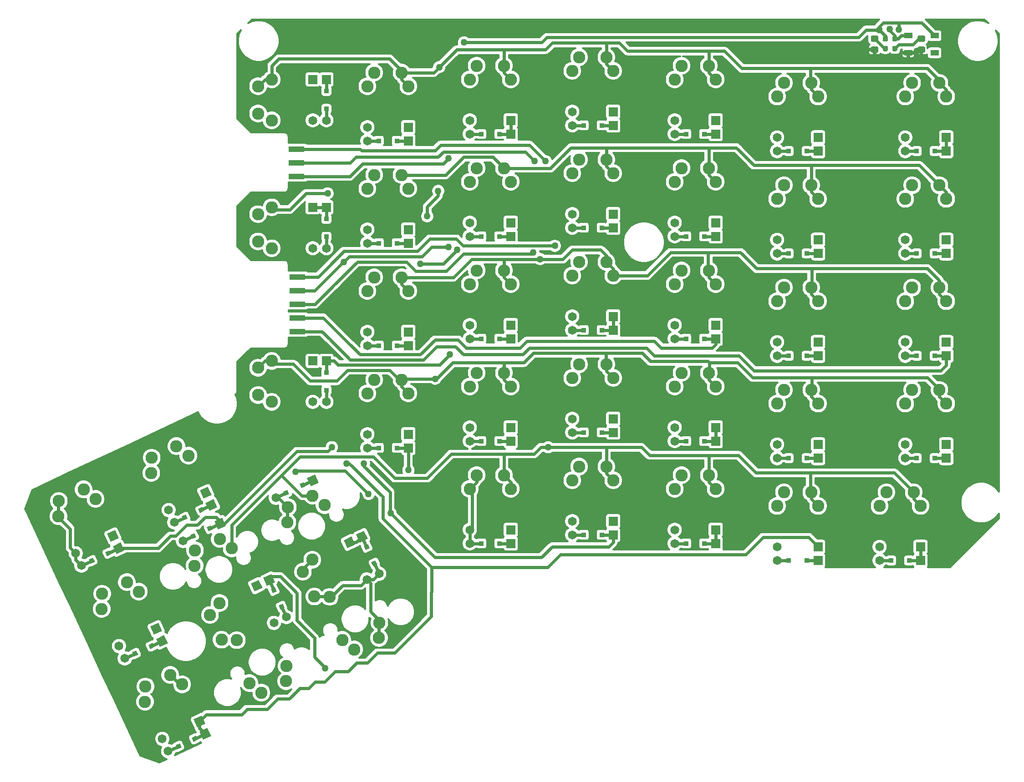
<source format=gbr>
%TF.GenerationSoftware,KiCad,Pcbnew,5.1.9*%
%TF.CreationDate,2021-04-18T19:33:57+02:00*%
%TF.ProjectId,protoMxCog,70726f74-6f4d-4784-936f-672e6b696361,rev?*%
%TF.SameCoordinates,Original*%
%TF.FileFunction,Copper,L2,Bot*%
%TF.FilePolarity,Positive*%
%FSLAX46Y46*%
G04 Gerber Fmt 4.6, Leading zero omitted, Abs format (unit mm)*
G04 Created by KiCad (PCBNEW 5.1.9) date 2021-04-18 19:33:57*
%MOMM*%
%LPD*%
G01*
G04 APERTURE LIST*
%TA.AperFunction,EtchedComponent*%
%ADD10C,0.609600*%
%TD*%
%TA.AperFunction,SMDPad,CuDef*%
%ADD11R,3.000000X1.000000*%
%TD*%
%TA.AperFunction,SMDPad,CuDef*%
%ADD12R,1.500000X1.000000*%
%TD*%
%TA.AperFunction,ComponentPad*%
%ADD13C,2.286000*%
%TD*%
%TA.AperFunction,ComponentPad*%
%ADD14C,3.987800*%
%TD*%
%TA.AperFunction,ComponentPad*%
%ADD15C,1.701800*%
%TD*%
%TA.AperFunction,ComponentPad*%
%ADD16C,1.651000*%
%TD*%
%TA.AperFunction,ComponentPad*%
%ADD17C,0.150000*%
%TD*%
%TA.AperFunction,SMDPad,CuDef*%
%ADD18C,0.150000*%
%TD*%
%TA.AperFunction,ComponentPad*%
%ADD19R,1.651000X1.651000*%
%TD*%
%TA.AperFunction,SMDPad,CuDef*%
%ADD20R,0.838200X0.838200*%
%TD*%
%TA.AperFunction,ViaPad*%
%ADD21C,1.270000*%
%TD*%
%TA.AperFunction,Conductor*%
%ADD22C,0.609600*%
%TD*%
%TA.AperFunction,Conductor*%
%ADD23C,0.600000*%
%TD*%
%TA.AperFunction,Conductor*%
%ADD24C,0.304800*%
%TD*%
%TA.AperFunction,Conductor*%
%ADD25C,0.150000*%
%TD*%
G04 APERTURE END LIST*
D10*
%TO.C,SW0:11*%
X70241435Y-156389105D02*
X69334370Y-154443896D01*
X72554721Y-161349962D02*
X71647655Y-159404753D01*
%TO.C,SW0:10*%
X87505815Y-148337305D02*
X86598750Y-146392096D01*
X89819101Y-153298162D02*
X88912035Y-151352953D01*
%TO.C,SW5:13*%
X193116200Y-74625200D02*
X195262500Y-74625200D01*
X187642500Y-74625200D02*
X189788800Y-74625200D01*
%TO.C,SW5:12*%
X169303700Y-74625200D02*
X171450000Y-74625200D01*
X163830000Y-74625200D02*
X165976300Y-74625200D01*
%TO.C,SW5:11*%
X150253700Y-71447660D02*
X152400000Y-71447660D01*
X144780000Y-71447660D02*
X146926300Y-71447660D01*
%TO.C,SW5:10*%
X131203700Y-69850000D02*
X133350000Y-69850000D01*
X125730000Y-69850000D02*
X127876300Y-69850000D01*
%TO.C,SW5:9*%
X112153700Y-71447660D02*
X114300000Y-71447660D01*
X106680000Y-71447660D02*
X108826300Y-71447660D01*
%TO.C,SW5:8*%
X93103700Y-72720200D02*
X95250000Y-72720200D01*
X87630000Y-72720200D02*
X89776300Y-72720200D01*
%TO.C,SW5:7*%
X80010000Y-63436500D02*
X80010000Y-61290200D01*
X80010000Y-68910200D02*
X80010000Y-66763900D01*
%TO.C,SW4:13*%
X193116200Y-93672660D02*
X195262500Y-93672660D01*
X187642500Y-93672660D02*
X189788800Y-93672660D01*
%TO.C,SW4:12*%
X169303700Y-93672660D02*
X171450000Y-93672660D01*
X163830000Y-93672660D02*
X165976300Y-93672660D01*
%TO.C,SW4:11*%
X150253700Y-90497660D02*
X152400000Y-90497660D01*
X144780000Y-90497660D02*
X146926300Y-90497660D01*
%TO.C,SW4:10*%
X131203700Y-88900000D02*
X133350000Y-88900000D01*
X125730000Y-88900000D02*
X127876300Y-88900000D01*
%TO.C,SW4:9*%
X112153700Y-90497660D02*
X114300000Y-90497660D01*
X106680000Y-90497660D02*
X108826300Y-90497660D01*
%TO.C,SW4:8*%
X93103700Y-91767660D02*
X95250000Y-91767660D01*
X87630000Y-91767660D02*
X89776300Y-91767660D01*
%TO.C,SW4:7*%
X80010000Y-87246460D02*
X80010000Y-85100160D01*
X80010000Y-92720160D02*
X80010000Y-90573860D01*
%TO.C,SW3:13*%
X193116200Y-112722660D02*
X195262500Y-112722660D01*
X187642500Y-112722660D02*
X189788800Y-112722660D01*
%TO.C,SW3:12*%
X169303700Y-112722660D02*
X171450000Y-112722660D01*
X163830000Y-112722660D02*
X165976300Y-112722660D01*
%TO.C,SW3:11*%
X150253700Y-109547660D02*
X152400000Y-109547660D01*
X144780000Y-109547660D02*
X146926300Y-109547660D01*
%TO.C,SW3:10*%
X131203700Y-107950000D02*
X133350000Y-107950000D01*
X125730000Y-107950000D02*
X127876300Y-107950000D01*
%TO.C,SW3:9*%
X112153700Y-109547660D02*
X114300000Y-109547660D01*
X106680000Y-109547660D02*
X108826300Y-109547660D01*
%TO.C,SW3:8*%
X93103700Y-110817660D02*
X95250000Y-110817660D01*
X87630000Y-110817660D02*
X89776300Y-110817660D01*
%TO.C,SW2:13*%
X193116200Y-131772660D02*
X195262500Y-131772660D01*
X187642500Y-131772660D02*
X189788800Y-131772660D01*
%TO.C,SW2:12*%
X169303700Y-131772660D02*
X171450000Y-131772660D01*
X163830000Y-131772660D02*
X165976300Y-131772660D01*
%TO.C,SW2:11*%
X150253700Y-128597660D02*
X152400000Y-128597660D01*
X144780000Y-128597660D02*
X146926300Y-128597660D01*
%TO.C,SW2:10*%
X131203700Y-127000000D02*
X133350000Y-127000000D01*
X125730000Y-127000000D02*
X127876300Y-127000000D01*
%TO.C,SW2:9*%
X112153700Y-128597660D02*
X114300000Y-128597660D01*
X106680000Y-128597660D02*
X108826300Y-128597660D01*
%TO.C,SW2:8*%
X93103700Y-129867660D02*
X95250000Y-129867660D01*
X87630000Y-129867660D02*
X89776300Y-129867660D01*
%TO.C,SW2:7*%
X80010000Y-115821460D02*
X80010000Y-113675160D01*
X80010000Y-121295160D02*
X80010000Y-119148860D01*
%TO.C,SW1:13*%
X188353700Y-150822660D02*
X190500000Y-150822660D01*
X182880000Y-150822660D02*
X185026300Y-150822660D01*
%TO.C,SW1:12*%
X169303700Y-150822660D02*
X171450000Y-150822660D01*
X163830000Y-150822660D02*
X165976300Y-150822660D01*
%TO.C,SW1:11*%
X150253700Y-147647660D02*
X152400000Y-147647660D01*
X144780000Y-147647660D02*
X146926300Y-147647660D01*
%TO.C,SW1:10*%
X131203700Y-146050000D02*
X133350000Y-146050000D01*
X125730000Y-146050000D02*
X127876300Y-146050000D01*
%TO.C,SW1:9*%
X112153700Y-147647660D02*
X114300000Y-147647660D01*
X106680000Y-147647660D02*
X108826300Y-147647660D01*
%TO.C,SW0:12*%
X55528175Y-184002955D02*
X57473384Y-183095890D01*
X50567318Y-186316241D02*
X52512527Y-185409175D01*
%TO.C,SW0:9*%
X47476375Y-166736035D02*
X49421584Y-165828970D01*
X42515518Y-169049321D02*
X44460727Y-168142255D01*
%TO.C,SW0:8*%
X56691495Y-141422395D02*
X58636704Y-140515330D01*
X51730638Y-143735681D02*
X53675847Y-142828615D01*
%TO.C,SW0:7*%
X39427115Y-149471655D02*
X41372324Y-148564590D01*
X34466258Y-151784941D02*
X36411467Y-150877875D01*
%TO.C,D1:8*%
X70605747Y-139135936D02*
X72550956Y-138228870D01*
X75566604Y-136822650D02*
X77511813Y-135915584D01*
%TO.C,D1:7*%
X53341367Y-147187736D02*
X55286576Y-146280670D01*
X58302224Y-144874450D02*
X60247433Y-143967384D01*
%TD*%
D11*
%TO.P,J2,10*%
%TO.N,/COL0*%
X74611000Y-108190000D03*
%TO.P,J2,8*%
%TO.N,/COL11*%
X74611000Y-105650000D03*
%TO.P,J2,6*%
%TO.N,/COL4*%
X74611000Y-103110000D03*
%TO.P,J2,4*%
%TO.N,/COL6*%
X74611000Y-100570000D03*
%TO.P,J2,2*%
%TO.N,/LED_GPIO*%
X74611000Y-98030000D03*
%TD*%
%TO.P,J1,2*%
%TO.N,/ROW1*%
X74470000Y-74250000D03*
%TO.P,J1,4*%
%TO.N,/ROW3*%
X74470000Y-76790000D03*
%TO.P,J1,6*%
%TO.N,/ROW5*%
X74470000Y-79330000D03*
%TD*%
%TO.P,R4,2*%
%TO.N,Net-(D6-Pad1)*%
%TA.AperFunction,SMDPad,CuDef*%
G36*
G01*
X185462500Y-55062500D02*
X185937500Y-55062500D01*
G75*
G02*
X186175000Y-55300000I0J-237500D01*
G01*
X186175000Y-55800000D01*
G75*
G02*
X185937500Y-56037500I-237500J0D01*
G01*
X185462500Y-56037500D01*
G75*
G02*
X185225000Y-55800000I0J237500D01*
G01*
X185225000Y-55300000D01*
G75*
G02*
X185462500Y-55062500I237500J0D01*
G01*
G37*
%TD.AperFunction*%
%TO.P,R4,1*%
%TO.N,/LED_GPIO*%
%TA.AperFunction,SMDPad,CuDef*%
G36*
G01*
X185462500Y-53237500D02*
X185937500Y-53237500D01*
G75*
G02*
X186175000Y-53475000I0J-237500D01*
G01*
X186175000Y-53975000D01*
G75*
G02*
X185937500Y-54212500I-237500J0D01*
G01*
X185462500Y-54212500D01*
G75*
G02*
X185225000Y-53975000I0J237500D01*
G01*
X185225000Y-53475000D01*
G75*
G02*
X185462500Y-53237500I237500J0D01*
G01*
G37*
%TD.AperFunction*%
%TD*%
%TO.P,R3,2*%
%TO.N,Net-(D3-Pad1)*%
%TA.AperFunction,SMDPad,CuDef*%
G36*
G01*
X183712500Y-55075000D02*
X184187500Y-55075000D01*
G75*
G02*
X184425000Y-55312500I0J-237500D01*
G01*
X184425000Y-55812500D01*
G75*
G02*
X184187500Y-56050000I-237500J0D01*
G01*
X183712500Y-56050000D01*
G75*
G02*
X183475000Y-55812500I0J237500D01*
G01*
X183475000Y-55312500D01*
G75*
G02*
X183712500Y-55075000I237500J0D01*
G01*
G37*
%TD.AperFunction*%
%TO.P,R3,1*%
%TO.N,VCC*%
%TA.AperFunction,SMDPad,CuDef*%
G36*
G01*
X183712500Y-53250000D02*
X184187500Y-53250000D01*
G75*
G02*
X184425000Y-53487500I0J-237500D01*
G01*
X184425000Y-53987500D01*
G75*
G02*
X184187500Y-54225000I-237500J0D01*
G01*
X183712500Y-54225000D01*
G75*
G02*
X183475000Y-53987500I0J237500D01*
G01*
X183475000Y-53487500D01*
G75*
G02*
X183712500Y-53250000I237500J0D01*
G01*
G37*
%TD.AperFunction*%
%TD*%
%TO.P,D6,2*%
%TO.N,GND*%
%TA.AperFunction,SMDPad,CuDef*%
G36*
G01*
X190199999Y-55175000D02*
X191100001Y-55175000D01*
G75*
G02*
X191350000Y-55424999I0J-249999D01*
G01*
X191350000Y-56075001D01*
G75*
G02*
X191100001Y-56325000I-249999J0D01*
G01*
X190199999Y-56325000D01*
G75*
G02*
X189950000Y-56075001I0J249999D01*
G01*
X189950000Y-55424999D01*
G75*
G02*
X190199999Y-55175000I249999J0D01*
G01*
G37*
%TD.AperFunction*%
%TO.P,D6,1*%
%TO.N,Net-(D6-Pad1)*%
%TA.AperFunction,SMDPad,CuDef*%
G36*
G01*
X190199999Y-53125000D02*
X191100001Y-53125000D01*
G75*
G02*
X191350000Y-53374999I0J-249999D01*
G01*
X191350000Y-54025001D01*
G75*
G02*
X191100001Y-54275000I-249999J0D01*
G01*
X190199999Y-54275000D01*
G75*
G02*
X189950000Y-54025001I0J249999D01*
G01*
X189950000Y-53374999D01*
G75*
G02*
X190199999Y-53125000I249999J0D01*
G01*
G37*
%TD.AperFunction*%
%TD*%
D12*
%TO.P,D4,1*%
%TO.N,VCC*%
X193100000Y-53150000D03*
%TO.P,D4,2*%
%TO.N,N/C*%
X193100000Y-56350000D03*
%TO.P,D4,4*%
%TO.N,/LED_GPIO*%
X188200000Y-53150000D03*
%TO.P,D4,3*%
%TO.N,GND*%
X188200000Y-56350000D03*
%TD*%
%TO.P,D3,2*%
%TO.N,GND*%
%TA.AperFunction,SMDPad,CuDef*%
G36*
G01*
X181499999Y-55175000D02*
X182400001Y-55175000D01*
G75*
G02*
X182650000Y-55424999I0J-249999D01*
G01*
X182650000Y-56075001D01*
G75*
G02*
X182400001Y-56325000I-249999J0D01*
G01*
X181499999Y-56325000D01*
G75*
G02*
X181250000Y-56075001I0J249999D01*
G01*
X181250000Y-55424999D01*
G75*
G02*
X181499999Y-55175000I249999J0D01*
G01*
G37*
%TD.AperFunction*%
%TO.P,D3,1*%
%TO.N,Net-(D3-Pad1)*%
%TA.AperFunction,SMDPad,CuDef*%
G36*
G01*
X181499999Y-53125000D02*
X182400001Y-53125000D01*
G75*
G02*
X182650000Y-53374999I0J-249999D01*
G01*
X182650000Y-54025001D01*
G75*
G02*
X182400001Y-54275000I-249999J0D01*
G01*
X181499999Y-54275000D01*
G75*
G02*
X181250000Y-54025001I0J249999D01*
G01*
X181250000Y-53374999D01*
G75*
G02*
X181499999Y-53125000I249999J0D01*
G01*
G37*
%TD.AperFunction*%
%TD*%
D13*
%TO.P,SX0:11,2*%
%TO.N,Net-(SW0:11-Pad2)*%
X72513303Y-173278793D03*
%TO.P,SX0:11,1*%
%TO.N,/ROW0*%
X65684798Y-173660397D03*
%TO.P,SX0:11,2*%
%TO.N,Net-(SW0:11-Pad2)*%
X72590863Y-170440046D03*
%TO.P,SX0:11,1*%
%TO.N,/ROW0*%
X67909259Y-175425694D03*
%TD*%
%TO.P,SX0:10,2*%
%TO.N,Net-(SW0:10-Pad2)*%
X89780223Y-165229533D03*
%TO.P,SX0:10,1*%
%TO.N,/ROW0*%
X82951718Y-165611137D03*
%TO.P,SX0:10,2*%
%TO.N,Net-(SW0:10-Pad2)*%
X89857783Y-162390786D03*
%TO.P,SX0:10,1*%
%TO.N,/ROW0*%
X85176179Y-167376434D03*
%TD*%
%TO.P,SX1:8,2*%
%TO.N,Net-(D1:8-Pad1)*%
X72830577Y-140901427D03*
%TO.P,SX1:8,1*%
%TO.N,/ROW1*%
X79659082Y-140519823D03*
%TO.P,SX1:8,2*%
%TO.N,Net-(D1:8-Pad1)*%
X72753017Y-143740174D03*
%TO.P,SX1:8,1*%
%TO.N,/ROW1*%
X77434621Y-138754526D03*
%TD*%
%TO.P,SX1:7,2*%
%TO.N,Net-(D1:7-Pad1)*%
X55566197Y-148953227D03*
%TO.P,SX1:7,1*%
%TO.N,/ROW1*%
X62394702Y-148571623D03*
%TO.P,SX1:7,2*%
%TO.N,Net-(D1:7-Pad1)*%
X55488637Y-151791974D03*
%TO.P,SX1:7,1*%
%TO.N,/ROW1*%
X60170241Y-146806326D03*
%TD*%
%TO.P,SW0:11,1*%
%TO.N,/ROW0*%
X58360986Y-160962159D03*
%TO.P,SW0:11,2*%
%TO.N,Net-(SW0:11-Pad2)*%
X63346634Y-165643763D03*
D14*
%TO.P,SW0:11,0*%
%TO.N,GND*%
X64038480Y-161117280D03*
D15*
X66185381Y-165721324D03*
X61891579Y-156513236D03*
D13*
%TO.P,SW0:11,1*%
%TO.N,/ROW0*%
X60126283Y-158737698D03*
%TO.P,SW0:11,2*%
%TO.N,Net-(SW0:11-Pad2)*%
X60507887Y-165566203D03*
D16*
%TO.P,SW0:11,3*%
X70252699Y-162423412D03*
%TA.AperFunction,ComponentPad*%
D17*
%TO.P,SW0:11,4*%
%TO.N,/COL11*%
G36*
X68129376Y-155916633D02*
G01*
X66633062Y-156614375D01*
X65935320Y-155118061D01*
X67431634Y-154420319D01*
X68129376Y-155916633D01*
G37*
%TD.AperFunction*%
D16*
%TO.P,SW0:11,3*%
%TO.N,Net-(SW0:11-Pad2)*%
X72554721Y-161349962D03*
%TA.AperFunction,ComponentPad*%
D17*
%TO.P,SW0:11,4*%
%TO.N,/COL11*%
G36*
X70431398Y-154843182D02*
G01*
X68935084Y-155540924D01*
X68237342Y-154044610D01*
X69733656Y-153346868D01*
X70431398Y-154843182D01*
G37*
%TD.AperFunction*%
%TA.AperFunction,SMDPad,CuDef*%
D18*
%TO.P,SW0:11,99*%
%TO.N,N/C*%
G36*
X72204608Y-159607467D02*
G01*
X71444941Y-159961706D01*
X71090702Y-159202039D01*
X71850369Y-158847800D01*
X72204608Y-159607467D01*
G37*
%TD.AperFunction*%
%TA.AperFunction,SMDPad,CuDef*%
G36*
X70798388Y-156591819D02*
G01*
X70038721Y-156946058D01*
X69684482Y-156186391D01*
X70444149Y-155832152D01*
X70798388Y-156591819D01*
G37*
%TD.AperFunction*%
%TD*%
D13*
%TO.P,SW0:10,1*%
%TO.N,/ROW0*%
X75625366Y-152910359D03*
%TO.P,SW0:10,2*%
%TO.N,Net-(SW0:10-Pad2)*%
X80611014Y-157591963D03*
D14*
%TO.P,SW0:10,0*%
%TO.N,GND*%
X81302860Y-153065480D03*
D15*
X83449761Y-157669524D03*
X79155959Y-148461436D03*
D13*
%TO.P,SW0:10,1*%
%TO.N,/ROW0*%
X77390663Y-150685898D03*
%TO.P,SW0:10,2*%
%TO.N,Net-(SW0:10-Pad2)*%
X77772267Y-157514403D03*
D16*
%TO.P,SW0:10,3*%
X87517079Y-154371612D03*
%TA.AperFunction,ComponentPad*%
D17*
%TO.P,SW0:10,4*%
%TO.N,/COL10*%
G36*
X85393756Y-147864833D02*
G01*
X83897442Y-148562575D01*
X83199700Y-147066261D01*
X84696014Y-146368519D01*
X85393756Y-147864833D01*
G37*
%TD.AperFunction*%
D16*
%TO.P,SW0:10,3*%
%TO.N,Net-(SW0:10-Pad2)*%
X89819101Y-153298162D03*
%TA.AperFunction,ComponentPad*%
D17*
%TO.P,SW0:10,4*%
%TO.N,/COL10*%
G36*
X87695778Y-146791382D02*
G01*
X86199464Y-147489124D01*
X85501722Y-145992810D01*
X86998036Y-145295068D01*
X87695778Y-146791382D01*
G37*
%TD.AperFunction*%
%TA.AperFunction,SMDPad,CuDef*%
D18*
%TO.P,SW0:10,99*%
%TO.N,N/C*%
G36*
X89468988Y-151555667D02*
G01*
X88709321Y-151909906D01*
X88355082Y-151150239D01*
X89114749Y-150796000D01*
X89468988Y-151555667D01*
G37*
%TD.AperFunction*%
%TA.AperFunction,SMDPad,CuDef*%
G36*
X88062768Y-148540019D02*
G01*
X87303101Y-148894258D01*
X86948862Y-148134591D01*
X87708529Y-147780352D01*
X88062768Y-148540019D01*
G37*
%TD.AperFunction*%
%TD*%
D13*
%TO.P,SW5:13,1*%
%TO.N,/ROW5*%
X193992500Y-61925200D03*
%TO.P,SW5:13,2*%
%TO.N,Net-(SW5:13-Pad2)*%
X187642500Y-64465200D03*
D14*
%TO.P,SW5:13,0*%
%TO.N,GND*%
X191452500Y-67005200D03*
D15*
X186372500Y-67005200D03*
X196532500Y-67005200D03*
D13*
%TO.P,SW5:13,1*%
%TO.N,/ROW5*%
X195262500Y-64465200D03*
%TO.P,SW5:13,2*%
%TO.N,Net-(SW5:13-Pad2)*%
X188912500Y-61925200D03*
D16*
%TO.P,SW5:13,3*%
X187642500Y-72085200D03*
D19*
%TO.P,SW5:13,4*%
%TO.N,/COL0*%
X195262500Y-72085200D03*
D16*
%TO.P,SW5:13,3*%
%TO.N,Net-(SW5:13-Pad2)*%
X187642500Y-74625200D03*
D19*
%TO.P,SW5:13,4*%
%TO.N,/COL0*%
X195262500Y-74625200D03*
D20*
%TO.P,SW5:13,99*%
%TO.N,N/C*%
X189788800Y-74625200D03*
X193116200Y-74625200D03*
%TD*%
D13*
%TO.P,SW5:12,1*%
%TO.N,/ROW5*%
X170180000Y-61925200D03*
%TO.P,SW5:12,2*%
%TO.N,Net-(SW5:12-Pad2)*%
X163830000Y-64465200D03*
D14*
%TO.P,SW5:12,0*%
%TO.N,GND*%
X167640000Y-67005200D03*
D15*
X162560000Y-67005200D03*
X172720000Y-67005200D03*
D13*
%TO.P,SW5:12,1*%
%TO.N,/ROW5*%
X171450000Y-64465200D03*
%TO.P,SW5:12,2*%
%TO.N,Net-(SW5:12-Pad2)*%
X165100000Y-61925200D03*
D16*
%TO.P,SW5:12,3*%
X163830000Y-72085200D03*
D19*
%TO.P,SW5:12,4*%
%TO.N,/COL1*%
X171450000Y-72085200D03*
D16*
%TO.P,SW5:12,3*%
%TO.N,Net-(SW5:12-Pad2)*%
X163830000Y-74625200D03*
D19*
%TO.P,SW5:12,4*%
%TO.N,/COL1*%
X171450000Y-74625200D03*
D20*
%TO.P,SW5:12,99*%
%TO.N,N/C*%
X165976300Y-74625200D03*
X169303700Y-74625200D03*
%TD*%
D13*
%TO.P,SW5:11,1*%
%TO.N,/ROW5*%
X151130000Y-58747660D03*
%TO.P,SW5:11,2*%
%TO.N,Net-(SW5:11-Pad2)*%
X144780000Y-61287660D03*
D14*
%TO.P,SW5:11,0*%
%TO.N,GND*%
X148590000Y-63827660D03*
D15*
X143510000Y-63827660D03*
X153670000Y-63827660D03*
D13*
%TO.P,SW5:11,1*%
%TO.N,/ROW5*%
X152400000Y-61287660D03*
%TO.P,SW5:11,2*%
%TO.N,Net-(SW5:11-Pad2)*%
X146050000Y-58747660D03*
D16*
%TO.P,SW5:11,3*%
X144780000Y-68907660D03*
D19*
%TO.P,SW5:11,4*%
%TO.N,/COL11*%
X152400000Y-68907660D03*
D16*
%TO.P,SW5:11,3*%
%TO.N,Net-(SW5:11-Pad2)*%
X144780000Y-71447660D03*
D19*
%TO.P,SW5:11,4*%
%TO.N,/COL11*%
X152400000Y-71447660D03*
D20*
%TO.P,SW5:11,99*%
%TO.N,N/C*%
X146926300Y-71447660D03*
X150253700Y-71447660D03*
%TD*%
D13*
%TO.P,SW5:10,1*%
%TO.N,/ROW5*%
X132080000Y-57150000D03*
%TO.P,SW5:10,2*%
%TO.N,Net-(SW5:10-Pad2)*%
X125730000Y-59690000D03*
D14*
%TO.P,SW5:10,0*%
%TO.N,GND*%
X129540000Y-62230000D03*
D15*
X124460000Y-62230000D03*
X134620000Y-62230000D03*
D13*
%TO.P,SW5:10,1*%
%TO.N,/ROW5*%
X133350000Y-59690000D03*
%TO.P,SW5:10,2*%
%TO.N,Net-(SW5:10-Pad2)*%
X127000000Y-57150000D03*
D16*
%TO.P,SW5:10,3*%
X125730000Y-67310000D03*
D19*
%TO.P,SW5:10,4*%
%TO.N,/COL10*%
X133350000Y-67310000D03*
D16*
%TO.P,SW5:10,3*%
%TO.N,Net-(SW5:10-Pad2)*%
X125730000Y-69850000D03*
D19*
%TO.P,SW5:10,4*%
%TO.N,/COL10*%
X133350000Y-69850000D03*
D20*
%TO.P,SW5:10,99*%
%TO.N,N/C*%
X127876300Y-69850000D03*
X131203700Y-69850000D03*
%TD*%
D13*
%TO.P,SW5:9,1*%
%TO.N,/ROW5*%
X113030000Y-58747660D03*
%TO.P,SW5:9,2*%
%TO.N,Net-(SW5:9-Pad2)*%
X106680000Y-61287660D03*
D14*
%TO.P,SW5:9,0*%
%TO.N,GND*%
X110490000Y-63827660D03*
D15*
X105410000Y-63827660D03*
X115570000Y-63827660D03*
D13*
%TO.P,SW5:9,1*%
%TO.N,/ROW5*%
X114300000Y-61287660D03*
%TO.P,SW5:9,2*%
%TO.N,Net-(SW5:9-Pad2)*%
X107950000Y-58747660D03*
D16*
%TO.P,SW5:9,3*%
X106680000Y-68907660D03*
D19*
%TO.P,SW5:9,4*%
%TO.N,/COL4*%
X114300000Y-68907660D03*
D16*
%TO.P,SW5:9,3*%
%TO.N,Net-(SW5:9-Pad2)*%
X106680000Y-71447660D03*
D19*
%TO.P,SW5:9,4*%
%TO.N,/COL4*%
X114300000Y-71447660D03*
D20*
%TO.P,SW5:9,99*%
%TO.N,N/C*%
X108826300Y-71447660D03*
X112153700Y-71447660D03*
%TD*%
D13*
%TO.P,SW5:8,1*%
%TO.N,/ROW5*%
X93980000Y-60020200D03*
%TO.P,SW5:8,2*%
%TO.N,Net-(SW5:8-Pad2)*%
X87630000Y-62560200D03*
D14*
%TO.P,SW5:8,0*%
%TO.N,GND*%
X91440000Y-65100200D03*
D15*
X86360000Y-65100200D03*
X96520000Y-65100200D03*
D13*
%TO.P,SW5:8,1*%
%TO.N,/ROW5*%
X95250000Y-62560200D03*
%TO.P,SW5:8,2*%
%TO.N,Net-(SW5:8-Pad2)*%
X88900000Y-60020200D03*
D16*
%TO.P,SW5:8,3*%
X87630000Y-70180200D03*
D19*
%TO.P,SW5:8,4*%
%TO.N,/COL5*%
X95250000Y-70180200D03*
D16*
%TO.P,SW5:8,3*%
%TO.N,Net-(SW5:8-Pad2)*%
X87630000Y-72720200D03*
D19*
%TO.P,SW5:8,4*%
%TO.N,/COL5*%
X95250000Y-72720200D03*
D20*
%TO.P,SW5:8,99*%
%TO.N,N/C*%
X89776300Y-72720200D03*
X93103700Y-72720200D03*
%TD*%
D13*
%TO.P,SW5:7,1*%
%TO.N,/ROW5*%
X67310000Y-62560200D03*
%TO.P,SW5:7,2*%
%TO.N,Net-(SW5:7-Pad2)*%
X69850000Y-68910200D03*
D14*
%TO.P,SW5:7,0*%
%TO.N,GND*%
X72390000Y-65100200D03*
D15*
X72390000Y-70180200D03*
X72390000Y-60020200D03*
D13*
%TO.P,SW5:7,1*%
%TO.N,/ROW5*%
X69850000Y-61290200D03*
%TO.P,SW5:7,2*%
%TO.N,Net-(SW5:7-Pad2)*%
X67310000Y-67640200D03*
D16*
%TO.P,SW5:7,3*%
X77470000Y-68910200D03*
D19*
%TO.P,SW5:7,4*%
%TO.N,/COL6*%
X77470000Y-61290200D03*
D16*
%TO.P,SW5:7,3*%
%TO.N,Net-(SW5:7-Pad2)*%
X80010000Y-68910200D03*
D19*
%TO.P,SW5:7,4*%
%TO.N,/COL6*%
X80010000Y-61290200D03*
D20*
%TO.P,SW5:7,99*%
%TO.N,N/C*%
X80010000Y-66763900D03*
X80010000Y-63436500D03*
%TD*%
D13*
%TO.P,SW4:13,1*%
%TO.N,/ROW4*%
X193992500Y-80972660D03*
%TO.P,SW4:13,2*%
%TO.N,Net-(SW4:13-Pad2)*%
X187642500Y-83512660D03*
D14*
%TO.P,SW4:13,0*%
%TO.N,GND*%
X191452500Y-86052660D03*
D15*
X186372500Y-86052660D03*
X196532500Y-86052660D03*
D13*
%TO.P,SW4:13,1*%
%TO.N,/ROW4*%
X195262500Y-83512660D03*
%TO.P,SW4:13,2*%
%TO.N,Net-(SW4:13-Pad2)*%
X188912500Y-80972660D03*
D16*
%TO.P,SW4:13,3*%
X187642500Y-91132660D03*
D19*
%TO.P,SW4:13,4*%
%TO.N,/COL0*%
X195262500Y-91132660D03*
D16*
%TO.P,SW4:13,3*%
%TO.N,Net-(SW4:13-Pad2)*%
X187642500Y-93672660D03*
D19*
%TO.P,SW4:13,4*%
%TO.N,/COL0*%
X195262500Y-93672660D03*
D20*
%TO.P,SW4:13,99*%
%TO.N,N/C*%
X189788800Y-93672660D03*
X193116200Y-93672660D03*
%TD*%
D13*
%TO.P,SW4:12,1*%
%TO.N,/ROW4*%
X170180000Y-80972660D03*
%TO.P,SW4:12,2*%
%TO.N,Net-(SW4:12-Pad2)*%
X163830000Y-83512660D03*
D14*
%TO.P,SW4:12,0*%
%TO.N,GND*%
X167640000Y-86052660D03*
D15*
X162560000Y-86052660D03*
X172720000Y-86052660D03*
D13*
%TO.P,SW4:12,1*%
%TO.N,/ROW4*%
X171450000Y-83512660D03*
%TO.P,SW4:12,2*%
%TO.N,Net-(SW4:12-Pad2)*%
X165100000Y-80972660D03*
D16*
%TO.P,SW4:12,3*%
X163830000Y-91132660D03*
D19*
%TO.P,SW4:12,4*%
%TO.N,/COL1*%
X171450000Y-91132660D03*
D16*
%TO.P,SW4:12,3*%
%TO.N,Net-(SW4:12-Pad2)*%
X163830000Y-93672660D03*
D19*
%TO.P,SW4:12,4*%
%TO.N,/COL1*%
X171450000Y-93672660D03*
D20*
%TO.P,SW4:12,99*%
%TO.N,N/C*%
X165976300Y-93672660D03*
X169303700Y-93672660D03*
%TD*%
D13*
%TO.P,SW4:11,1*%
%TO.N,/ROW4*%
X151130000Y-77797660D03*
%TO.P,SW4:11,2*%
%TO.N,Net-(SW4:11-Pad2)*%
X144780000Y-80337660D03*
D14*
%TO.P,SW4:11,0*%
%TO.N,GND*%
X148590000Y-82877660D03*
D15*
X143510000Y-82877660D03*
X153670000Y-82877660D03*
D13*
%TO.P,SW4:11,1*%
%TO.N,/ROW4*%
X152400000Y-80337660D03*
%TO.P,SW4:11,2*%
%TO.N,Net-(SW4:11-Pad2)*%
X146050000Y-77797660D03*
D16*
%TO.P,SW4:11,3*%
X144780000Y-87957660D03*
D19*
%TO.P,SW4:11,4*%
%TO.N,/COL11*%
X152400000Y-87957660D03*
D16*
%TO.P,SW4:11,3*%
%TO.N,Net-(SW4:11-Pad2)*%
X144780000Y-90497660D03*
D19*
%TO.P,SW4:11,4*%
%TO.N,/COL11*%
X152400000Y-90497660D03*
D20*
%TO.P,SW4:11,99*%
%TO.N,N/C*%
X146926300Y-90497660D03*
X150253700Y-90497660D03*
%TD*%
D13*
%TO.P,SW4:10,1*%
%TO.N,/ROW4*%
X132080000Y-76200000D03*
%TO.P,SW4:10,2*%
%TO.N,Net-(SW4:10-Pad2)*%
X125730000Y-78740000D03*
D14*
%TO.P,SW4:10,0*%
%TO.N,GND*%
X129540000Y-81280000D03*
D15*
X124460000Y-81280000D03*
X134620000Y-81280000D03*
D13*
%TO.P,SW4:10,1*%
%TO.N,/ROW4*%
X133350000Y-78740000D03*
%TO.P,SW4:10,2*%
%TO.N,Net-(SW4:10-Pad2)*%
X127000000Y-76200000D03*
D16*
%TO.P,SW4:10,3*%
X125730000Y-86360000D03*
D19*
%TO.P,SW4:10,4*%
%TO.N,/COL10*%
X133350000Y-86360000D03*
D16*
%TO.P,SW4:10,3*%
%TO.N,Net-(SW4:10-Pad2)*%
X125730000Y-88900000D03*
D19*
%TO.P,SW4:10,4*%
%TO.N,/COL10*%
X133350000Y-88900000D03*
D20*
%TO.P,SW4:10,99*%
%TO.N,N/C*%
X127876300Y-88900000D03*
X131203700Y-88900000D03*
%TD*%
D13*
%TO.P,SW4:9,1*%
%TO.N,/ROW4*%
X113030000Y-77797660D03*
%TO.P,SW4:9,2*%
%TO.N,Net-(SW4:9-Pad2)*%
X106680000Y-80337660D03*
D14*
%TO.P,SW4:9,0*%
%TO.N,GND*%
X110490000Y-82877660D03*
D15*
X105410000Y-82877660D03*
X115570000Y-82877660D03*
D13*
%TO.P,SW4:9,1*%
%TO.N,/ROW4*%
X114300000Y-80337660D03*
%TO.P,SW4:9,2*%
%TO.N,Net-(SW4:9-Pad2)*%
X107950000Y-77797660D03*
D16*
%TO.P,SW4:9,3*%
X106680000Y-87957660D03*
D19*
%TO.P,SW4:9,4*%
%TO.N,/COL4*%
X114300000Y-87957660D03*
D16*
%TO.P,SW4:9,3*%
%TO.N,Net-(SW4:9-Pad2)*%
X106680000Y-90497660D03*
D19*
%TO.P,SW4:9,4*%
%TO.N,/COL4*%
X114300000Y-90497660D03*
D20*
%TO.P,SW4:9,99*%
%TO.N,N/C*%
X108826300Y-90497660D03*
X112153700Y-90497660D03*
%TD*%
D13*
%TO.P,SW4:8,1*%
%TO.N,/ROW4*%
X93980000Y-79067660D03*
%TO.P,SW4:8,2*%
%TO.N,Net-(SW4:8-Pad2)*%
X87630000Y-81607660D03*
D14*
%TO.P,SW4:8,0*%
%TO.N,GND*%
X91440000Y-84147660D03*
D15*
X86360000Y-84147660D03*
X96520000Y-84147660D03*
D13*
%TO.P,SW4:8,1*%
%TO.N,/ROW4*%
X95250000Y-81607660D03*
%TO.P,SW4:8,2*%
%TO.N,Net-(SW4:8-Pad2)*%
X88900000Y-79067660D03*
D16*
%TO.P,SW4:8,3*%
X87630000Y-89227660D03*
D19*
%TO.P,SW4:8,4*%
%TO.N,/COL5*%
X95250000Y-89227660D03*
D16*
%TO.P,SW4:8,3*%
%TO.N,Net-(SW4:8-Pad2)*%
X87630000Y-91767660D03*
D19*
%TO.P,SW4:8,4*%
%TO.N,/COL5*%
X95250000Y-91767660D03*
D20*
%TO.P,SW4:8,99*%
%TO.N,N/C*%
X89776300Y-91767660D03*
X93103700Y-91767660D03*
%TD*%
D13*
%TO.P,SW4:7,1*%
%TO.N,/ROW4*%
X67310000Y-86370160D03*
%TO.P,SW4:7,2*%
%TO.N,Net-(SW4:7-Pad2)*%
X69850000Y-92720160D03*
D14*
%TO.P,SW4:7,0*%
%TO.N,GND*%
X72390000Y-88910160D03*
D15*
X72390000Y-93990160D03*
X72390000Y-83830160D03*
D13*
%TO.P,SW4:7,1*%
%TO.N,/ROW4*%
X69850000Y-85100160D03*
%TO.P,SW4:7,2*%
%TO.N,Net-(SW4:7-Pad2)*%
X67310000Y-91450160D03*
D16*
%TO.P,SW4:7,3*%
X77470000Y-92720160D03*
D19*
%TO.P,SW4:7,4*%
%TO.N,/COL6*%
X77470000Y-85100160D03*
D16*
%TO.P,SW4:7,3*%
%TO.N,Net-(SW4:7-Pad2)*%
X80010000Y-92720160D03*
D19*
%TO.P,SW4:7,4*%
%TO.N,/COL6*%
X80010000Y-85100160D03*
D20*
%TO.P,SW4:7,99*%
%TO.N,N/C*%
X80010000Y-90573860D03*
X80010000Y-87246460D03*
%TD*%
D13*
%TO.P,SW3:13,1*%
%TO.N,/ROW3*%
X193992500Y-100022660D03*
%TO.P,SW3:13,2*%
%TO.N,Net-(SW3:13-Pad2)*%
X187642500Y-102562660D03*
D14*
%TO.P,SW3:13,0*%
%TO.N,GND*%
X191452500Y-105102660D03*
D15*
X186372500Y-105102660D03*
X196532500Y-105102660D03*
D13*
%TO.P,SW3:13,1*%
%TO.N,/ROW3*%
X195262500Y-102562660D03*
%TO.P,SW3:13,2*%
%TO.N,Net-(SW3:13-Pad2)*%
X188912500Y-100022660D03*
D16*
%TO.P,SW3:13,3*%
X187642500Y-110182660D03*
D19*
%TO.P,SW3:13,4*%
%TO.N,/COL0*%
X195262500Y-110182660D03*
D16*
%TO.P,SW3:13,3*%
%TO.N,Net-(SW3:13-Pad2)*%
X187642500Y-112722660D03*
D19*
%TO.P,SW3:13,4*%
%TO.N,/COL0*%
X195262500Y-112722660D03*
D20*
%TO.P,SW3:13,99*%
%TO.N,N/C*%
X189788800Y-112722660D03*
X193116200Y-112722660D03*
%TD*%
D13*
%TO.P,SW3:12,1*%
%TO.N,/ROW3*%
X170180000Y-100022660D03*
%TO.P,SW3:12,2*%
%TO.N,Net-(SW3:12-Pad2)*%
X163830000Y-102562660D03*
D14*
%TO.P,SW3:12,0*%
%TO.N,GND*%
X167640000Y-105102660D03*
D15*
X162560000Y-105102660D03*
X172720000Y-105102660D03*
D13*
%TO.P,SW3:12,1*%
%TO.N,/ROW3*%
X171450000Y-102562660D03*
%TO.P,SW3:12,2*%
%TO.N,Net-(SW3:12-Pad2)*%
X165100000Y-100022660D03*
D16*
%TO.P,SW3:12,3*%
X163830000Y-110182660D03*
D19*
%TO.P,SW3:12,4*%
%TO.N,/COL1*%
X171450000Y-110182660D03*
D16*
%TO.P,SW3:12,3*%
%TO.N,Net-(SW3:12-Pad2)*%
X163830000Y-112722660D03*
D19*
%TO.P,SW3:12,4*%
%TO.N,/COL1*%
X171450000Y-112722660D03*
D20*
%TO.P,SW3:12,99*%
%TO.N,N/C*%
X165976300Y-112722660D03*
X169303700Y-112722660D03*
%TD*%
D13*
%TO.P,SW3:11,1*%
%TO.N,/ROW3*%
X151130000Y-96847660D03*
%TO.P,SW3:11,2*%
%TO.N,Net-(SW3:11-Pad2)*%
X144780000Y-99387660D03*
D14*
%TO.P,SW3:11,0*%
%TO.N,GND*%
X148590000Y-101927660D03*
D15*
X143510000Y-101927660D03*
X153670000Y-101927660D03*
D13*
%TO.P,SW3:11,1*%
%TO.N,/ROW3*%
X152400000Y-99387660D03*
%TO.P,SW3:11,2*%
%TO.N,Net-(SW3:11-Pad2)*%
X146050000Y-96847660D03*
D16*
%TO.P,SW3:11,3*%
X144780000Y-107007660D03*
D19*
%TO.P,SW3:11,4*%
%TO.N,/COL11*%
X152400000Y-107007660D03*
D16*
%TO.P,SW3:11,3*%
%TO.N,Net-(SW3:11-Pad2)*%
X144780000Y-109547660D03*
D19*
%TO.P,SW3:11,4*%
%TO.N,/COL11*%
X152400000Y-109547660D03*
D20*
%TO.P,SW3:11,99*%
%TO.N,N/C*%
X146926300Y-109547660D03*
X150253700Y-109547660D03*
%TD*%
D13*
%TO.P,SW3:10,1*%
%TO.N,/ROW3*%
X132080000Y-95250000D03*
%TO.P,SW3:10,2*%
%TO.N,Net-(SW3:10-Pad2)*%
X125730000Y-97790000D03*
D14*
%TO.P,SW3:10,0*%
%TO.N,GND*%
X129540000Y-100330000D03*
D15*
X124460000Y-100330000D03*
X134620000Y-100330000D03*
D13*
%TO.P,SW3:10,1*%
%TO.N,/ROW3*%
X133350000Y-97790000D03*
%TO.P,SW3:10,2*%
%TO.N,Net-(SW3:10-Pad2)*%
X127000000Y-95250000D03*
D16*
%TO.P,SW3:10,3*%
X125730000Y-105410000D03*
D19*
%TO.P,SW3:10,4*%
%TO.N,/COL10*%
X133350000Y-105410000D03*
D16*
%TO.P,SW3:10,3*%
%TO.N,Net-(SW3:10-Pad2)*%
X125730000Y-107950000D03*
D19*
%TO.P,SW3:10,4*%
%TO.N,/COL10*%
X133350000Y-107950000D03*
D20*
%TO.P,SW3:10,99*%
%TO.N,N/C*%
X127876300Y-107950000D03*
X131203700Y-107950000D03*
%TD*%
D13*
%TO.P,SW3:9,1*%
%TO.N,/ROW3*%
X113030000Y-96847660D03*
%TO.P,SW3:9,2*%
%TO.N,Net-(SW3:9-Pad2)*%
X106680000Y-99387660D03*
D14*
%TO.P,SW3:9,0*%
%TO.N,GND*%
X110490000Y-101927660D03*
D15*
X105410000Y-101927660D03*
X115570000Y-101927660D03*
D13*
%TO.P,SW3:9,1*%
%TO.N,/ROW3*%
X114300000Y-99387660D03*
%TO.P,SW3:9,2*%
%TO.N,Net-(SW3:9-Pad2)*%
X107950000Y-96847660D03*
D16*
%TO.P,SW3:9,3*%
X106680000Y-107007660D03*
D19*
%TO.P,SW3:9,4*%
%TO.N,/COL4*%
X114300000Y-107007660D03*
D16*
%TO.P,SW3:9,3*%
%TO.N,Net-(SW3:9-Pad2)*%
X106680000Y-109547660D03*
D19*
%TO.P,SW3:9,4*%
%TO.N,/COL4*%
X114300000Y-109547660D03*
D20*
%TO.P,SW3:9,99*%
%TO.N,N/C*%
X108826300Y-109547660D03*
X112153700Y-109547660D03*
%TD*%
D13*
%TO.P,SW3:8,1*%
%TO.N,/ROW3*%
X93980000Y-98117660D03*
%TO.P,SW3:8,2*%
%TO.N,Net-(SW3:8-Pad2)*%
X87630000Y-100657660D03*
D14*
%TO.P,SW3:8,0*%
%TO.N,GND*%
X91440000Y-103197660D03*
D15*
X86360000Y-103197660D03*
X96520000Y-103197660D03*
D13*
%TO.P,SW3:8,1*%
%TO.N,/ROW3*%
X95250000Y-100657660D03*
%TO.P,SW3:8,2*%
%TO.N,Net-(SW3:8-Pad2)*%
X88900000Y-98117660D03*
D16*
%TO.P,SW3:8,3*%
X87630000Y-108277660D03*
D19*
%TO.P,SW3:8,4*%
%TO.N,/COL5*%
X95250000Y-108277660D03*
D16*
%TO.P,SW3:8,3*%
%TO.N,Net-(SW3:8-Pad2)*%
X87630000Y-110817660D03*
D19*
%TO.P,SW3:8,4*%
%TO.N,/COL5*%
X95250000Y-110817660D03*
D20*
%TO.P,SW3:8,99*%
%TO.N,N/C*%
X89776300Y-110817660D03*
X93103700Y-110817660D03*
%TD*%
D13*
%TO.P,SW2:13,1*%
%TO.N,/ROW2*%
X193992500Y-119072660D03*
%TO.P,SW2:13,2*%
%TO.N,Net-(SW2:13-Pad2)*%
X187642500Y-121612660D03*
D14*
%TO.P,SW2:13,0*%
%TO.N,GND*%
X191452500Y-124152660D03*
D15*
X186372500Y-124152660D03*
X196532500Y-124152660D03*
D13*
%TO.P,SW2:13,1*%
%TO.N,/ROW2*%
X195262500Y-121612660D03*
%TO.P,SW2:13,2*%
%TO.N,Net-(SW2:13-Pad2)*%
X188912500Y-119072660D03*
D16*
%TO.P,SW2:13,3*%
X187642500Y-129232660D03*
D19*
%TO.P,SW2:13,4*%
%TO.N,/COL0*%
X195262500Y-129232660D03*
D16*
%TO.P,SW2:13,3*%
%TO.N,Net-(SW2:13-Pad2)*%
X187642500Y-131772660D03*
D19*
%TO.P,SW2:13,4*%
%TO.N,/COL0*%
X195262500Y-131772660D03*
D20*
%TO.P,SW2:13,99*%
%TO.N,N/C*%
X189788800Y-131772660D03*
X193116200Y-131772660D03*
%TD*%
D13*
%TO.P,SW2:12,1*%
%TO.N,/ROW2*%
X170180000Y-119072660D03*
%TO.P,SW2:12,2*%
%TO.N,Net-(SW2:12-Pad2)*%
X163830000Y-121612660D03*
D14*
%TO.P,SW2:12,0*%
%TO.N,GND*%
X167640000Y-124152660D03*
D15*
X162560000Y-124152660D03*
X172720000Y-124152660D03*
D13*
%TO.P,SW2:12,1*%
%TO.N,/ROW2*%
X171450000Y-121612660D03*
%TO.P,SW2:12,2*%
%TO.N,Net-(SW2:12-Pad2)*%
X165100000Y-119072660D03*
D16*
%TO.P,SW2:12,3*%
X163830000Y-129232660D03*
D19*
%TO.P,SW2:12,4*%
%TO.N,/COL1*%
X171450000Y-129232660D03*
D16*
%TO.P,SW2:12,3*%
%TO.N,Net-(SW2:12-Pad2)*%
X163830000Y-131772660D03*
D19*
%TO.P,SW2:12,4*%
%TO.N,/COL1*%
X171450000Y-131772660D03*
D20*
%TO.P,SW2:12,99*%
%TO.N,N/C*%
X165976300Y-131772660D03*
X169303700Y-131772660D03*
%TD*%
D13*
%TO.P,SW2:11,1*%
%TO.N,/ROW2*%
X151130000Y-115897660D03*
%TO.P,SW2:11,2*%
%TO.N,Net-(SW2:11-Pad2)*%
X144780000Y-118437660D03*
D14*
%TO.P,SW2:11,0*%
%TO.N,GND*%
X148590000Y-120977660D03*
D15*
X143510000Y-120977660D03*
X153670000Y-120977660D03*
D13*
%TO.P,SW2:11,1*%
%TO.N,/ROW2*%
X152400000Y-118437660D03*
%TO.P,SW2:11,2*%
%TO.N,Net-(SW2:11-Pad2)*%
X146050000Y-115897660D03*
D16*
%TO.P,SW2:11,3*%
X144780000Y-126057660D03*
D19*
%TO.P,SW2:11,4*%
%TO.N,/COL11*%
X152400000Y-126057660D03*
D16*
%TO.P,SW2:11,3*%
%TO.N,Net-(SW2:11-Pad2)*%
X144780000Y-128597660D03*
D19*
%TO.P,SW2:11,4*%
%TO.N,/COL11*%
X152400000Y-128597660D03*
D20*
%TO.P,SW2:11,99*%
%TO.N,N/C*%
X146926300Y-128597660D03*
X150253700Y-128597660D03*
%TD*%
D13*
%TO.P,SW2:10,1*%
%TO.N,/ROW2*%
X132080000Y-114300000D03*
%TO.P,SW2:10,2*%
%TO.N,Net-(SW2:10-Pad2)*%
X125730000Y-116840000D03*
D14*
%TO.P,SW2:10,0*%
%TO.N,GND*%
X129540000Y-119380000D03*
D15*
X124460000Y-119380000D03*
X134620000Y-119380000D03*
D13*
%TO.P,SW2:10,1*%
%TO.N,/ROW2*%
X133350000Y-116840000D03*
%TO.P,SW2:10,2*%
%TO.N,Net-(SW2:10-Pad2)*%
X127000000Y-114300000D03*
D16*
%TO.P,SW2:10,3*%
X125730000Y-124460000D03*
D19*
%TO.P,SW2:10,4*%
%TO.N,/COL10*%
X133350000Y-124460000D03*
D16*
%TO.P,SW2:10,3*%
%TO.N,Net-(SW2:10-Pad2)*%
X125730000Y-127000000D03*
D19*
%TO.P,SW2:10,4*%
%TO.N,/COL10*%
X133350000Y-127000000D03*
D20*
%TO.P,SW2:10,99*%
%TO.N,N/C*%
X127876300Y-127000000D03*
X131203700Y-127000000D03*
%TD*%
D13*
%TO.P,SW2:9,1*%
%TO.N,/ROW2*%
X113030000Y-115897660D03*
%TO.P,SW2:9,2*%
%TO.N,Net-(SW2:9-Pad2)*%
X106680000Y-118437660D03*
D14*
%TO.P,SW2:9,0*%
%TO.N,GND*%
X110490000Y-120977660D03*
D15*
X105410000Y-120977660D03*
X115570000Y-120977660D03*
D13*
%TO.P,SW2:9,1*%
%TO.N,/ROW2*%
X114300000Y-118437660D03*
%TO.P,SW2:9,2*%
%TO.N,Net-(SW2:9-Pad2)*%
X107950000Y-115897660D03*
D16*
%TO.P,SW2:9,3*%
X106680000Y-126057660D03*
D19*
%TO.P,SW2:9,4*%
%TO.N,/COL4*%
X114300000Y-126057660D03*
D16*
%TO.P,SW2:9,3*%
%TO.N,Net-(SW2:9-Pad2)*%
X106680000Y-128597660D03*
D19*
%TO.P,SW2:9,4*%
%TO.N,/COL4*%
X114300000Y-128597660D03*
D20*
%TO.P,SW2:9,99*%
%TO.N,N/C*%
X108826300Y-128597660D03*
X112153700Y-128597660D03*
%TD*%
D13*
%TO.P,SW2:8,1*%
%TO.N,/ROW2*%
X93980000Y-117167660D03*
%TO.P,SW2:8,2*%
%TO.N,Net-(SW2:8-Pad2)*%
X87630000Y-119707660D03*
D14*
%TO.P,SW2:8,0*%
%TO.N,GND*%
X91440000Y-122247660D03*
D15*
X86360000Y-122247660D03*
X96520000Y-122247660D03*
D13*
%TO.P,SW2:8,1*%
%TO.N,/ROW2*%
X95250000Y-119707660D03*
%TO.P,SW2:8,2*%
%TO.N,Net-(SW2:8-Pad2)*%
X88900000Y-117167660D03*
D16*
%TO.P,SW2:8,3*%
X87630000Y-127327660D03*
D19*
%TO.P,SW2:8,4*%
%TO.N,/COL5*%
X95250000Y-127327660D03*
D16*
%TO.P,SW2:8,3*%
%TO.N,Net-(SW2:8-Pad2)*%
X87630000Y-129867660D03*
D19*
%TO.P,SW2:8,4*%
%TO.N,/COL5*%
X95250000Y-129867660D03*
D20*
%TO.P,SW2:8,99*%
%TO.N,N/C*%
X89776300Y-129867660D03*
X93103700Y-129867660D03*
%TD*%
D13*
%TO.P,SW2:7,1*%
%TO.N,/ROW2*%
X67310000Y-114945160D03*
%TO.P,SW2:7,2*%
%TO.N,Net-(SW2:7-Pad2)*%
X69850000Y-121295160D03*
D14*
%TO.P,SW2:7,0*%
%TO.N,GND*%
X72390000Y-117485160D03*
D15*
X72390000Y-122565160D03*
X72390000Y-112405160D03*
D13*
%TO.P,SW2:7,1*%
%TO.N,/ROW2*%
X69850000Y-113675160D03*
%TO.P,SW2:7,2*%
%TO.N,Net-(SW2:7-Pad2)*%
X67310000Y-120025160D03*
D16*
%TO.P,SW2:7,3*%
X77470000Y-121295160D03*
D19*
%TO.P,SW2:7,4*%
%TO.N,/COL6*%
X77470000Y-113675160D03*
D16*
%TO.P,SW2:7,3*%
%TO.N,Net-(SW2:7-Pad2)*%
X80010000Y-121295160D03*
D19*
%TO.P,SW2:7,4*%
%TO.N,/COL6*%
X80010000Y-113675160D03*
D20*
%TO.P,SW2:7,99*%
%TO.N,N/C*%
X80010000Y-119148860D03*
X80010000Y-115821460D03*
%TD*%
D13*
%TO.P,SW1:13,1*%
%TO.N,/ROW1*%
X189230000Y-138122660D03*
%TO.P,SW1:13,2*%
%TO.N,Net-(SW1:13-Pad2)*%
X182880000Y-140662660D03*
D14*
%TO.P,SW1:13,0*%
%TO.N,GND*%
X186690000Y-143202660D03*
D15*
X181610000Y-143202660D03*
X191770000Y-143202660D03*
D13*
%TO.P,SW1:13,1*%
%TO.N,/ROW1*%
X190500000Y-140662660D03*
%TO.P,SW1:13,2*%
%TO.N,Net-(SW1:13-Pad2)*%
X184150000Y-138122660D03*
D16*
%TO.P,SW1:13,3*%
X182880000Y-148282660D03*
D19*
%TO.P,SW1:13,4*%
%TO.N,/COL0*%
X190500000Y-148282660D03*
D16*
%TO.P,SW1:13,3*%
%TO.N,Net-(SW1:13-Pad2)*%
X182880000Y-150822660D03*
D19*
%TO.P,SW1:13,4*%
%TO.N,/COL0*%
X190500000Y-150822660D03*
D20*
%TO.P,SW1:13,99*%
%TO.N,N/C*%
X185026300Y-150822660D03*
X188353700Y-150822660D03*
%TD*%
D13*
%TO.P,SW1:12,1*%
%TO.N,/ROW1*%
X170180000Y-138122660D03*
%TO.P,SW1:12,2*%
%TO.N,Net-(SW1:12-Pad2)*%
X163830000Y-140662660D03*
D14*
%TO.P,SW1:12,0*%
%TO.N,GND*%
X167640000Y-143202660D03*
D15*
X162560000Y-143202660D03*
X172720000Y-143202660D03*
D13*
%TO.P,SW1:12,1*%
%TO.N,/ROW1*%
X171450000Y-140662660D03*
%TO.P,SW1:12,2*%
%TO.N,Net-(SW1:12-Pad2)*%
X165100000Y-138122660D03*
D16*
%TO.P,SW1:12,3*%
X163830000Y-148282660D03*
D19*
%TO.P,SW1:12,4*%
%TO.N,/COL1*%
X171450000Y-148282660D03*
D16*
%TO.P,SW1:12,3*%
%TO.N,Net-(SW1:12-Pad2)*%
X163830000Y-150822660D03*
D19*
%TO.P,SW1:12,4*%
%TO.N,/COL1*%
X171450000Y-150822660D03*
D20*
%TO.P,SW1:12,99*%
%TO.N,N/C*%
X165976300Y-150822660D03*
X169303700Y-150822660D03*
%TD*%
D13*
%TO.P,SW1:11,1*%
%TO.N,/ROW1*%
X151130000Y-134947660D03*
%TO.P,SW1:11,2*%
%TO.N,Net-(SW1:11-Pad2)*%
X144780000Y-137487660D03*
D14*
%TO.P,SW1:11,0*%
%TO.N,GND*%
X148590000Y-140027660D03*
D15*
X143510000Y-140027660D03*
X153670000Y-140027660D03*
D13*
%TO.P,SW1:11,1*%
%TO.N,/ROW1*%
X152400000Y-137487660D03*
%TO.P,SW1:11,2*%
%TO.N,Net-(SW1:11-Pad2)*%
X146050000Y-134947660D03*
D16*
%TO.P,SW1:11,3*%
X144780000Y-145107660D03*
D19*
%TO.P,SW1:11,4*%
%TO.N,/COL11*%
X152400000Y-145107660D03*
D16*
%TO.P,SW1:11,3*%
%TO.N,Net-(SW1:11-Pad2)*%
X144780000Y-147647660D03*
D19*
%TO.P,SW1:11,4*%
%TO.N,/COL11*%
X152400000Y-147647660D03*
D20*
%TO.P,SW1:11,99*%
%TO.N,N/C*%
X146926300Y-147647660D03*
X150253700Y-147647660D03*
%TD*%
D13*
%TO.P,SW1:10,1*%
%TO.N,/ROW1*%
X132080000Y-133350000D03*
%TO.P,SW1:10,2*%
%TO.N,Net-(SW1:10-Pad2)*%
X125730000Y-135890000D03*
D14*
%TO.P,SW1:10,0*%
%TO.N,GND*%
X129540000Y-138430000D03*
D15*
X124460000Y-138430000D03*
X134620000Y-138430000D03*
D13*
%TO.P,SW1:10,1*%
%TO.N,/ROW1*%
X133350000Y-135890000D03*
%TO.P,SW1:10,2*%
%TO.N,Net-(SW1:10-Pad2)*%
X127000000Y-133350000D03*
D16*
%TO.P,SW1:10,3*%
X125730000Y-143510000D03*
D19*
%TO.P,SW1:10,4*%
%TO.N,/COL10*%
X133350000Y-143510000D03*
D16*
%TO.P,SW1:10,3*%
%TO.N,Net-(SW1:10-Pad2)*%
X125730000Y-146050000D03*
D19*
%TO.P,SW1:10,4*%
%TO.N,/COL10*%
X133350000Y-146050000D03*
D20*
%TO.P,SW1:10,99*%
%TO.N,N/C*%
X127876300Y-146050000D03*
X131203700Y-146050000D03*
%TD*%
D13*
%TO.P,SW1:9,1*%
%TO.N,/ROW1*%
X113030000Y-134947660D03*
%TO.P,SW1:9,2*%
%TO.N,Net-(SW1:9-Pad2)*%
X106680000Y-137487660D03*
D14*
%TO.P,SW1:9,0*%
%TO.N,GND*%
X110490000Y-140027660D03*
D15*
X105410000Y-140027660D03*
X115570000Y-140027660D03*
D13*
%TO.P,SW1:9,1*%
%TO.N,/ROW1*%
X114300000Y-137487660D03*
%TO.P,SW1:9,2*%
%TO.N,Net-(SW1:9-Pad2)*%
X107950000Y-134947660D03*
D16*
%TO.P,SW1:9,3*%
X106680000Y-145107660D03*
D19*
%TO.P,SW1:9,4*%
%TO.N,/COL4*%
X114300000Y-145107660D03*
D16*
%TO.P,SW1:9,3*%
%TO.N,Net-(SW1:9-Pad2)*%
X106680000Y-147647660D03*
D19*
%TO.P,SW1:9,4*%
%TO.N,/COL4*%
X114300000Y-147647660D03*
D20*
%TO.P,SW1:9,99*%
%TO.N,N/C*%
X108826300Y-147647660D03*
X112153700Y-147647660D03*
%TD*%
D13*
%TO.P,SW0:12,1*%
%TO.N,/ROW0*%
X50955121Y-172122506D03*
%TO.P,SW0:12,2*%
%TO.N,Net-(SW0:12-Pad2)*%
X46273517Y-177108154D03*
D14*
%TO.P,SW0:12,0*%
%TO.N,GND*%
X50800000Y-177800000D03*
D15*
X46195956Y-179946901D03*
X55404044Y-175653099D03*
D13*
%TO.P,SW0:12,1*%
%TO.N,/ROW0*%
X53179582Y-173887803D03*
%TO.P,SW0:12,2*%
%TO.N,Net-(SW0:12-Pad2)*%
X46351077Y-174269407D03*
D16*
%TO.P,SW0:12,3*%
X49493868Y-184014219D03*
%TA.AperFunction,ComponentPad*%
D17*
%TO.P,SW0:12,4*%
%TO.N,/COL1*%
G36*
X56000647Y-181890896D02*
G01*
X55302905Y-180394582D01*
X56799219Y-179696840D01*
X57496961Y-181193154D01*
X56000647Y-181890896D01*
G37*
%TD.AperFunction*%
D16*
%TO.P,SW0:12,3*%
%TO.N,Net-(SW0:12-Pad2)*%
X50567318Y-186316241D03*
%TA.AperFunction,ComponentPad*%
D17*
%TO.P,SW0:12,4*%
%TO.N,/COL1*%
G36*
X57074098Y-184192918D02*
G01*
X56376356Y-182696604D01*
X57872670Y-181998862D01*
X58570412Y-183495176D01*
X57074098Y-184192918D01*
G37*
%TD.AperFunction*%
%TA.AperFunction,SMDPad,CuDef*%
D18*
%TO.P,SW0:12,99*%
%TO.N,N/C*%
G36*
X52309813Y-185966128D02*
G01*
X51955574Y-185206461D01*
X52715241Y-184852222D01*
X53069480Y-185611889D01*
X52309813Y-185966128D01*
G37*
%TD.AperFunction*%
%TA.AperFunction,SMDPad,CuDef*%
G36*
X55325461Y-184559908D02*
G01*
X54971222Y-183800241D01*
X55730889Y-183446002D01*
X56085128Y-184205669D01*
X55325461Y-184559908D01*
G37*
%TD.AperFunction*%
%TD*%
D13*
%TO.P,SW0:9,1*%
%TO.N,/ROW0*%
X42903321Y-154855586D03*
%TO.P,SW0:9,2*%
%TO.N,Net-(SW0:9-Pad2)*%
X38221717Y-159841234D03*
D14*
%TO.P,SW0:9,0*%
%TO.N,GND*%
X42748200Y-160533080D03*
D15*
X38144156Y-162679981D03*
X47352244Y-158386179D03*
D13*
%TO.P,SW0:9,1*%
%TO.N,/ROW0*%
X45127782Y-156620883D03*
%TO.P,SW0:9,2*%
%TO.N,Net-(SW0:9-Pad2)*%
X38299277Y-157002487D03*
D16*
%TO.P,SW0:9,3*%
X41442068Y-166747299D03*
%TA.AperFunction,ComponentPad*%
D17*
%TO.P,SW0:9,4*%
%TO.N,/COL4*%
G36*
X47948847Y-164623976D02*
G01*
X47251105Y-163127662D01*
X48747419Y-162429920D01*
X49445161Y-163926234D01*
X47948847Y-164623976D01*
G37*
%TD.AperFunction*%
D16*
%TO.P,SW0:9,3*%
%TO.N,Net-(SW0:9-Pad2)*%
X42515518Y-169049321D03*
%TA.AperFunction,ComponentPad*%
D17*
%TO.P,SW0:9,4*%
%TO.N,/COL4*%
G36*
X49022298Y-166925998D02*
G01*
X48324556Y-165429684D01*
X49820870Y-164731942D01*
X50518612Y-166228256D01*
X49022298Y-166925998D01*
G37*
%TD.AperFunction*%
%TA.AperFunction,SMDPad,CuDef*%
D18*
%TO.P,SW0:9,99*%
%TO.N,N/C*%
G36*
X44258013Y-168699208D02*
G01*
X43903774Y-167939541D01*
X44663441Y-167585302D01*
X45017680Y-168344969D01*
X44258013Y-168699208D01*
G37*
%TD.AperFunction*%
%TA.AperFunction,SMDPad,CuDef*%
G36*
X47273661Y-167292988D02*
G01*
X46919422Y-166533321D01*
X47679089Y-166179082D01*
X48033328Y-166938749D01*
X47273661Y-167292988D01*
G37*
%TD.AperFunction*%
%TD*%
D13*
%TO.P,SW0:8,1*%
%TO.N,/ROW0*%
X52118441Y-129541946D03*
%TO.P,SW0:8,2*%
%TO.N,Net-(SW0:8-Pad2)*%
X47436837Y-134527594D03*
D14*
%TO.P,SW0:8,0*%
%TO.N,GND*%
X51963320Y-135219440D03*
D15*
X47359276Y-137366341D03*
X56567364Y-133072539D03*
D13*
%TO.P,SW0:8,1*%
%TO.N,/ROW0*%
X54342902Y-131307243D03*
%TO.P,SW0:8,2*%
%TO.N,Net-(SW0:8-Pad2)*%
X47514397Y-131688847D03*
D16*
%TO.P,SW0:8,3*%
X50657188Y-141433659D03*
%TA.AperFunction,ComponentPad*%
D17*
%TO.P,SW0:8,4*%
%TO.N,/COL5*%
G36*
X57163967Y-139310336D02*
G01*
X56466225Y-137814022D01*
X57962539Y-137116280D01*
X58660281Y-138612594D01*
X57163967Y-139310336D01*
G37*
%TD.AperFunction*%
D16*
%TO.P,SW0:8,3*%
%TO.N,Net-(SW0:8-Pad2)*%
X51730638Y-143735681D03*
%TA.AperFunction,ComponentPad*%
D17*
%TO.P,SW0:8,4*%
%TO.N,/COL5*%
G36*
X58237418Y-141612358D02*
G01*
X57539676Y-140116044D01*
X59035990Y-139418302D01*
X59733732Y-140914616D01*
X58237418Y-141612358D01*
G37*
%TD.AperFunction*%
%TA.AperFunction,SMDPad,CuDef*%
D18*
%TO.P,SW0:8,99*%
%TO.N,N/C*%
G36*
X53473133Y-143385568D02*
G01*
X53118894Y-142625901D01*
X53878561Y-142271662D01*
X54232800Y-143031329D01*
X53473133Y-143385568D01*
G37*
%TD.AperFunction*%
%TA.AperFunction,SMDPad,CuDef*%
G36*
X56488781Y-141979348D02*
G01*
X56134542Y-141219681D01*
X56894209Y-140865442D01*
X57248448Y-141625109D01*
X56488781Y-141979348D01*
G37*
%TD.AperFunction*%
%TD*%
D13*
%TO.P,SW0:7,1*%
%TO.N,/ROW0*%
X34854061Y-137591206D03*
%TO.P,SW0:7,2*%
%TO.N,Net-(SW0:7-Pad2)*%
X30172457Y-142576854D03*
D14*
%TO.P,SW0:7,0*%
%TO.N,GND*%
X34698940Y-143268700D03*
D15*
X30094896Y-145415601D03*
X39302984Y-141121799D03*
D13*
%TO.P,SW0:7,1*%
%TO.N,/ROW0*%
X37078522Y-139356503D03*
%TO.P,SW0:7,2*%
%TO.N,Net-(SW0:7-Pad2)*%
X30250017Y-139738107D03*
D16*
%TO.P,SW0:7,3*%
X33392808Y-149482919D03*
%TA.AperFunction,ComponentPad*%
D17*
%TO.P,SW0:7,4*%
%TO.N,/COL6*%
G36*
X39899587Y-147359596D02*
G01*
X39201845Y-145863282D01*
X40698159Y-145165540D01*
X41395901Y-146661854D01*
X39899587Y-147359596D01*
G37*
%TD.AperFunction*%
D16*
%TO.P,SW0:7,3*%
%TO.N,Net-(SW0:7-Pad2)*%
X34466258Y-151784941D03*
%TA.AperFunction,ComponentPad*%
D17*
%TO.P,SW0:7,4*%
%TO.N,/COL6*%
G36*
X40973038Y-149661618D02*
G01*
X40275296Y-148165304D01*
X41771610Y-147467562D01*
X42469352Y-148963876D01*
X40973038Y-149661618D01*
G37*
%TD.AperFunction*%
%TA.AperFunction,SMDPad,CuDef*%
D18*
%TO.P,SW0:7,99*%
%TO.N,N/C*%
G36*
X36208753Y-151434828D02*
G01*
X35854514Y-150675161D01*
X36614181Y-150320922D01*
X36968420Y-151080589D01*
X36208753Y-151434828D01*
G37*
%TD.AperFunction*%
%TA.AperFunction,SMDPad,CuDef*%
G36*
X39224401Y-150028608D02*
G01*
X38870162Y-149268941D01*
X39629829Y-148914702D01*
X39984068Y-149674369D01*
X39224401Y-150028608D01*
G37*
%TD.AperFunction*%
%TD*%
%TA.AperFunction,SMDPad,CuDef*%
%TO.P,D1:8,99*%
%TO.N,N/C*%
G36*
X75363890Y-137379603D02*
G01*
X75009651Y-136619936D01*
X75769318Y-136265697D01*
X76123557Y-137025364D01*
X75363890Y-137379603D01*
G37*
%TD.AperFunction*%
%TA.AperFunction,ComponentPad*%
D17*
%TO.P,D1:8,2*%
%TO.N,/COL5*%
G36*
X77112527Y-137012612D02*
G01*
X76414785Y-135516298D01*
X77911099Y-134818556D01*
X78608841Y-136314870D01*
X77112527Y-137012612D01*
G37*
%TD.AperFunction*%
%TA.AperFunction,SMDPad,CuDef*%
D18*
%TO.P,D1:8,99*%
%TO.N,N/C*%
G36*
X72348242Y-138785823D02*
G01*
X71994003Y-138026156D01*
X72753670Y-137671917D01*
X73107909Y-138431584D01*
X72348242Y-138785823D01*
G37*
%TD.AperFunction*%
D16*
%TO.P,D1:8,1*%
%TO.N,Net-(D1:8-Pad1)*%
X70605747Y-139135936D03*
%TD*%
%TA.AperFunction,SMDPad,CuDef*%
D18*
%TO.P,D1:7,99*%
%TO.N,N/C*%
G36*
X58099510Y-145431403D02*
G01*
X57745271Y-144671736D01*
X58504938Y-144317497D01*
X58859177Y-145077164D01*
X58099510Y-145431403D01*
G37*
%TD.AperFunction*%
%TA.AperFunction,ComponentPad*%
D17*
%TO.P,D1:7,2*%
%TO.N,/COL6*%
G36*
X59848147Y-145064412D02*
G01*
X59150405Y-143568098D01*
X60646719Y-142870356D01*
X61344461Y-144366670D01*
X59848147Y-145064412D01*
G37*
%TD.AperFunction*%
%TA.AperFunction,SMDPad,CuDef*%
D18*
%TO.P,D1:7,99*%
%TO.N,N/C*%
G36*
X55083862Y-146837623D02*
G01*
X54729623Y-146077956D01*
X55489290Y-145723717D01*
X55843529Y-146483384D01*
X55083862Y-146837623D01*
G37*
%TD.AperFunction*%
D16*
%TO.P,D1:7,1*%
%TO.N,Net-(D1:7-Pad1)*%
X53341367Y-147187736D03*
%TD*%
D21*
%TO.N,/COL1*%
X83750000Y-132750000D03*
%TO.N,/COL10*%
X87000000Y-132750000D03*
X91950000Y-142050000D03*
%TO.N,/COL11*%
X79800000Y-170900000D03*
%TO.N,/COL4*%
X118500000Y-93500000D03*
X74300000Y-134300000D03*
X87850000Y-138450000D03*
%TO.N,/COL5*%
X95250000Y-134000000D03*
X98750000Y-86750000D03*
X100800000Y-82050000D03*
%TO.N,/COL6*%
X103000000Y-112500000D03*
X83250000Y-95250000D03*
X102750000Y-92450000D03*
X81025000Y-129725000D03*
%TO.N,/ROW1*%
X120750000Y-76500000D03*
X121250000Y-129750000D03*
%TO.N,/ROW2*%
X100250000Y-117000000D03*
%TO.N,/ROW3*%
X118750000Y-76500000D03*
X119750000Y-94750000D03*
%TO.N,/ROW4*%
X80250000Y-82500000D03*
%TO.N,/ROW5*%
X101000000Y-59000000D03*
X102750000Y-76000000D03*
%TO.N,GND*%
X181950000Y-57600000D03*
X195400000Y-56300000D03*
%TO.N,VCC*%
X97500000Y-95600000D03*
X104350000Y-93000000D03*
X182825000Y-52075000D03*
X105600000Y-54400000D03*
X186450000Y-52000000D03*
%TO.N,/LED_GPIO*%
X122500000Y-92250000D03*
X184750000Y-51950000D03*
%TD*%
D22*
%TO.N,/COL0*%
X195262500Y-114487500D02*
X195262500Y-112722660D01*
X194250000Y-115500000D02*
X195262500Y-114487500D01*
X84450000Y-113450000D02*
X98050000Y-113450000D01*
X117750000Y-111250000D02*
X139500000Y-111250000D01*
X100500000Y-111000000D02*
X104000000Y-111000000D01*
X139500000Y-111250000D02*
X141000000Y-112750000D01*
X156750000Y-112750000D02*
X159500000Y-115500000D01*
X98050000Y-113450000D02*
X100500000Y-111000000D01*
X141000000Y-112750000D02*
X156750000Y-112750000D01*
X104000000Y-111000000D02*
X105500000Y-112500000D01*
X80611000Y-109611000D02*
X84450000Y-113450000D01*
X105500000Y-112500000D02*
X116500000Y-112500000D01*
X116500000Y-112500000D02*
X117750000Y-111250000D01*
X159500000Y-115500000D02*
X194250000Y-115500000D01*
D23*
X195262500Y-72085200D02*
X195262500Y-74625200D01*
X190500000Y-148282660D02*
X190500000Y-150822660D01*
X74611000Y-108190000D02*
X79190000Y-108190000D01*
X79190000Y-108190000D02*
X80611000Y-109611000D01*
D22*
%TO.N,/COL1*%
X56399933Y-182022439D02*
X57473384Y-183095890D01*
X56399933Y-180793868D02*
X56399933Y-182022439D01*
X83750000Y-132750000D02*
X84250000Y-132750000D01*
X84250000Y-132750000D02*
X90500000Y-139000000D01*
X90500000Y-139000000D02*
X90500000Y-143000000D01*
D23*
X99550000Y-156700000D02*
X99500000Y-156750000D01*
X99550000Y-152050000D02*
X99550000Y-156700000D01*
D22*
X90500000Y-143000000D02*
X99550000Y-152050000D01*
X169667340Y-146500000D02*
X171450000Y-148282660D01*
X161250000Y-146500000D02*
X169667340Y-146500000D01*
X158000000Y-149750000D02*
X161250000Y-146500000D01*
X123500000Y-149750000D02*
X158000000Y-149750000D01*
X121150000Y-152100000D02*
X123500000Y-149750000D01*
X104150000Y-152100000D02*
X121150000Y-152100000D01*
D23*
X99600000Y-152100000D02*
X99550000Y-152050000D01*
X104150000Y-152100000D02*
X99600000Y-152100000D01*
D22*
X99500000Y-161250000D02*
X99500000Y-156750000D01*
X92750000Y-168000000D02*
X99500000Y-161250000D01*
X89500000Y-168000000D02*
X92750000Y-168000000D01*
X87600000Y-169900000D02*
X89500000Y-168000000D01*
X85600000Y-169900000D02*
X87600000Y-169900000D01*
X84300000Y-171200000D02*
X85600000Y-169900000D01*
D23*
X75000000Y-174650000D02*
X74400000Y-175250000D01*
X76700000Y-174650000D02*
X75000000Y-174650000D01*
X77900000Y-173450000D02*
X76700000Y-174650000D01*
X79700000Y-173450000D02*
X77900000Y-173450000D01*
X81650000Y-171500000D02*
X79700000Y-173450000D01*
X84000000Y-171500000D02*
X81650000Y-171500000D01*
X84300000Y-171200000D02*
X84000000Y-171500000D01*
D22*
X73100000Y-176550000D02*
X74400000Y-175250000D01*
X70950000Y-176550000D02*
X73100000Y-176550000D01*
X69000000Y-178500000D02*
X70950000Y-176550000D01*
X64250000Y-179500000D02*
X65250000Y-178500000D01*
X65250000Y-178500000D02*
X69000000Y-178500000D01*
X57693801Y-179500000D02*
X64250000Y-179500000D01*
X56399933Y-180793868D02*
X57693801Y-179500000D01*
%TO.N,/COL10*%
X87000000Y-132750000D02*
X87000000Y-133250000D01*
D23*
X133350000Y-107950000D02*
X133350000Y-105410000D01*
X85525299Y-147465547D02*
X86598750Y-146392096D01*
X84296728Y-147465547D02*
X85525299Y-147465547D01*
D22*
X133350000Y-147400000D02*
X133350000Y-146050000D01*
X132500000Y-148250000D02*
X133350000Y-147400000D01*
X122000000Y-148250000D02*
X132500000Y-148250000D01*
X120000000Y-150250000D02*
X122000000Y-148250000D01*
X100200000Y-150250000D02*
X120000000Y-150250000D01*
X94050000Y-144100000D02*
X100200000Y-150250000D01*
X87000000Y-133250000D02*
X91475000Y-137725000D01*
D23*
X92000000Y-142050000D02*
X94050000Y-144100000D01*
X91950000Y-142050000D02*
X92000000Y-142050000D01*
X91850000Y-138100000D02*
X91475000Y-137725000D01*
X91850000Y-141950000D02*
X91850000Y-138100000D01*
X91950000Y-142050000D02*
X91850000Y-141950000D01*
%TO.N,/COL11*%
X152400000Y-126057660D02*
X152400000Y-128597660D01*
X152400000Y-145107660D02*
X152400000Y-147647660D01*
X69978266Y-153800000D02*
X69334370Y-154443896D01*
X71450000Y-153800000D02*
X69978266Y-153800000D01*
X74550000Y-156900000D02*
X71450000Y-153800000D01*
X74550000Y-162000000D02*
X74550000Y-156900000D01*
X77800000Y-165250000D02*
X74550000Y-162000000D01*
X77800000Y-168800000D02*
X77800000Y-165250000D01*
X79800000Y-170800000D02*
X77800000Y-168800000D01*
X79800000Y-170900000D02*
X79800000Y-170800000D01*
D22*
X152400000Y-110600000D02*
X152400000Y-109547660D01*
X116000000Y-111250000D02*
X117250000Y-110000000D01*
X117250000Y-110000000D02*
X141000000Y-110000000D01*
X142250000Y-111250000D02*
X151750000Y-111250000D01*
X86250000Y-112500000D02*
X97500000Y-112500000D01*
X97500000Y-112500000D02*
X100250000Y-109750000D01*
X151750000Y-111250000D02*
X152400000Y-110600000D01*
X100250000Y-109750000D02*
X104500000Y-109750000D01*
X104500000Y-109750000D02*
X106000000Y-111250000D01*
X106000000Y-111250000D02*
X116000000Y-111250000D01*
X141000000Y-110000000D02*
X142250000Y-111250000D01*
D23*
X79400000Y-105650000D02*
X84325000Y-110575000D01*
X74611000Y-105650000D02*
X79400000Y-105650000D01*
D22*
X84325000Y-110575000D02*
X86250000Y-112500000D01*
D23*
%TO.N,/COL4*%
X114300000Y-68907660D02*
X114300000Y-71447660D01*
X74500000Y-134100000D02*
X83500000Y-134100000D01*
X83500000Y-134100000D02*
X87850000Y-138450000D01*
X74300000Y-134300000D02*
X74500000Y-134100000D01*
D22*
X118250000Y-93750000D02*
X118500000Y-93500000D01*
X105500000Y-93750000D02*
X118250000Y-93750000D01*
X102300000Y-96950000D02*
X105500000Y-93750000D01*
X94900000Y-95250000D02*
X96600000Y-96950000D01*
X85750000Y-95250000D02*
X94900000Y-95250000D01*
X96600000Y-96950000D02*
X102300000Y-96950000D01*
D23*
X77890000Y-103110000D02*
X81400000Y-99600000D01*
X74611000Y-103110000D02*
X77890000Y-103110000D01*
D22*
X81400000Y-99600000D02*
X85750000Y-95250000D01*
%TO.N,/COL5*%
X95250000Y-129867660D02*
X95250000Y-134000000D01*
X98750000Y-85000000D02*
X98750000Y-86750000D01*
X100800000Y-82950000D02*
X98750000Y-85000000D01*
X100800000Y-82050000D02*
X100800000Y-82950000D01*
%TO.N,/COL6*%
X60247433Y-143967384D02*
X60247433Y-143497433D01*
X60247433Y-143497433D02*
X59500000Y-142750000D01*
X59500000Y-142750000D02*
X57500000Y-142750000D01*
X57500000Y-142750000D02*
X56000000Y-144250000D01*
X56000000Y-144250000D02*
X54000000Y-144250000D01*
X54000000Y-144250000D02*
X52000000Y-146250000D01*
X52000000Y-146250000D02*
X51000000Y-146250000D01*
X51000000Y-146250000D02*
X48750000Y-148500000D01*
X41436914Y-148500000D02*
X41372324Y-148564590D01*
X48750000Y-148500000D02*
X41436914Y-148500000D01*
X84250000Y-94250000D02*
X83250000Y-95250000D01*
X99600000Y-92450000D02*
X97800000Y-94250000D01*
X97800000Y-94250000D02*
X84250000Y-94250000D01*
X102750000Y-92450000D02*
X99600000Y-92450000D01*
D23*
X80250000Y-130500000D02*
X81025000Y-129725000D01*
D22*
X82150000Y-114400000D02*
X81425160Y-113675160D01*
X81425160Y-113675160D02*
X80010000Y-113675160D01*
X101100000Y-114400000D02*
X82150000Y-114400000D01*
X103000000Y-112500000D02*
X101100000Y-114400000D01*
D23*
X80010000Y-85100160D02*
X77470000Y-85100160D01*
D22*
X61082616Y-143967384D02*
X60247433Y-143967384D01*
X74550000Y-130500000D02*
X61082616Y-143967384D01*
X80250000Y-130500000D02*
X74550000Y-130500000D01*
X83000000Y-95500000D02*
X83250000Y-95250000D01*
X82900000Y-95500000D02*
X83000000Y-95500000D01*
X77830000Y-100570000D02*
X82900000Y-95500000D01*
X74600000Y-100570000D02*
X77830000Y-100570000D01*
D23*
%TO.N,/ROW0*%
X75625366Y-152451195D02*
X77390663Y-150685898D01*
X75625366Y-152910359D02*
X75625366Y-152451195D01*
X52720418Y-173887803D02*
X50955121Y-172122506D01*
X53179582Y-173887803D02*
X52720418Y-173887803D01*
D22*
%TO.N,/ROW1*%
X156611000Y-131250000D02*
X159861000Y-134500000D01*
X138611000Y-129750000D02*
X140111000Y-131250000D01*
X185607340Y-134500000D02*
X189230000Y-138122660D01*
X118611000Y-131000000D02*
X119861000Y-129750000D01*
X189230000Y-139392660D02*
X190500000Y-140662660D01*
X189230000Y-138122660D02*
X189230000Y-139392660D01*
X113030000Y-131081000D02*
X113111000Y-131000000D01*
X113030000Y-134947660D02*
X113030000Y-131081000D01*
X113111000Y-131000000D02*
X118611000Y-131000000D01*
X114300000Y-136217660D02*
X113030000Y-134947660D01*
X114300000Y-137487660D02*
X114300000Y-136217660D01*
X132000000Y-129750000D02*
X138611000Y-129750000D01*
X132080000Y-129830000D02*
X132000000Y-129750000D01*
X132080000Y-133350000D02*
X132080000Y-129830000D01*
X132080000Y-134620000D02*
X133350000Y-135890000D01*
X132080000Y-133350000D02*
X132080000Y-134620000D01*
X151130000Y-131380000D02*
X151000000Y-131250000D01*
X151130000Y-134947660D02*
X151130000Y-131380000D01*
X151000000Y-131250000D02*
X156611000Y-131250000D01*
X140111000Y-131250000D02*
X151000000Y-131250000D01*
X151130000Y-136217660D02*
X152400000Y-137487660D01*
X151130000Y-134947660D02*
X151130000Y-136217660D01*
X170000000Y-137942660D02*
X170180000Y-138122660D01*
X170000000Y-134500000D02*
X170000000Y-137942660D01*
X159861000Y-134500000D02*
X170000000Y-134500000D01*
X170000000Y-134500000D02*
X185607340Y-134500000D01*
X170180000Y-139392660D02*
X171450000Y-140662660D01*
X170180000Y-138122660D02*
X170180000Y-139392660D01*
X80470000Y-74250000D02*
X85250000Y-74250000D01*
X85250000Y-74250000D02*
X86250000Y-74250000D01*
X86250000Y-74250000D02*
X86500000Y-74500000D01*
X86500000Y-74500000D02*
X100250000Y-74500000D01*
X100250000Y-74500000D02*
X101250000Y-73500000D01*
X101250000Y-73500000D02*
X112750000Y-73500000D01*
X117750000Y-73500000D02*
X120750000Y-76500000D01*
X112750000Y-73500000D02*
X117750000Y-73500000D01*
X121250000Y-129750000D02*
X132000000Y-129750000D01*
X119861000Y-129750000D02*
X121250000Y-129750000D01*
X88750000Y-131500000D02*
X92750000Y-135500000D01*
X103250000Y-131000000D02*
X113111000Y-131000000D01*
X75111000Y-131500000D02*
X88750000Y-131500000D01*
X98750000Y-135500000D02*
X103250000Y-131000000D01*
X92750000Y-135500000D02*
X98750000Y-135500000D01*
X62394702Y-148571623D02*
X62394702Y-144216298D01*
X71580500Y-135030500D02*
X75111000Y-131500000D01*
X62394702Y-144216298D02*
X71580500Y-135030500D01*
D23*
X71730500Y-135030500D02*
X71580500Y-135030500D01*
X75454526Y-138754526D02*
X71730500Y-135030500D01*
X77434621Y-138754526D02*
X75454526Y-138754526D01*
X80470000Y-74250000D02*
X74470000Y-74250000D01*
D22*
%TO.N,/ROW2*%
X113030000Y-117167660D02*
X114300000Y-118437660D01*
X113030000Y-115897660D02*
X113030000Y-117167660D01*
X132080000Y-115570000D02*
X133350000Y-116840000D01*
X132080000Y-114300000D02*
X132080000Y-115570000D01*
X151250000Y-115777660D02*
X151130000Y-115897660D01*
X151130000Y-117167660D02*
X152400000Y-118437660D01*
X151130000Y-115897660D02*
X151130000Y-117167660D01*
X170250000Y-119002660D02*
X170180000Y-119072660D01*
X170180000Y-120342660D02*
X171450000Y-121612660D01*
X170180000Y-119072660D02*
X170180000Y-120342660D01*
X193992500Y-120342660D02*
X195262500Y-121612660D01*
X193992500Y-119072660D02*
X193992500Y-120342660D01*
X113030000Y-114030000D02*
X113000000Y-114000000D01*
X113030000Y-115897660D02*
X113030000Y-114030000D01*
X116750000Y-114000000D02*
X113000000Y-114000000D01*
X118500000Y-112250000D02*
X116750000Y-114000000D01*
X130500000Y-112250000D02*
X118500000Y-112250000D01*
X138750000Y-112250000D02*
X140250000Y-113750000D01*
X151000000Y-113750000D02*
X151250000Y-114000000D01*
X140250000Y-113750000D02*
X151000000Y-113750000D01*
X151250000Y-114000000D02*
X151250000Y-115777660D01*
X132000000Y-114220000D02*
X132080000Y-114300000D01*
X130500000Y-112250000D02*
X132000000Y-112250000D01*
X132000000Y-112250000D02*
X132000000Y-114220000D01*
X132000000Y-112250000D02*
X138750000Y-112250000D01*
X151250000Y-114000000D02*
X156500000Y-114000000D01*
X159250000Y-116750000D02*
X170250000Y-116750000D01*
X156500000Y-114000000D02*
X159250000Y-116750000D01*
X170250000Y-116750000D02*
X170250000Y-119002660D01*
X193992500Y-118992500D02*
X193992500Y-119072660D01*
X191750000Y-116750000D02*
X193992500Y-118992500D01*
X170250000Y-116750000D02*
X191750000Y-116750000D01*
X93980000Y-118437660D02*
X95250000Y-119707660D01*
X93980000Y-117167660D02*
X93980000Y-118437660D01*
X100250000Y-117000000D02*
X94147660Y-117000000D01*
X94147660Y-117000000D02*
X93980000Y-117167660D01*
X103500000Y-114000000D02*
X111250000Y-114000000D01*
X111250000Y-114000000D02*
X113000000Y-114000000D01*
X100500000Y-117000000D02*
X103500000Y-114000000D01*
X100250000Y-117000000D02*
X100500000Y-117000000D01*
D23*
X93980000Y-117167660D02*
X93567660Y-117167660D01*
X93567660Y-117167660D02*
X91800000Y-115400000D01*
X91800000Y-115400000D02*
X83950000Y-115400000D01*
X83950000Y-115400000D02*
X81950000Y-117400000D01*
X81950000Y-117400000D02*
X77000000Y-117400000D01*
X77000000Y-117400000D02*
X73850000Y-114250000D01*
X70424840Y-114250000D02*
X69850000Y-113675160D01*
X73850000Y-114250000D02*
X70424840Y-114250000D01*
X68580000Y-113675160D02*
X67310000Y-114945160D01*
X69850000Y-113675160D02*
X68580000Y-113675160D01*
D22*
%TO.N,/ROW3*%
X193992500Y-100022660D02*
X193992500Y-98742500D01*
X193992500Y-98742500D02*
X191750000Y-96500000D01*
X160000000Y-96500000D02*
X157000000Y-93500000D01*
X139710000Y-97790000D02*
X133350000Y-97790000D01*
X144000000Y-93500000D02*
X139710000Y-97790000D01*
X133350000Y-96520000D02*
X132080000Y-95250000D01*
X133350000Y-97790000D02*
X133350000Y-96520000D01*
X93980000Y-99387660D02*
X95250000Y-100657660D01*
X93980000Y-98117660D02*
X93980000Y-99387660D01*
X113030000Y-98117660D02*
X114300000Y-99387660D01*
X113030000Y-96847660D02*
X113030000Y-98117660D01*
X151000000Y-96717660D02*
X151130000Y-96847660D01*
X151000000Y-93500000D02*
X151000000Y-96717660D01*
X157000000Y-93500000D02*
X151000000Y-93500000D01*
X151000000Y-93500000D02*
X144000000Y-93500000D01*
X151130000Y-98117660D02*
X152400000Y-99387660D01*
X151130000Y-96847660D02*
X151130000Y-98117660D01*
X170250000Y-99952660D02*
X170180000Y-100022660D01*
X170250000Y-96500000D02*
X170250000Y-99952660D01*
X191750000Y-96500000D02*
X170250000Y-96500000D01*
X170250000Y-96500000D02*
X160000000Y-96500000D01*
X170180000Y-101292660D02*
X171450000Y-102562660D01*
X170180000Y-100022660D02*
X170180000Y-101292660D01*
X193992500Y-101292660D02*
X195262500Y-102562660D01*
X193992500Y-100022660D02*
X193992500Y-101292660D01*
X113030000Y-94970000D02*
X113250000Y-94750000D01*
X113030000Y-96847660D02*
X113030000Y-94970000D01*
X84460000Y-76790000D02*
X80470000Y-76790000D01*
X85500000Y-75750000D02*
X84460000Y-76790000D01*
X100750000Y-75750000D02*
X85500000Y-75750000D01*
X101750000Y-74750000D02*
X100750000Y-75750000D01*
X117000000Y-74750000D02*
X101750000Y-74750000D01*
X118750000Y-76500000D02*
X117000000Y-74750000D01*
X103632340Y-98117660D02*
X93980000Y-98117660D01*
X107000000Y-94750000D02*
X103632340Y-98117660D01*
X113250000Y-94750000D02*
X107000000Y-94750000D01*
X119750000Y-94750000D02*
X113250000Y-94750000D01*
X132080000Y-94080000D02*
X132080000Y-95250000D01*
X131000000Y-93000000D02*
X132080000Y-94080000D01*
X125750000Y-93000000D02*
X131000000Y-93000000D01*
X124000000Y-94750000D02*
X125750000Y-93000000D01*
X119750000Y-94750000D02*
X124000000Y-94750000D01*
D23*
X74470000Y-76790000D02*
X80470000Y-76790000D01*
D22*
%TO.N,/ROW4*%
X195262500Y-82242660D02*
X193992500Y-80972660D01*
X195262500Y-83512660D02*
X195262500Y-82242660D01*
X193992500Y-80972660D02*
X193972660Y-80972660D01*
X193972660Y-80972660D02*
X190250000Y-77250000D01*
X159500000Y-77250000D02*
X156250000Y-74000000D01*
X151130000Y-74120000D02*
X151250000Y-74000000D01*
X151130000Y-77797660D02*
X151130000Y-74120000D01*
X156250000Y-74000000D02*
X151250000Y-74000000D01*
X132080000Y-77470000D02*
X133350000Y-78740000D01*
X132080000Y-76200000D02*
X132080000Y-77470000D01*
X151130000Y-79067660D02*
X152400000Y-80337660D01*
X151130000Y-77797660D02*
X151130000Y-79067660D01*
X170180000Y-82242660D02*
X171450000Y-83512660D01*
X170180000Y-80972660D02*
X170180000Y-82242660D01*
X170180000Y-80972660D02*
X170180000Y-77320000D01*
X170250000Y-77250000D02*
X159500000Y-77250000D01*
X170180000Y-77320000D02*
X170250000Y-77250000D01*
X190250000Y-77250000D02*
X170250000Y-77250000D01*
X151250000Y-74000000D02*
X134000000Y-74000000D01*
X132080000Y-74080000D02*
X132000000Y-74000000D01*
X132080000Y-76200000D02*
X132080000Y-74080000D01*
X132000000Y-74000000D02*
X134000000Y-74000000D01*
X102182340Y-79067660D02*
X93980000Y-79067660D01*
X105500000Y-75750000D02*
X102182340Y-79067660D01*
X125500000Y-74000000D02*
X132000000Y-74000000D01*
X123750000Y-75750000D02*
X125500000Y-74000000D01*
X110982340Y-75750000D02*
X113030000Y-77797660D01*
X110000000Y-75750000D02*
X110982340Y-75750000D01*
X110000000Y-75750000D02*
X105500000Y-75750000D01*
X121702340Y-77797660D02*
X123750000Y-75750000D01*
X113030000Y-77797660D02*
X121702340Y-77797660D01*
X69850000Y-85100160D02*
X70350160Y-85100160D01*
X70350160Y-85100160D02*
X70750000Y-85500000D01*
X70750000Y-85500000D02*
X73250000Y-85500000D01*
X73250000Y-85500000D02*
X76250000Y-82500000D01*
X76250000Y-82500000D02*
X80250000Y-82500000D01*
%TO.N,/ROW5*%
X195262500Y-63195200D02*
X193992500Y-61925200D01*
X195262500Y-64465200D02*
X195262500Y-63195200D01*
X122000000Y-54500000D02*
X120750000Y-55750000D01*
X136000000Y-56000000D02*
X134500000Y-54500000D01*
X113030000Y-55780000D02*
X113000000Y-55750000D01*
X113030000Y-58747660D02*
X113030000Y-55780000D01*
X120750000Y-55750000D02*
X113000000Y-55750000D01*
X132080000Y-54580000D02*
X132000000Y-54500000D01*
X132080000Y-57150000D02*
X132080000Y-54580000D01*
X132000000Y-54500000D02*
X122000000Y-54500000D01*
X134500000Y-54500000D02*
X132000000Y-54500000D01*
X132080000Y-58420000D02*
X133350000Y-59690000D01*
X132080000Y-57150000D02*
X132080000Y-58420000D01*
X113030000Y-60017660D02*
X114300000Y-61287660D01*
X113030000Y-58747660D02*
X113030000Y-60017660D01*
X93980000Y-61290200D02*
X95250000Y-62560200D01*
X93980000Y-60020200D02*
X93980000Y-61290200D01*
X151130000Y-60017660D02*
X152400000Y-61287660D01*
X151130000Y-58747660D02*
X151130000Y-60017660D01*
X151130000Y-56120000D02*
X151250000Y-56000000D01*
X151250000Y-56000000D02*
X136000000Y-56000000D01*
X151130000Y-58747660D02*
X151130000Y-56120000D01*
X157250000Y-59250000D02*
X154000000Y-56000000D01*
X154000000Y-56000000D02*
X151250000Y-56000000D01*
X193992500Y-61492500D02*
X191750000Y-59250000D01*
X193992500Y-61925200D02*
X193992500Y-61492500D01*
X170000000Y-61745200D02*
X170180000Y-61925200D01*
X191750000Y-59250000D02*
X170000000Y-59250000D01*
X170000000Y-59250000D02*
X170000000Y-61745200D01*
X170000000Y-59250000D02*
X157250000Y-59250000D01*
X170180000Y-63195200D02*
X171450000Y-64465200D01*
X170180000Y-61925200D02*
X170180000Y-63195200D01*
X99979800Y-60020200D02*
X101000000Y-59000000D01*
X93980000Y-60020200D02*
X99979800Y-60020200D01*
X101000000Y-59000000D02*
X104250000Y-55750000D01*
X113000000Y-55750000D02*
X104250000Y-55750000D01*
X84420000Y-79330000D02*
X80470000Y-79330000D01*
X86750000Y-77000000D02*
X84420000Y-79330000D01*
X101750000Y-77000000D02*
X86750000Y-77000000D01*
X102750000Y-76000000D02*
X101750000Y-77000000D01*
D23*
X93980000Y-60020200D02*
X93980000Y-59680000D01*
X93980000Y-59680000D02*
X91750000Y-57450000D01*
X91750000Y-57450000D02*
X71150000Y-57450000D01*
X69850000Y-58750000D02*
X69850000Y-61290200D01*
X71150000Y-57450000D02*
X69850000Y-58750000D01*
X68580000Y-61290200D02*
X67310000Y-62560200D01*
X69850000Y-61290200D02*
X68580000Y-61290200D01*
X80470000Y-79330000D02*
X74470000Y-79330000D01*
%TO.N,GND*%
X190650000Y-55750000D02*
X190500000Y-55750000D01*
X189900000Y-56350000D02*
X188200000Y-56350000D01*
X190500000Y-55750000D02*
X189900000Y-56350000D01*
X181950000Y-55750000D02*
X181950000Y-57600000D01*
%TO.N,VCC*%
X101750000Y-95600000D02*
X104350000Y-93000000D01*
X97500000Y-95600000D02*
X101750000Y-95600000D01*
X183100000Y-51800000D02*
X182825000Y-52075000D01*
X183950000Y-53200000D02*
X182825000Y-52075000D01*
X183950000Y-53737500D02*
X183950000Y-53200000D01*
X180375000Y-52075000D02*
X182825000Y-52075000D01*
X179000000Y-53450000D02*
X180375000Y-52075000D01*
X121000000Y-53450000D02*
X179000000Y-53450000D01*
X120050000Y-54400000D02*
X121000000Y-53450000D01*
X105600000Y-54400000D02*
X120050000Y-54400000D01*
X182825000Y-51475000D02*
X182825000Y-52075000D01*
X183600000Y-50700000D02*
X182825000Y-51475000D01*
X190650000Y-50700000D02*
X193100000Y-53150000D01*
X185800000Y-50700000D02*
X183600000Y-50700000D01*
X186450000Y-52000000D02*
X186450000Y-50700000D01*
X186450000Y-50700000D02*
X190650000Y-50700000D01*
X185800000Y-50700000D02*
X186450000Y-50700000D01*
%TO.N,Net-(D1:8-Pad1)*%
X72753017Y-140978987D02*
X72830577Y-140901427D01*
X72753017Y-143740174D02*
X72753017Y-140978987D01*
X71065086Y-139135936D02*
X72830577Y-140901427D01*
X70605747Y-139135936D02*
X71065086Y-139135936D01*
%TO.N,Net-(SW0:7-Pad2)*%
X30172457Y-139815667D02*
X30250017Y-139738107D01*
X30172457Y-142576854D02*
X30172457Y-139815667D01*
X30172457Y-142576854D02*
X30172457Y-142772457D01*
X30172457Y-142772457D02*
X32350000Y-144950000D01*
X32350000Y-148440111D02*
X33392808Y-149482919D01*
X32350000Y-144950000D02*
X32350000Y-148440111D01*
X33392808Y-150711491D02*
X34466258Y-151784941D01*
X33392808Y-149482919D02*
X33392808Y-150711491D01*
%TO.N,Net-(SW0:10-Pad2)*%
X88745651Y-154371612D02*
X89819101Y-153298162D01*
X87517079Y-154371612D02*
X88745651Y-154371612D01*
X80533454Y-157514403D02*
X80611014Y-157591963D01*
X77772267Y-157514403D02*
X80533454Y-157514403D01*
X89780223Y-162468346D02*
X89857783Y-162390786D01*
X89780223Y-165229533D02*
X89780223Y-162468346D01*
X89857783Y-162390786D02*
X89857783Y-161957783D01*
X89857783Y-161957783D02*
X88200000Y-160300000D01*
X88200000Y-155054533D02*
X87517079Y-154371612D01*
X88200000Y-160300000D02*
X88200000Y-155054533D01*
X80611014Y-157591963D02*
X80908037Y-157591963D01*
X80908037Y-157591963D02*
X83050000Y-155450000D01*
X86438691Y-155450000D02*
X87517079Y-154371612D01*
X83050000Y-155450000D02*
X86438691Y-155450000D01*
%TO.N,Net-(SW1:9-Pad2)*%
X106680000Y-145107660D02*
X106680000Y-147647660D01*
X107950000Y-136217660D02*
X106680000Y-137487660D01*
X107950000Y-134947660D02*
X107950000Y-136217660D01*
X106680000Y-137487660D02*
X106680000Y-138130000D01*
X106680000Y-138130000D02*
X107150000Y-138600000D01*
X107150000Y-144637660D02*
X106680000Y-145107660D01*
X107150000Y-138600000D02*
X107150000Y-144637660D01*
D22*
%TO.N,/LED_GPIO*%
X117250000Y-92250000D02*
X122500000Y-92250000D01*
X96950000Y-93250000D02*
X97950000Y-92250000D01*
X83250000Y-93250000D02*
X96950000Y-93250000D01*
D23*
X104150000Y-90950000D02*
X105450000Y-92250000D01*
X99250000Y-90950000D02*
X104150000Y-90950000D01*
X97950000Y-92250000D02*
X99250000Y-90950000D01*
D22*
X105450000Y-92250000D02*
X117250000Y-92250000D01*
D23*
X188200000Y-53150000D02*
X186900000Y-53150000D01*
X186325000Y-53725000D02*
X185700000Y-53725000D01*
X186900000Y-53150000D02*
X186325000Y-53725000D01*
X185700000Y-53100000D02*
X185700000Y-53725000D01*
X184750000Y-52150000D02*
X185700000Y-53100000D01*
X184750000Y-51950000D02*
X184750000Y-52150000D01*
X78470000Y-98030000D02*
X80750000Y-95750000D01*
X74611000Y-98030000D02*
X78470000Y-98030000D01*
D22*
X80750000Y-95750000D02*
X83250000Y-93250000D01*
D23*
%TO.N,Net-(D3-Pad1)*%
X183812500Y-55562500D02*
X181950000Y-53700000D01*
X183950000Y-55562500D02*
X183812500Y-55562500D01*
%TO.N,Net-(D6-Pad1)*%
X190650000Y-53700000D02*
X190200000Y-53700000D01*
X190200000Y-53700000D02*
X189100000Y-54800000D01*
X186450000Y-54800000D02*
X185700000Y-55550000D01*
X189100000Y-54800000D02*
X186450000Y-54800000D01*
%TD*%
D24*
%TO.N,GND*%
X182179262Y-50762529D02*
X182142609Y-50792609D01*
X182022594Y-50938849D01*
X181933414Y-51105694D01*
X181930712Y-51114600D01*
X180422169Y-51114600D01*
X180375000Y-51109954D01*
X180327831Y-51114600D01*
X180327828Y-51114600D01*
X180186729Y-51128497D01*
X180005693Y-51183414D01*
X179838849Y-51272594D01*
X179692609Y-51392609D01*
X179662538Y-51429251D01*
X178602191Y-52489600D01*
X121047169Y-52489600D01*
X121000000Y-52484954D01*
X120952831Y-52489600D01*
X120952828Y-52489600D01*
X120811729Y-52503497D01*
X120630693Y-52558414D01*
X120463849Y-52647594D01*
X120317609Y-52767609D01*
X120287538Y-52804251D01*
X119652190Y-53439600D01*
X106471572Y-53439600D01*
X106425769Y-53393797D01*
X106213602Y-53252031D01*
X105977854Y-53154381D01*
X105727586Y-53104600D01*
X105472414Y-53104600D01*
X105222146Y-53154381D01*
X104986398Y-53252031D01*
X104774231Y-53393797D01*
X104593797Y-53574231D01*
X104452031Y-53786398D01*
X104354381Y-54022146D01*
X104304600Y-54272414D01*
X104304600Y-54527586D01*
X104354381Y-54777854D01*
X104357258Y-54784800D01*
X104297411Y-54784800D01*
X104249999Y-54780130D01*
X104202587Y-54784800D01*
X104202585Y-54784800D01*
X104060788Y-54798766D01*
X103878847Y-54853957D01*
X103711169Y-54943583D01*
X103564198Y-55064198D01*
X103533972Y-55101029D01*
X100930403Y-57704600D01*
X100872414Y-57704600D01*
X100622146Y-57754381D01*
X100386398Y-57852031D01*
X100174231Y-57993797D01*
X99993797Y-58174231D01*
X99852031Y-58386398D01*
X99754381Y-58622146D01*
X99704600Y-58872414D01*
X99704600Y-58930402D01*
X99580002Y-59055000D01*
X95504004Y-59055000D01*
X95380792Y-58870599D01*
X95129601Y-58619408D01*
X94834230Y-58422048D01*
X94506032Y-58286104D01*
X94157619Y-58216800D01*
X93875010Y-58216800D01*
X92462471Y-56804262D01*
X92432391Y-56767609D01*
X92286151Y-56647594D01*
X92119307Y-56558414D01*
X91938271Y-56503497D01*
X91797172Y-56489600D01*
X91797169Y-56489600D01*
X91750000Y-56484954D01*
X91702831Y-56489600D01*
X71197169Y-56489600D01*
X71150000Y-56484954D01*
X71102831Y-56489600D01*
X71102828Y-56489600D01*
X70961729Y-56503497D01*
X70780693Y-56558414D01*
X70613849Y-56647594D01*
X70467609Y-56767609D01*
X70437537Y-56804252D01*
X69204262Y-58037529D01*
X69167609Y-58067609D01*
X69047594Y-58213849D01*
X68958414Y-58380694D01*
X68903497Y-58561730D01*
X68889600Y-58702828D01*
X68884954Y-58750000D01*
X68889600Y-58797169D01*
X68889600Y-59762988D01*
X68700399Y-59889408D01*
X68449208Y-60140599D01*
X68293616Y-60373459D01*
X68210693Y-60398614D01*
X68145557Y-60433430D01*
X68043848Y-60487794D01*
X68001401Y-60522630D01*
X67897609Y-60607809D01*
X67867533Y-60644457D01*
X67710797Y-60801193D01*
X67487619Y-60756800D01*
X67132381Y-60756800D01*
X66783968Y-60826104D01*
X66455770Y-60962048D01*
X66160399Y-61159408D01*
X65909208Y-61410599D01*
X65711848Y-61705970D01*
X65575904Y-62034168D01*
X65506600Y-62382581D01*
X65506600Y-62737819D01*
X65575904Y-63086232D01*
X65711848Y-63414430D01*
X65909208Y-63709801D01*
X66160399Y-63960992D01*
X66455770Y-64158352D01*
X66783968Y-64294296D01*
X67132381Y-64363600D01*
X67487619Y-64363600D01*
X67836032Y-64294296D01*
X68164230Y-64158352D01*
X68459601Y-63960992D01*
X68710792Y-63709801D01*
X68908152Y-63414430D01*
X69044096Y-63086232D01*
X69076782Y-62921908D01*
X69323968Y-63024296D01*
X69672381Y-63093600D01*
X70027619Y-63093600D01*
X70376032Y-63024296D01*
X70704230Y-62888352D01*
X70999601Y-62690992D01*
X71250792Y-62439801D01*
X71448152Y-62144430D01*
X71584096Y-61816232D01*
X71653400Y-61467819D01*
X71653400Y-61112581D01*
X71584096Y-60764168D01*
X71460053Y-60464700D01*
X75980905Y-60464700D01*
X75980905Y-62115700D01*
X75993656Y-62245161D01*
X76031418Y-62369647D01*
X76092741Y-62484374D01*
X76175267Y-62584933D01*
X76275826Y-62667459D01*
X76390553Y-62728782D01*
X76515039Y-62766544D01*
X76644500Y-62779295D01*
X78295500Y-62779295D01*
X78424961Y-62766544D01*
X78549447Y-62728782D01*
X78664174Y-62667459D01*
X78740000Y-62605231D01*
X78815826Y-62667459D01*
X78930553Y-62728782D01*
X78987170Y-62745956D01*
X78977818Y-62763453D01*
X78940056Y-62887939D01*
X78927305Y-63017400D01*
X78927305Y-63855600D01*
X78940056Y-63985061D01*
X78977818Y-64109547D01*
X79039141Y-64224274D01*
X79121667Y-64324833D01*
X79222226Y-64407359D01*
X79336953Y-64468682D01*
X79461439Y-64506444D01*
X79590900Y-64519195D01*
X80429100Y-64519195D01*
X80558561Y-64506444D01*
X80683047Y-64468682D01*
X80797774Y-64407359D01*
X80898333Y-64324833D01*
X80980859Y-64224274D01*
X81042182Y-64109547D01*
X81079944Y-63985061D01*
X81092695Y-63855600D01*
X81092695Y-63017400D01*
X81079944Y-62887939D01*
X81042182Y-62763453D01*
X81032830Y-62745956D01*
X81089447Y-62728782D01*
X81204174Y-62667459D01*
X81304733Y-62584933D01*
X81387259Y-62484374D01*
X81448582Y-62369647D01*
X81486344Y-62245161D01*
X81499095Y-62115700D01*
X81499095Y-60464700D01*
X81486344Y-60335239D01*
X81448582Y-60210753D01*
X81387259Y-60096026D01*
X81304733Y-59995467D01*
X81204174Y-59912941D01*
X81089447Y-59851618D01*
X80964961Y-59813856D01*
X80835500Y-59801105D01*
X79184500Y-59801105D01*
X79055039Y-59813856D01*
X78930553Y-59851618D01*
X78815826Y-59912941D01*
X78740000Y-59975169D01*
X78664174Y-59912941D01*
X78549447Y-59851618D01*
X78424961Y-59813856D01*
X78295500Y-59801105D01*
X76644500Y-59801105D01*
X76515039Y-59813856D01*
X76390553Y-59851618D01*
X76275826Y-59912941D01*
X76175267Y-59995467D01*
X76092741Y-60096026D01*
X76031418Y-60210753D01*
X75993656Y-60335239D01*
X75980905Y-60464700D01*
X71460053Y-60464700D01*
X71448152Y-60435970D01*
X71250792Y-60140599D01*
X70999601Y-59889408D01*
X70810400Y-59762988D01*
X70810400Y-59147809D01*
X71547811Y-58410400D01*
X88073891Y-58410400D01*
X88045770Y-58422048D01*
X87750399Y-58619408D01*
X87499208Y-58870599D01*
X87301848Y-59165970D01*
X87165904Y-59494168D01*
X87096600Y-59842581D01*
X87096600Y-60197819D01*
X87165904Y-60546232D01*
X87268292Y-60793418D01*
X87103968Y-60826104D01*
X86775770Y-60962048D01*
X86480399Y-61159408D01*
X86229208Y-61410599D01*
X86031848Y-61705970D01*
X85895904Y-62034168D01*
X85826600Y-62382581D01*
X85826600Y-62737819D01*
X85895904Y-63086232D01*
X86031848Y-63414430D01*
X86229208Y-63709801D01*
X86480399Y-63960992D01*
X86775770Y-64158352D01*
X87103968Y-64294296D01*
X87452381Y-64363600D01*
X87807619Y-64363600D01*
X88156032Y-64294296D01*
X88484230Y-64158352D01*
X88779601Y-63960992D01*
X89030792Y-63709801D01*
X89228152Y-63414430D01*
X89364096Y-63086232D01*
X89433400Y-62737819D01*
X89433400Y-62382581D01*
X89364096Y-62034168D01*
X89261708Y-61786982D01*
X89426032Y-61754296D01*
X89754230Y-61618352D01*
X90049601Y-61420992D01*
X90300792Y-61169801D01*
X90498152Y-60874430D01*
X90634096Y-60546232D01*
X90703400Y-60197819D01*
X90703400Y-59842581D01*
X90634096Y-59494168D01*
X90498152Y-59165970D01*
X90300792Y-58870599D01*
X90049601Y-58619408D01*
X89754230Y-58422048D01*
X89726109Y-58410400D01*
X91352191Y-58410400D01*
X92301570Y-59359779D01*
X92245904Y-59494168D01*
X92176600Y-59842581D01*
X92176600Y-60197819D01*
X92245904Y-60546232D01*
X92381848Y-60874430D01*
X92579208Y-61169801D01*
X92830399Y-61420992D01*
X93056969Y-61572381D01*
X93083958Y-61661353D01*
X93172226Y-61826490D01*
X93173584Y-61829031D01*
X93294199Y-61976002D01*
X93331036Y-62006233D01*
X93489867Y-62165064D01*
X93446600Y-62382581D01*
X93446600Y-62737819D01*
X93515904Y-63086232D01*
X93651848Y-63414430D01*
X93849208Y-63709801D01*
X94100399Y-63960992D01*
X94395770Y-64158352D01*
X94723968Y-64294296D01*
X95072381Y-64363600D01*
X95427619Y-64363600D01*
X95776032Y-64294296D01*
X96104230Y-64158352D01*
X96399601Y-63960992D01*
X96650792Y-63709801D01*
X96848152Y-63414430D01*
X96984096Y-63086232D01*
X97053400Y-62737819D01*
X97053400Y-62382581D01*
X96984096Y-62034168D01*
X96848152Y-61705970D01*
X96650792Y-61410599D01*
X96399601Y-61159408D01*
X96325718Y-61110041D01*
X104876600Y-61110041D01*
X104876600Y-61465279D01*
X104945904Y-61813692D01*
X105081848Y-62141890D01*
X105279208Y-62437261D01*
X105530399Y-62688452D01*
X105825770Y-62885812D01*
X106153968Y-63021756D01*
X106502381Y-63091060D01*
X106857619Y-63091060D01*
X107206032Y-63021756D01*
X107534230Y-62885812D01*
X107829601Y-62688452D01*
X108080792Y-62437261D01*
X108278152Y-62141890D01*
X108414096Y-61813692D01*
X108483400Y-61465279D01*
X108483400Y-61110041D01*
X108414096Y-60761628D01*
X108311708Y-60514442D01*
X108476032Y-60481756D01*
X108804230Y-60345812D01*
X109099601Y-60148452D01*
X109350792Y-59897261D01*
X109548152Y-59601890D01*
X109684096Y-59273692D01*
X109753400Y-58925279D01*
X109753400Y-58570041D01*
X109684096Y-58221628D01*
X109548152Y-57893430D01*
X109350792Y-57598059D01*
X109099601Y-57346868D01*
X108804230Y-57149508D01*
X108476032Y-57013564D01*
X108127619Y-56944260D01*
X107772381Y-56944260D01*
X107423968Y-57013564D01*
X107095770Y-57149508D01*
X106800399Y-57346868D01*
X106549208Y-57598059D01*
X106351848Y-57893430D01*
X106215904Y-58221628D01*
X106146600Y-58570041D01*
X106146600Y-58925279D01*
X106215904Y-59273692D01*
X106318292Y-59520878D01*
X106153968Y-59553564D01*
X105825770Y-59689508D01*
X105530399Y-59886868D01*
X105279208Y-60138059D01*
X105081848Y-60433430D01*
X104945904Y-60761628D01*
X104876600Y-61110041D01*
X96325718Y-61110041D01*
X96139179Y-60985400D01*
X99932388Y-60985400D01*
X99979800Y-60990070D01*
X100027212Y-60985400D01*
X100027215Y-60985400D01*
X100169012Y-60971434D01*
X100350953Y-60916243D01*
X100518631Y-60826617D01*
X100665602Y-60706002D01*
X100695838Y-60669160D01*
X101069598Y-60295400D01*
X101127586Y-60295400D01*
X101377854Y-60245619D01*
X101613602Y-60147969D01*
X101825769Y-60006203D01*
X102006203Y-59825769D01*
X102147969Y-59613602D01*
X102245619Y-59377854D01*
X102295400Y-59127586D01*
X102295400Y-59069597D01*
X104649799Y-56715200D01*
X112064801Y-56715200D01*
X112064801Y-57223655D01*
X111880399Y-57346868D01*
X111629208Y-57598059D01*
X111431848Y-57893430D01*
X111295904Y-58221628D01*
X111226600Y-58570041D01*
X111226600Y-58925279D01*
X111295904Y-59273692D01*
X111431848Y-59601890D01*
X111629208Y-59897261D01*
X111880399Y-60148452D01*
X112106969Y-60299841D01*
X112120272Y-60343697D01*
X112133958Y-60388813D01*
X112223583Y-60556490D01*
X112235558Y-60571081D01*
X112344199Y-60703462D01*
X112381036Y-60733693D01*
X112539867Y-60892524D01*
X112496600Y-61110041D01*
X112496600Y-61465279D01*
X112565904Y-61813692D01*
X112701848Y-62141890D01*
X112899208Y-62437261D01*
X113150399Y-62688452D01*
X113445770Y-62885812D01*
X113773968Y-63021756D01*
X114122381Y-63091060D01*
X114477619Y-63091060D01*
X114826032Y-63021756D01*
X115154230Y-62885812D01*
X115449601Y-62688452D01*
X115700792Y-62437261D01*
X115898152Y-62141890D01*
X116034096Y-61813692D01*
X116103400Y-61465279D01*
X116103400Y-61110041D01*
X116034096Y-60761628D01*
X115898152Y-60433430D01*
X115700792Y-60138059D01*
X115449601Y-59886868D01*
X115154230Y-59689508D01*
X114826032Y-59553564D01*
X114661708Y-59520878D01*
X114764096Y-59273692D01*
X114833400Y-58925279D01*
X114833400Y-58570041D01*
X114764096Y-58221628D01*
X114628152Y-57893430D01*
X114430792Y-57598059D01*
X114179601Y-57346868D01*
X113995200Y-57223656D01*
X113995200Y-56715200D01*
X120702588Y-56715200D01*
X120750000Y-56719870D01*
X120797412Y-56715200D01*
X120797415Y-56715200D01*
X120939212Y-56701234D01*
X121121153Y-56646043D01*
X121288831Y-56556417D01*
X121435802Y-56435802D01*
X121466038Y-56398959D01*
X122399798Y-55465200D01*
X126354957Y-55465200D01*
X126145770Y-55551848D01*
X125850399Y-55749208D01*
X125599208Y-56000399D01*
X125401848Y-56295770D01*
X125265904Y-56623968D01*
X125196600Y-56972381D01*
X125196600Y-57327619D01*
X125265904Y-57676032D01*
X125368292Y-57923218D01*
X125203968Y-57955904D01*
X124875770Y-58091848D01*
X124580399Y-58289208D01*
X124329208Y-58540399D01*
X124131848Y-58835770D01*
X123995904Y-59163968D01*
X123926600Y-59512381D01*
X123926600Y-59867619D01*
X123995904Y-60216032D01*
X124131848Y-60544230D01*
X124329208Y-60839601D01*
X124580399Y-61090792D01*
X124875770Y-61288152D01*
X125203968Y-61424096D01*
X125552381Y-61493400D01*
X125907619Y-61493400D01*
X126256032Y-61424096D01*
X126584230Y-61288152D01*
X126879601Y-61090792D01*
X127130792Y-60839601D01*
X127328152Y-60544230D01*
X127464096Y-60216032D01*
X127533400Y-59867619D01*
X127533400Y-59512381D01*
X127464096Y-59163968D01*
X127361708Y-58916782D01*
X127526032Y-58884096D01*
X127854230Y-58748152D01*
X128149601Y-58550792D01*
X128400792Y-58299601D01*
X128598152Y-58004230D01*
X128734096Y-57676032D01*
X128803400Y-57327619D01*
X128803400Y-56972381D01*
X128734096Y-56623968D01*
X128598152Y-56295770D01*
X128400792Y-56000399D01*
X128149601Y-55749208D01*
X127854230Y-55551848D01*
X127645043Y-55465200D01*
X131114801Y-55465200D01*
X131114801Y-55625995D01*
X130930399Y-55749208D01*
X130679208Y-56000399D01*
X130481848Y-56295770D01*
X130345904Y-56623968D01*
X130276600Y-56972381D01*
X130276600Y-57327619D01*
X130345904Y-57676032D01*
X130481848Y-58004230D01*
X130679208Y-58299601D01*
X130930399Y-58550792D01*
X131156969Y-58702181D01*
X131183958Y-58791153D01*
X131262594Y-58938270D01*
X131273584Y-58958831D01*
X131394199Y-59105802D01*
X131431036Y-59136033D01*
X131589867Y-59294864D01*
X131546600Y-59512381D01*
X131546600Y-59867619D01*
X131615904Y-60216032D01*
X131751848Y-60544230D01*
X131949208Y-60839601D01*
X132200399Y-61090792D01*
X132495770Y-61288152D01*
X132823968Y-61424096D01*
X133172381Y-61493400D01*
X133527619Y-61493400D01*
X133876032Y-61424096D01*
X134204230Y-61288152D01*
X134499601Y-61090792D01*
X134750792Y-60839601D01*
X134948152Y-60544230D01*
X135084096Y-60216032D01*
X135153400Y-59867619D01*
X135153400Y-59512381D01*
X135084096Y-59163968D01*
X134948152Y-58835770D01*
X134750792Y-58540399D01*
X134499601Y-58289208D01*
X134204230Y-58091848D01*
X133876032Y-57955904D01*
X133711708Y-57923218D01*
X133814096Y-57676032D01*
X133883400Y-57327619D01*
X133883400Y-56972381D01*
X133814096Y-56623968D01*
X133678152Y-56295770D01*
X133480792Y-56000399D01*
X133229601Y-55749208D01*
X133045200Y-55625996D01*
X133045200Y-55465200D01*
X134100203Y-55465200D01*
X135283971Y-56648970D01*
X135314198Y-56685802D01*
X135461169Y-56806417D01*
X135628847Y-56896043D01*
X135810788Y-56951234D01*
X135952585Y-56965200D01*
X135952587Y-56965200D01*
X135999999Y-56969870D01*
X136047411Y-56965200D01*
X145767109Y-56965200D01*
X145523968Y-57013564D01*
X145195770Y-57149508D01*
X144900399Y-57346868D01*
X144649208Y-57598059D01*
X144451848Y-57893430D01*
X144315904Y-58221628D01*
X144246600Y-58570041D01*
X144246600Y-58925279D01*
X144315904Y-59273692D01*
X144418292Y-59520878D01*
X144253968Y-59553564D01*
X143925770Y-59689508D01*
X143630399Y-59886868D01*
X143379208Y-60138059D01*
X143181848Y-60433430D01*
X143045904Y-60761628D01*
X142976600Y-61110041D01*
X142976600Y-61465279D01*
X143045904Y-61813692D01*
X143181848Y-62141890D01*
X143379208Y-62437261D01*
X143630399Y-62688452D01*
X143925770Y-62885812D01*
X144253968Y-63021756D01*
X144602381Y-63091060D01*
X144957619Y-63091060D01*
X145306032Y-63021756D01*
X145634230Y-62885812D01*
X145929601Y-62688452D01*
X146180792Y-62437261D01*
X146378152Y-62141890D01*
X146514096Y-61813692D01*
X146583400Y-61465279D01*
X146583400Y-61110041D01*
X146514096Y-60761628D01*
X146411708Y-60514442D01*
X146576032Y-60481756D01*
X146904230Y-60345812D01*
X147199601Y-60148452D01*
X147450792Y-59897261D01*
X147648152Y-59601890D01*
X147784096Y-59273692D01*
X147853400Y-58925279D01*
X147853400Y-58570041D01*
X147784096Y-58221628D01*
X147648152Y-57893430D01*
X147450792Y-57598059D01*
X147199601Y-57346868D01*
X146904230Y-57149508D01*
X146576032Y-57013564D01*
X146332891Y-56965200D01*
X150164801Y-56965200D01*
X150164801Y-57223655D01*
X149980399Y-57346868D01*
X149729208Y-57598059D01*
X149531848Y-57893430D01*
X149395904Y-58221628D01*
X149326600Y-58570041D01*
X149326600Y-58925279D01*
X149395904Y-59273692D01*
X149531848Y-59601890D01*
X149729208Y-59897261D01*
X149980399Y-60148452D01*
X150206969Y-60299841D01*
X150220272Y-60343697D01*
X150233958Y-60388813D01*
X150323583Y-60556490D01*
X150335558Y-60571081D01*
X150444199Y-60703462D01*
X150481036Y-60733693D01*
X150639867Y-60892524D01*
X150596600Y-61110041D01*
X150596600Y-61465279D01*
X150665904Y-61813692D01*
X150801848Y-62141890D01*
X150999208Y-62437261D01*
X151250399Y-62688452D01*
X151545770Y-62885812D01*
X151873968Y-63021756D01*
X152222381Y-63091060D01*
X152577619Y-63091060D01*
X152926032Y-63021756D01*
X153254230Y-62885812D01*
X153549601Y-62688452D01*
X153800792Y-62437261D01*
X153998152Y-62141890D01*
X154134096Y-61813692D01*
X154203400Y-61465279D01*
X154203400Y-61110041D01*
X154134096Y-60761628D01*
X153998152Y-60433430D01*
X153800792Y-60138059D01*
X153549601Y-59886868D01*
X153254230Y-59689508D01*
X152926032Y-59553564D01*
X152761708Y-59520878D01*
X152864096Y-59273692D01*
X152933400Y-58925279D01*
X152933400Y-58570041D01*
X152864096Y-58221628D01*
X152728152Y-57893430D01*
X152530792Y-57598059D01*
X152279601Y-57346868D01*
X152095200Y-57223656D01*
X152095200Y-56965200D01*
X153600203Y-56965200D01*
X156533971Y-59898970D01*
X156564198Y-59935802D01*
X156711169Y-60056417D01*
X156878847Y-60146043D01*
X157060788Y-60201234D01*
X157202585Y-60215200D01*
X157202587Y-60215200D01*
X157249999Y-60219870D01*
X157297411Y-60215200D01*
X164515795Y-60215200D01*
X164245770Y-60327048D01*
X163950399Y-60524408D01*
X163699208Y-60775599D01*
X163501848Y-61070970D01*
X163365904Y-61399168D01*
X163296600Y-61747581D01*
X163296600Y-62102819D01*
X163365904Y-62451232D01*
X163468292Y-62698418D01*
X163303968Y-62731104D01*
X162975770Y-62867048D01*
X162680399Y-63064408D01*
X162429208Y-63315599D01*
X162231848Y-63610970D01*
X162095904Y-63939168D01*
X162026600Y-64287581D01*
X162026600Y-64642819D01*
X162095904Y-64991232D01*
X162231848Y-65319430D01*
X162429208Y-65614801D01*
X162680399Y-65865992D01*
X162975770Y-66063352D01*
X163303968Y-66199296D01*
X163652381Y-66268600D01*
X164007619Y-66268600D01*
X164356032Y-66199296D01*
X164684230Y-66063352D01*
X164979601Y-65865992D01*
X165230792Y-65614801D01*
X165428152Y-65319430D01*
X165564096Y-64991232D01*
X165633400Y-64642819D01*
X165633400Y-64287581D01*
X165564096Y-63939168D01*
X165461708Y-63691982D01*
X165626032Y-63659296D01*
X165954230Y-63523352D01*
X166249601Y-63325992D01*
X166500792Y-63074801D01*
X166698152Y-62779430D01*
X166834096Y-62451232D01*
X166903400Y-62102819D01*
X166903400Y-61747581D01*
X166834096Y-61399168D01*
X166698152Y-61070970D01*
X166500792Y-60775599D01*
X166249601Y-60524408D01*
X165954230Y-60327048D01*
X165684205Y-60215200D01*
X169034800Y-60215200D01*
X169034801Y-60521467D01*
X169030399Y-60524408D01*
X168779208Y-60775599D01*
X168581848Y-61070970D01*
X168445904Y-61399168D01*
X168376600Y-61747581D01*
X168376600Y-62102819D01*
X168445904Y-62451232D01*
X168581848Y-62779430D01*
X168779208Y-63074801D01*
X169030399Y-63325992D01*
X169256969Y-63477381D01*
X169258951Y-63483915D01*
X169283958Y-63566353D01*
X169360633Y-63709801D01*
X169373584Y-63734031D01*
X169494199Y-63881002D01*
X169531036Y-63911233D01*
X169689867Y-64070064D01*
X169646600Y-64287581D01*
X169646600Y-64642819D01*
X169715904Y-64991232D01*
X169851848Y-65319430D01*
X170049208Y-65614801D01*
X170300399Y-65865992D01*
X170595770Y-66063352D01*
X170923968Y-66199296D01*
X171272381Y-66268600D01*
X171627619Y-66268600D01*
X171976032Y-66199296D01*
X172304230Y-66063352D01*
X172599601Y-65865992D01*
X172850792Y-65614801D01*
X173048152Y-65319430D01*
X173184096Y-64991232D01*
X173253400Y-64642819D01*
X173253400Y-64287581D01*
X173184096Y-63939168D01*
X173048152Y-63610970D01*
X172850792Y-63315599D01*
X172599601Y-63064408D01*
X172304230Y-62867048D01*
X171976032Y-62731104D01*
X171811708Y-62698418D01*
X171914096Y-62451232D01*
X171983400Y-62102819D01*
X171983400Y-61747581D01*
X171914096Y-61399168D01*
X171778152Y-61070970D01*
X171580792Y-60775599D01*
X171329601Y-60524408D01*
X171034230Y-60327048D01*
X170965200Y-60298455D01*
X170965200Y-60215200D01*
X188328295Y-60215200D01*
X188058270Y-60327048D01*
X187762899Y-60524408D01*
X187511708Y-60775599D01*
X187314348Y-61070970D01*
X187178404Y-61399168D01*
X187109100Y-61747581D01*
X187109100Y-62102819D01*
X187178404Y-62451232D01*
X187280792Y-62698418D01*
X187116468Y-62731104D01*
X186788270Y-62867048D01*
X186492899Y-63064408D01*
X186241708Y-63315599D01*
X186044348Y-63610970D01*
X185908404Y-63939168D01*
X185839100Y-64287581D01*
X185839100Y-64642819D01*
X185908404Y-64991232D01*
X186044348Y-65319430D01*
X186241708Y-65614801D01*
X186492899Y-65865992D01*
X186788270Y-66063352D01*
X187116468Y-66199296D01*
X187464881Y-66268600D01*
X187820119Y-66268600D01*
X188168532Y-66199296D01*
X188496730Y-66063352D01*
X188792101Y-65865992D01*
X189043292Y-65614801D01*
X189240652Y-65319430D01*
X189376596Y-64991232D01*
X189445900Y-64642819D01*
X189445900Y-64287581D01*
X189376596Y-63939168D01*
X189274208Y-63691982D01*
X189438532Y-63659296D01*
X189766730Y-63523352D01*
X190062101Y-63325992D01*
X190313292Y-63074801D01*
X190510652Y-62779430D01*
X190646596Y-62451232D01*
X190715900Y-62102819D01*
X190715900Y-61747581D01*
X190646596Y-61399168D01*
X190510652Y-61070970D01*
X190313292Y-60775599D01*
X190062101Y-60524408D01*
X189766730Y-60327048D01*
X189496705Y-60215200D01*
X191350203Y-60215200D01*
X192339174Y-61204172D01*
X192258404Y-61399168D01*
X192189100Y-61747581D01*
X192189100Y-62102819D01*
X192258404Y-62451232D01*
X192394348Y-62779430D01*
X192591708Y-63074801D01*
X192842899Y-63325992D01*
X193138270Y-63523352D01*
X193466468Y-63659296D01*
X193630792Y-63691982D01*
X193528404Y-63939168D01*
X193459100Y-64287581D01*
X193459100Y-64642819D01*
X193528404Y-64991232D01*
X193664348Y-65319430D01*
X193861708Y-65614801D01*
X194112899Y-65865992D01*
X194408270Y-66063352D01*
X194736468Y-66199296D01*
X195084881Y-66268600D01*
X195440119Y-66268600D01*
X195788532Y-66199296D01*
X196116730Y-66063352D01*
X196412101Y-65865992D01*
X196663292Y-65614801D01*
X196860652Y-65319430D01*
X196996596Y-64991232D01*
X197065900Y-64642819D01*
X197065900Y-64287581D01*
X196996596Y-63939168D01*
X196860652Y-63610970D01*
X196663292Y-63315599D01*
X196412101Y-63064408D01*
X196185533Y-62913020D01*
X196158543Y-62824047D01*
X196068917Y-62656369D01*
X195948302Y-62509398D01*
X195911469Y-62479171D01*
X195752633Y-62320335D01*
X195795900Y-62102819D01*
X195795900Y-61747581D01*
X195726596Y-61399168D01*
X195590652Y-61070970D01*
X195393292Y-60775599D01*
X195142101Y-60524408D01*
X194846730Y-60327048D01*
X194518532Y-60191104D01*
X194170119Y-60121800D01*
X193986798Y-60121800D01*
X192466038Y-58601041D01*
X192435802Y-58564198D01*
X192288831Y-58443583D01*
X192121153Y-58353957D01*
X191939212Y-58298766D01*
X191797415Y-58284800D01*
X191797412Y-58284800D01*
X191750000Y-58280130D01*
X191702588Y-58284800D01*
X170047414Y-58284800D01*
X170000000Y-58280130D01*
X169952585Y-58284800D01*
X157649799Y-58284800D01*
X156214999Y-56850000D01*
X186990588Y-56850000D01*
X186999415Y-56939627D01*
X187025559Y-57025809D01*
X187068013Y-57105236D01*
X187125147Y-57174853D01*
X187194764Y-57231987D01*
X187274191Y-57274441D01*
X187360373Y-57300585D01*
X187450000Y-57309412D01*
X187933300Y-57307200D01*
X188047600Y-57192900D01*
X188047600Y-56502400D01*
X188352400Y-56502400D01*
X188352400Y-57192900D01*
X188466700Y-57307200D01*
X188950000Y-57309412D01*
X189039627Y-57300585D01*
X189125809Y-57274441D01*
X189205236Y-57231987D01*
X189274853Y-57174853D01*
X189331987Y-57105236D01*
X189374441Y-57025809D01*
X189400585Y-56939627D01*
X189409412Y-56850000D01*
X189407200Y-56616700D01*
X189292900Y-56502400D01*
X188352400Y-56502400D01*
X188047600Y-56502400D01*
X187107100Y-56502400D01*
X186992800Y-56616700D01*
X186990588Y-56850000D01*
X156214999Y-56850000D01*
X155689998Y-56325000D01*
X180790588Y-56325000D01*
X180799415Y-56414627D01*
X180825559Y-56500809D01*
X180868013Y-56580236D01*
X180925147Y-56649853D01*
X180994764Y-56706987D01*
X181074191Y-56749441D01*
X181160373Y-56775585D01*
X181250000Y-56784412D01*
X181683300Y-56782200D01*
X181797600Y-56667900D01*
X181797600Y-55902400D01*
X180907100Y-55902400D01*
X180792800Y-56016700D01*
X180790588Y-56325000D01*
X155689998Y-56325000D01*
X154716038Y-55351041D01*
X154685802Y-55314198D01*
X154538831Y-55193583D01*
X154371153Y-55103957D01*
X154189212Y-55048766D01*
X154047415Y-55034800D01*
X154047412Y-55034800D01*
X154000000Y-55030130D01*
X153952588Y-55034800D01*
X151297415Y-55034800D01*
X151250000Y-55030130D01*
X151202586Y-55034800D01*
X136399799Y-55034800D01*
X135775398Y-54410400D01*
X178952831Y-54410400D01*
X179000000Y-54415046D01*
X179047169Y-54410400D01*
X179047172Y-54410400D01*
X179188271Y-54396503D01*
X179369307Y-54341586D01*
X179536151Y-54252406D01*
X179682391Y-54132391D01*
X179712471Y-54095738D01*
X180603141Y-53205069D01*
X180586405Y-53374999D01*
X180586405Y-54025001D01*
X180603959Y-54203234D01*
X180655948Y-54374618D01*
X180740373Y-54532567D01*
X180853990Y-54671010D01*
X180992433Y-54784627D01*
X181001443Y-54789443D01*
X180994764Y-54793013D01*
X180925147Y-54850147D01*
X180868013Y-54919764D01*
X180825559Y-54999191D01*
X180799415Y-55085373D01*
X180790588Y-55175000D01*
X180792800Y-55483300D01*
X180907100Y-55597600D01*
X181797600Y-55597600D01*
X181797600Y-55577600D01*
X182102400Y-55577600D01*
X182102400Y-55597600D01*
X182122400Y-55597600D01*
X182122400Y-55902400D01*
X182102400Y-55902400D01*
X182102400Y-56667900D01*
X182216700Y-56782200D01*
X182650000Y-56784412D01*
X182739627Y-56775585D01*
X182825809Y-56749441D01*
X182905236Y-56706987D01*
X182974853Y-56649853D01*
X183031987Y-56580236D01*
X183074441Y-56500809D01*
X183087039Y-56459280D01*
X183211878Y-56561733D01*
X183367666Y-56645003D01*
X183536705Y-56696281D01*
X183712500Y-56713595D01*
X184187500Y-56713595D01*
X184363295Y-56696281D01*
X184532334Y-56645003D01*
X184688122Y-56561733D01*
X184824670Y-56449670D01*
X184831066Y-56441877D01*
X184961878Y-56549233D01*
X185117666Y-56632503D01*
X185286705Y-56683781D01*
X185462500Y-56701095D01*
X185937500Y-56701095D01*
X186113295Y-56683781D01*
X186282334Y-56632503D01*
X186438122Y-56549233D01*
X186574670Y-56437170D01*
X186666726Y-56325000D01*
X189490588Y-56325000D01*
X189499415Y-56414627D01*
X189525559Y-56500809D01*
X189568013Y-56580236D01*
X189625147Y-56649853D01*
X189694764Y-56706987D01*
X189774191Y-56749441D01*
X189860373Y-56775585D01*
X189950000Y-56784412D01*
X190383300Y-56782200D01*
X190497600Y-56667900D01*
X190497600Y-55902400D01*
X189607100Y-55902400D01*
X189492800Y-56016700D01*
X189490588Y-56325000D01*
X186666726Y-56325000D01*
X186686733Y-56300622D01*
X186770003Y-56144834D01*
X186821281Y-55975795D01*
X186838595Y-55800000D01*
X186838595Y-55769615D01*
X186847810Y-55760400D01*
X186999412Y-55760400D01*
X186990588Y-55850000D01*
X186992800Y-56083300D01*
X187107100Y-56197600D01*
X188047600Y-56197600D01*
X188047600Y-56177600D01*
X188352400Y-56177600D01*
X188352400Y-56197600D01*
X189292900Y-56197600D01*
X189407200Y-56083300D01*
X189409412Y-55850000D01*
X189400585Y-55760373D01*
X189387267Y-55716473D01*
X189469307Y-55691586D01*
X189636151Y-55602406D01*
X189642007Y-55597600D01*
X190497600Y-55597600D01*
X190497600Y-55577600D01*
X190802400Y-55577600D01*
X190802400Y-55597600D01*
X190822400Y-55597600D01*
X190822400Y-55902400D01*
X190802400Y-55902400D01*
X190802400Y-56667900D01*
X190916700Y-56782200D01*
X191350000Y-56784412D01*
X191439627Y-56775585D01*
X191525809Y-56749441D01*
X191605236Y-56706987D01*
X191674853Y-56649853D01*
X191686405Y-56635777D01*
X191686405Y-56850000D01*
X191699156Y-56979461D01*
X191736918Y-57103947D01*
X191798241Y-57218674D01*
X191880767Y-57319233D01*
X191981326Y-57401759D01*
X192096053Y-57463082D01*
X192220539Y-57500844D01*
X192350000Y-57513595D01*
X193850000Y-57513595D01*
X193979461Y-57500844D01*
X194103947Y-57463082D01*
X194218674Y-57401759D01*
X194319233Y-57319233D01*
X194401759Y-57218674D01*
X194463082Y-57103947D01*
X194500844Y-56979461D01*
X194513595Y-56850000D01*
X194513595Y-55850000D01*
X194500844Y-55720539D01*
X194463082Y-55596053D01*
X194401759Y-55481326D01*
X194319233Y-55380767D01*
X194218674Y-55298241D01*
X194103947Y-55236918D01*
X193979461Y-55199156D01*
X193850000Y-55186405D01*
X192350000Y-55186405D01*
X192220539Y-55199156D01*
X192096053Y-55236918D01*
X191981326Y-55298241D01*
X191880767Y-55380767D01*
X191807293Y-55470296D01*
X191809412Y-55175000D01*
X191800585Y-55085373D01*
X191774441Y-54999191D01*
X191731987Y-54919764D01*
X191674853Y-54850147D01*
X191605236Y-54793013D01*
X191598557Y-54789443D01*
X191607567Y-54784627D01*
X191746010Y-54671010D01*
X191859627Y-54532567D01*
X191944052Y-54374618D01*
X191994373Y-54208733D01*
X192096053Y-54263082D01*
X192220539Y-54300844D01*
X192350000Y-54313595D01*
X193850000Y-54313595D01*
X193979461Y-54300844D01*
X194103947Y-54263082D01*
X194218674Y-54201759D01*
X194319233Y-54119233D01*
X194401759Y-54018674D01*
X194463082Y-53903947D01*
X194500844Y-53779461D01*
X194513595Y-53650000D01*
X194513595Y-52650000D01*
X194500844Y-52520539D01*
X194463082Y-52396053D01*
X194401759Y-52281326D01*
X194319233Y-52180767D01*
X194218674Y-52098241D01*
X194103947Y-52036918D01*
X193979461Y-51999156D01*
X193850000Y-51986405D01*
X193294615Y-51986405D01*
X191417109Y-50108900D01*
X202390346Y-50108900D01*
X203088150Y-50806705D01*
X202965359Y-50724658D01*
X202265049Y-50434581D01*
X201521605Y-50286700D01*
X200763595Y-50286700D01*
X200020151Y-50434581D01*
X199319841Y-50724658D01*
X198689579Y-51145786D01*
X198153586Y-51681779D01*
X197732458Y-52312041D01*
X197442381Y-53012351D01*
X197294500Y-53755795D01*
X197294500Y-54513805D01*
X197442381Y-55257249D01*
X197732458Y-55957559D01*
X198153586Y-56587821D01*
X198689579Y-57123814D01*
X199319841Y-57544942D01*
X200020151Y-57835019D01*
X200763595Y-57982900D01*
X201521605Y-57982900D01*
X202265049Y-57835019D01*
X202965359Y-57544942D01*
X203595621Y-57123814D01*
X204131614Y-56587821D01*
X204552742Y-55957559D01*
X204842819Y-55257249D01*
X204990700Y-54513805D01*
X204990700Y-53755795D01*
X204842819Y-53012351D01*
X204552742Y-52312041D01*
X204470696Y-52189251D01*
X205066901Y-52785456D01*
X205066900Y-138051988D01*
X204766614Y-137602579D01*
X204230621Y-137066586D01*
X203600359Y-136645458D01*
X202900049Y-136355381D01*
X202156605Y-136207500D01*
X201398595Y-136207500D01*
X200655151Y-136355381D01*
X199954841Y-136645458D01*
X199324579Y-137066586D01*
X198788586Y-137602579D01*
X198367458Y-138232841D01*
X198077381Y-138933151D01*
X197929500Y-139676595D01*
X197929500Y-140434605D01*
X198077381Y-141178049D01*
X198367458Y-141878359D01*
X198788586Y-142508621D01*
X199324579Y-143044614D01*
X199954841Y-143465742D01*
X200655151Y-143755819D01*
X201398595Y-143903700D01*
X202156605Y-143903700D01*
X202900049Y-143755819D01*
X203600359Y-143465742D01*
X204230621Y-143044614D01*
X204766614Y-142508621D01*
X205066900Y-142059212D01*
X205066900Y-143030545D01*
X196040346Y-152057100D01*
X191844214Y-152057100D01*
X191877259Y-152016834D01*
X191938582Y-151902107D01*
X191976344Y-151777621D01*
X191989095Y-151648160D01*
X191989095Y-149997160D01*
X191976344Y-149867699D01*
X191938582Y-149743213D01*
X191877259Y-149628486D01*
X191815031Y-149552660D01*
X191877259Y-149476834D01*
X191938582Y-149362107D01*
X191976344Y-149237621D01*
X191989095Y-149108160D01*
X191989095Y-147457160D01*
X191976344Y-147327699D01*
X191938582Y-147203213D01*
X191877259Y-147088486D01*
X191794733Y-146987927D01*
X191694174Y-146905401D01*
X191579447Y-146844078D01*
X191454961Y-146806316D01*
X191325500Y-146793565D01*
X189674500Y-146793565D01*
X189545039Y-146806316D01*
X189420553Y-146844078D01*
X189305826Y-146905401D01*
X189205267Y-146987927D01*
X189122741Y-147088486D01*
X189061418Y-147203213D01*
X189023656Y-147327699D01*
X189010905Y-147457160D01*
X189010905Y-149108160D01*
X189023656Y-149237621D01*
X189061418Y-149362107D01*
X189122741Y-149476834D01*
X189184969Y-149552660D01*
X189122741Y-149628486D01*
X189061418Y-149743213D01*
X189044244Y-149799830D01*
X189026747Y-149790478D01*
X188902261Y-149752716D01*
X188772800Y-149739965D01*
X187934600Y-149739965D01*
X187805139Y-149752716D01*
X187680653Y-149790478D01*
X187565926Y-149851801D01*
X187465367Y-149934327D01*
X187382841Y-150034886D01*
X187321518Y-150149613D01*
X187283756Y-150274099D01*
X187271005Y-150403560D01*
X187271005Y-151241760D01*
X187283756Y-151371221D01*
X187321518Y-151495707D01*
X187382841Y-151610434D01*
X187465367Y-151710993D01*
X187565926Y-151793519D01*
X187680653Y-151854842D01*
X187805139Y-151892604D01*
X187934600Y-151905355D01*
X188772800Y-151905355D01*
X188902261Y-151892604D01*
X189026747Y-151854842D01*
X189044244Y-151845490D01*
X189061418Y-151902107D01*
X189122741Y-152016834D01*
X189155786Y-152057100D01*
X183707080Y-152057100D01*
X183827206Y-151976834D01*
X184016180Y-151787860D01*
X184231630Y-151787860D01*
X184238526Y-151793519D01*
X184353253Y-151854842D01*
X184477739Y-151892604D01*
X184607200Y-151905355D01*
X185445400Y-151905355D01*
X185574861Y-151892604D01*
X185699347Y-151854842D01*
X185814074Y-151793519D01*
X185914633Y-151710993D01*
X185997159Y-151610434D01*
X186058482Y-151495707D01*
X186096244Y-151371221D01*
X186108995Y-151241760D01*
X186108995Y-150403560D01*
X186096244Y-150274099D01*
X186058482Y-150149613D01*
X185997159Y-150034886D01*
X185914633Y-149934327D01*
X185814074Y-149851801D01*
X185699347Y-149790478D01*
X185574861Y-149752716D01*
X185445400Y-149739965D01*
X184607200Y-149739965D01*
X184477739Y-149752716D01*
X184353253Y-149790478D01*
X184238526Y-149851801D01*
X184231630Y-149857460D01*
X184016180Y-149857460D01*
X183827206Y-149668486D01*
X183653861Y-149552660D01*
X183827206Y-149436834D01*
X184034174Y-149229866D01*
X184196788Y-148986498D01*
X184308798Y-148716081D01*
X184365900Y-148429008D01*
X184365900Y-148136312D01*
X184308798Y-147849239D01*
X184196788Y-147578822D01*
X184034174Y-147335454D01*
X183827206Y-147128486D01*
X183583838Y-146965872D01*
X183313421Y-146853862D01*
X183026348Y-146796760D01*
X182733652Y-146796760D01*
X182446579Y-146853862D01*
X182176162Y-146965872D01*
X181932794Y-147128486D01*
X181725826Y-147335454D01*
X181563212Y-147578822D01*
X181451202Y-147849239D01*
X181394100Y-148136312D01*
X181394100Y-148429008D01*
X181451202Y-148716081D01*
X181563212Y-148986498D01*
X181725826Y-149229866D01*
X181932794Y-149436834D01*
X182106139Y-149552660D01*
X181932794Y-149668486D01*
X181725826Y-149875454D01*
X181563212Y-150118822D01*
X181451202Y-150389239D01*
X181394100Y-150676312D01*
X181394100Y-150969008D01*
X181451202Y-151256081D01*
X181563212Y-151526498D01*
X181725826Y-151769866D01*
X181932794Y-151976834D01*
X182052920Y-152057100D01*
X172794214Y-152057100D01*
X172827259Y-152016834D01*
X172888582Y-151902107D01*
X172926344Y-151777621D01*
X172939095Y-151648160D01*
X172939095Y-149997160D01*
X172926344Y-149867699D01*
X172888582Y-149743213D01*
X172827259Y-149628486D01*
X172765031Y-149552660D01*
X172827259Y-149476834D01*
X172888582Y-149362107D01*
X172926344Y-149237621D01*
X172939095Y-149108160D01*
X172939095Y-147457160D01*
X172926344Y-147327699D01*
X172888582Y-147203213D01*
X172827259Y-147088486D01*
X172744733Y-146987927D01*
X172644174Y-146905401D01*
X172529447Y-146844078D01*
X172404961Y-146806316D01*
X172275500Y-146793565D01*
X171325903Y-146793565D01*
X170383378Y-145851041D01*
X170353142Y-145814198D01*
X170206171Y-145693583D01*
X170038493Y-145603957D01*
X169856552Y-145548766D01*
X169714755Y-145534800D01*
X169714752Y-145534800D01*
X169667340Y-145530130D01*
X169619928Y-145534800D01*
X161297411Y-145534800D01*
X161249999Y-145530130D01*
X161202587Y-145534800D01*
X161202585Y-145534800D01*
X161060788Y-145548766D01*
X160878847Y-145603957D01*
X160711169Y-145693583D01*
X160564198Y-145814198D01*
X160533971Y-145851030D01*
X157600203Y-148784800D01*
X153807744Y-148784800D01*
X153838582Y-148727107D01*
X153876344Y-148602621D01*
X153889095Y-148473160D01*
X153889095Y-146822160D01*
X153876344Y-146692699D01*
X153838582Y-146568213D01*
X153777259Y-146453486D01*
X153715031Y-146377660D01*
X153777259Y-146301834D01*
X153838582Y-146187107D01*
X153876344Y-146062621D01*
X153889095Y-145933160D01*
X153889095Y-144282160D01*
X153876344Y-144152699D01*
X153838582Y-144028213D01*
X153777259Y-143913486D01*
X153694733Y-143812927D01*
X153594174Y-143730401D01*
X153479447Y-143669078D01*
X153354961Y-143631316D01*
X153225500Y-143618565D01*
X151574500Y-143618565D01*
X151445039Y-143631316D01*
X151320553Y-143669078D01*
X151205826Y-143730401D01*
X151105267Y-143812927D01*
X151022741Y-143913486D01*
X150961418Y-144028213D01*
X150923656Y-144152699D01*
X150910905Y-144282160D01*
X150910905Y-145933160D01*
X150923656Y-146062621D01*
X150961418Y-146187107D01*
X151022741Y-146301834D01*
X151084969Y-146377660D01*
X151022741Y-146453486D01*
X150961418Y-146568213D01*
X150944244Y-146624830D01*
X150926747Y-146615478D01*
X150802261Y-146577716D01*
X150672800Y-146564965D01*
X149834600Y-146564965D01*
X149705139Y-146577716D01*
X149580653Y-146615478D01*
X149465926Y-146676801D01*
X149365367Y-146759327D01*
X149282841Y-146859886D01*
X149221518Y-146974613D01*
X149183756Y-147099099D01*
X149171005Y-147228560D01*
X149171005Y-148066760D01*
X149183756Y-148196221D01*
X149221518Y-148320707D01*
X149282841Y-148435434D01*
X149365367Y-148535993D01*
X149465926Y-148618519D01*
X149580653Y-148679842D01*
X149705139Y-148717604D01*
X149834600Y-148730355D01*
X150672800Y-148730355D01*
X150802261Y-148717604D01*
X150926747Y-148679842D01*
X150944244Y-148670490D01*
X150961418Y-148727107D01*
X150992256Y-148784800D01*
X145744240Y-148784800D01*
X145916180Y-148612860D01*
X146131630Y-148612860D01*
X146138526Y-148618519D01*
X146253253Y-148679842D01*
X146377739Y-148717604D01*
X146507200Y-148730355D01*
X147345400Y-148730355D01*
X147474861Y-148717604D01*
X147599347Y-148679842D01*
X147714074Y-148618519D01*
X147814633Y-148535993D01*
X147897159Y-148435434D01*
X147958482Y-148320707D01*
X147996244Y-148196221D01*
X148008995Y-148066760D01*
X148008995Y-147228560D01*
X147996244Y-147099099D01*
X147958482Y-146974613D01*
X147897159Y-146859886D01*
X147814633Y-146759327D01*
X147714074Y-146676801D01*
X147599347Y-146615478D01*
X147474861Y-146577716D01*
X147345400Y-146564965D01*
X146507200Y-146564965D01*
X146377739Y-146577716D01*
X146253253Y-146615478D01*
X146138526Y-146676801D01*
X146131630Y-146682460D01*
X145916180Y-146682460D01*
X145727206Y-146493486D01*
X145553861Y-146377660D01*
X145727206Y-146261834D01*
X145934174Y-146054866D01*
X146096788Y-145811498D01*
X146208798Y-145541081D01*
X146265900Y-145254008D01*
X146265900Y-144961312D01*
X146208798Y-144674239D01*
X146096788Y-144403822D01*
X145934174Y-144160454D01*
X145727206Y-143953486D01*
X145483838Y-143790872D01*
X145213421Y-143678862D01*
X144926348Y-143621760D01*
X144633652Y-143621760D01*
X144346579Y-143678862D01*
X144076162Y-143790872D01*
X143832794Y-143953486D01*
X143625826Y-144160454D01*
X143463212Y-144403822D01*
X143351202Y-144674239D01*
X143294100Y-144961312D01*
X143294100Y-145254008D01*
X143351202Y-145541081D01*
X143463212Y-145811498D01*
X143625826Y-146054866D01*
X143832794Y-146261834D01*
X144006139Y-146377660D01*
X143832794Y-146493486D01*
X143625826Y-146700454D01*
X143463212Y-146943822D01*
X143351202Y-147214239D01*
X143294100Y-147501312D01*
X143294100Y-147794008D01*
X143351202Y-148081081D01*
X143463212Y-148351498D01*
X143625826Y-148594866D01*
X143815760Y-148784800D01*
X133330197Y-148784800D01*
X133998969Y-148116030D01*
X134035802Y-148085802D01*
X134156417Y-147938831D01*
X134246043Y-147771153D01*
X134301234Y-147589212D01*
X134307502Y-147525573D01*
X134429447Y-147488582D01*
X134544174Y-147427259D01*
X134644733Y-147344733D01*
X134727259Y-147244174D01*
X134788582Y-147129447D01*
X134826344Y-147004961D01*
X134839095Y-146875500D01*
X134839095Y-145224500D01*
X134826344Y-145095039D01*
X134788582Y-144970553D01*
X134727259Y-144855826D01*
X134665031Y-144780000D01*
X134727259Y-144704174D01*
X134788582Y-144589447D01*
X134826344Y-144464961D01*
X134839095Y-144335500D01*
X134839095Y-142684500D01*
X134826344Y-142555039D01*
X134788582Y-142430553D01*
X134727259Y-142315826D01*
X134644733Y-142215267D01*
X134544174Y-142132741D01*
X134429447Y-142071418D01*
X134304961Y-142033656D01*
X134175500Y-142020905D01*
X132524500Y-142020905D01*
X132395039Y-142033656D01*
X132270553Y-142071418D01*
X132155826Y-142132741D01*
X132055267Y-142215267D01*
X131972741Y-142315826D01*
X131911418Y-142430553D01*
X131873656Y-142555039D01*
X131860905Y-142684500D01*
X131860905Y-144335500D01*
X131873656Y-144464961D01*
X131911418Y-144589447D01*
X131972741Y-144704174D01*
X132034969Y-144780000D01*
X131972741Y-144855826D01*
X131911418Y-144970553D01*
X131894244Y-145027170D01*
X131876747Y-145017818D01*
X131752261Y-144980056D01*
X131622800Y-144967305D01*
X130784600Y-144967305D01*
X130655139Y-144980056D01*
X130530653Y-145017818D01*
X130415926Y-145079141D01*
X130315367Y-145161667D01*
X130232841Y-145262226D01*
X130171518Y-145376953D01*
X130133756Y-145501439D01*
X130121005Y-145630900D01*
X130121005Y-146469100D01*
X130133756Y-146598561D01*
X130171518Y-146723047D01*
X130232841Y-146837774D01*
X130315367Y-146938333D01*
X130415926Y-147020859D01*
X130530653Y-147082182D01*
X130655139Y-147119944D01*
X130784600Y-147132695D01*
X131622800Y-147132695D01*
X131752261Y-147119944D01*
X131876747Y-147082182D01*
X131894244Y-147072830D01*
X131911418Y-147129447D01*
X131972741Y-147244174D01*
X132006082Y-147284800D01*
X126556541Y-147284800D01*
X126677206Y-147204174D01*
X126866180Y-147015200D01*
X127081630Y-147015200D01*
X127088526Y-147020859D01*
X127203253Y-147082182D01*
X127327739Y-147119944D01*
X127457200Y-147132695D01*
X128295400Y-147132695D01*
X128424861Y-147119944D01*
X128549347Y-147082182D01*
X128664074Y-147020859D01*
X128764633Y-146938333D01*
X128847159Y-146837774D01*
X128908482Y-146723047D01*
X128946244Y-146598561D01*
X128958995Y-146469100D01*
X128958995Y-145630900D01*
X128946244Y-145501439D01*
X128908482Y-145376953D01*
X128847159Y-145262226D01*
X128764633Y-145161667D01*
X128664074Y-145079141D01*
X128549347Y-145017818D01*
X128424861Y-144980056D01*
X128295400Y-144967305D01*
X127457200Y-144967305D01*
X127327739Y-144980056D01*
X127203253Y-145017818D01*
X127088526Y-145079141D01*
X127081630Y-145084800D01*
X126866180Y-145084800D01*
X126677206Y-144895826D01*
X126503861Y-144780000D01*
X126677206Y-144664174D01*
X126884174Y-144457206D01*
X127046788Y-144213838D01*
X127158798Y-143943421D01*
X127215900Y-143656348D01*
X127215900Y-143363652D01*
X127158798Y-143076579D01*
X127046788Y-142806162D01*
X126884174Y-142562794D01*
X126677206Y-142355826D01*
X126433838Y-142193212D01*
X126163421Y-142081202D01*
X125876348Y-142024100D01*
X125583652Y-142024100D01*
X125296579Y-142081202D01*
X125026162Y-142193212D01*
X124782794Y-142355826D01*
X124575826Y-142562794D01*
X124413212Y-142806162D01*
X124301202Y-143076579D01*
X124244100Y-143363652D01*
X124244100Y-143656348D01*
X124301202Y-143943421D01*
X124413212Y-144213838D01*
X124575826Y-144457206D01*
X124782794Y-144664174D01*
X124956139Y-144780000D01*
X124782794Y-144895826D01*
X124575826Y-145102794D01*
X124413212Y-145346162D01*
X124301202Y-145616579D01*
X124244100Y-145903652D01*
X124244100Y-146196348D01*
X124301202Y-146483421D01*
X124413212Y-146753838D01*
X124575826Y-146997206D01*
X124782794Y-147204174D01*
X124903459Y-147284800D01*
X122047411Y-147284800D01*
X121999999Y-147280130D01*
X121952587Y-147284800D01*
X121952585Y-147284800D01*
X121810788Y-147298766D01*
X121628847Y-147353957D01*
X121550794Y-147395677D01*
X121461168Y-147443583D01*
X121400212Y-147493609D01*
X121314198Y-147564198D01*
X121283972Y-147601029D01*
X119600203Y-149284800D01*
X100599799Y-149284800D01*
X94698971Y-143383974D01*
X94661127Y-143352916D01*
X93245400Y-141937190D01*
X93245400Y-141922414D01*
X93195619Y-141672146D01*
X93097969Y-141436398D01*
X92956203Y-141224231D01*
X92810400Y-141078428D01*
X92810400Y-138147168D01*
X92815046Y-138099999D01*
X92807806Y-138026490D01*
X92796503Y-137911729D01*
X92741586Y-137730693D01*
X92652406Y-137563849D01*
X92532391Y-137417609D01*
X92495738Y-137387529D01*
X92418250Y-137310041D01*
X104876600Y-137310041D01*
X104876600Y-137665279D01*
X104945904Y-138013692D01*
X105081848Y-138341890D01*
X105279208Y-138637261D01*
X105530399Y-138888452D01*
X105825770Y-139085812D01*
X106153968Y-139221756D01*
X106189600Y-139228844D01*
X106189601Y-143702463D01*
X105976162Y-143790872D01*
X105732794Y-143953486D01*
X105525826Y-144160454D01*
X105363212Y-144403822D01*
X105251202Y-144674239D01*
X105194100Y-144961312D01*
X105194100Y-145254008D01*
X105251202Y-145541081D01*
X105363212Y-145811498D01*
X105525826Y-146054866D01*
X105719600Y-146248640D01*
X105719601Y-146506679D01*
X105525826Y-146700454D01*
X105363212Y-146943822D01*
X105251202Y-147214239D01*
X105194100Y-147501312D01*
X105194100Y-147794008D01*
X105251202Y-148081081D01*
X105363212Y-148351498D01*
X105525826Y-148594866D01*
X105732794Y-148801834D01*
X105976162Y-148964448D01*
X106246579Y-149076458D01*
X106533652Y-149133560D01*
X106826348Y-149133560D01*
X107113421Y-149076458D01*
X107383838Y-148964448D01*
X107627206Y-148801834D01*
X107816180Y-148612860D01*
X108031630Y-148612860D01*
X108038526Y-148618519D01*
X108153253Y-148679842D01*
X108277739Y-148717604D01*
X108407200Y-148730355D01*
X109245400Y-148730355D01*
X109374861Y-148717604D01*
X109499347Y-148679842D01*
X109614074Y-148618519D01*
X109714633Y-148535993D01*
X109797159Y-148435434D01*
X109858482Y-148320707D01*
X109896244Y-148196221D01*
X109908995Y-148066760D01*
X109908995Y-147228560D01*
X111071005Y-147228560D01*
X111071005Y-148066760D01*
X111083756Y-148196221D01*
X111121518Y-148320707D01*
X111182841Y-148435434D01*
X111265367Y-148535993D01*
X111365926Y-148618519D01*
X111480653Y-148679842D01*
X111605139Y-148717604D01*
X111734600Y-148730355D01*
X112572800Y-148730355D01*
X112702261Y-148717604D01*
X112826747Y-148679842D01*
X112844244Y-148670490D01*
X112861418Y-148727107D01*
X112922741Y-148841834D01*
X113005267Y-148942393D01*
X113105826Y-149024919D01*
X113220553Y-149086242D01*
X113345039Y-149124004D01*
X113474500Y-149136755D01*
X115125500Y-149136755D01*
X115254961Y-149124004D01*
X115379447Y-149086242D01*
X115494174Y-149024919D01*
X115594733Y-148942393D01*
X115677259Y-148841834D01*
X115738582Y-148727107D01*
X115776344Y-148602621D01*
X115789095Y-148473160D01*
X115789095Y-146822160D01*
X115776344Y-146692699D01*
X115738582Y-146568213D01*
X115677259Y-146453486D01*
X115615031Y-146377660D01*
X115677259Y-146301834D01*
X115738582Y-146187107D01*
X115776344Y-146062621D01*
X115789095Y-145933160D01*
X115789095Y-144282160D01*
X115776344Y-144152699D01*
X115738582Y-144028213D01*
X115677259Y-143913486D01*
X115594733Y-143812927D01*
X115494174Y-143730401D01*
X115379447Y-143669078D01*
X115254961Y-143631316D01*
X115125500Y-143618565D01*
X113474500Y-143618565D01*
X113345039Y-143631316D01*
X113220553Y-143669078D01*
X113105826Y-143730401D01*
X113005267Y-143812927D01*
X112922741Y-143913486D01*
X112861418Y-144028213D01*
X112823656Y-144152699D01*
X112810905Y-144282160D01*
X112810905Y-145933160D01*
X112823656Y-146062621D01*
X112861418Y-146187107D01*
X112922741Y-146301834D01*
X112984969Y-146377660D01*
X112922741Y-146453486D01*
X112861418Y-146568213D01*
X112844244Y-146624830D01*
X112826747Y-146615478D01*
X112702261Y-146577716D01*
X112572800Y-146564965D01*
X111734600Y-146564965D01*
X111605139Y-146577716D01*
X111480653Y-146615478D01*
X111365926Y-146676801D01*
X111265367Y-146759327D01*
X111182841Y-146859886D01*
X111121518Y-146974613D01*
X111083756Y-147099099D01*
X111071005Y-147228560D01*
X109908995Y-147228560D01*
X109896244Y-147099099D01*
X109858482Y-146974613D01*
X109797159Y-146859886D01*
X109714633Y-146759327D01*
X109614074Y-146676801D01*
X109499347Y-146615478D01*
X109374861Y-146577716D01*
X109245400Y-146564965D01*
X108407200Y-146564965D01*
X108277739Y-146577716D01*
X108153253Y-146615478D01*
X108038526Y-146676801D01*
X108031630Y-146682460D01*
X107816180Y-146682460D01*
X107640400Y-146506680D01*
X107640400Y-146248640D01*
X107834174Y-146054866D01*
X107996788Y-145811498D01*
X108108798Y-145541081D01*
X108165900Y-145254008D01*
X108165900Y-144961312D01*
X108110567Y-144683133D01*
X108115046Y-144637661D01*
X108110400Y-144590492D01*
X108110400Y-140485041D01*
X162026600Y-140485041D01*
X162026600Y-140840279D01*
X162095904Y-141188692D01*
X162231848Y-141516890D01*
X162429208Y-141812261D01*
X162680399Y-142063452D01*
X162975770Y-142260812D01*
X163303968Y-142396756D01*
X163652381Y-142466060D01*
X164007619Y-142466060D01*
X164356032Y-142396756D01*
X164684230Y-142260812D01*
X164979601Y-142063452D01*
X165230792Y-141812261D01*
X165428152Y-141516890D01*
X165564096Y-141188692D01*
X165633400Y-140840279D01*
X165633400Y-140485041D01*
X165564096Y-140136628D01*
X165461708Y-139889442D01*
X165626032Y-139856756D01*
X165954230Y-139720812D01*
X166249601Y-139523452D01*
X166500792Y-139272261D01*
X166698152Y-138976890D01*
X166834096Y-138648692D01*
X166903400Y-138300279D01*
X166903400Y-137945041D01*
X166834096Y-137596628D01*
X166698152Y-137268430D01*
X166500792Y-136973059D01*
X166249601Y-136721868D01*
X165954230Y-136524508D01*
X165626032Y-136388564D01*
X165277619Y-136319260D01*
X164922381Y-136319260D01*
X164573968Y-136388564D01*
X164245770Y-136524508D01*
X163950399Y-136721868D01*
X163699208Y-136973059D01*
X163501848Y-137268430D01*
X163365904Y-137596628D01*
X163296600Y-137945041D01*
X163296600Y-138300279D01*
X163365904Y-138648692D01*
X163468292Y-138895878D01*
X163303968Y-138928564D01*
X162975770Y-139064508D01*
X162680399Y-139261868D01*
X162429208Y-139513059D01*
X162231848Y-139808430D01*
X162095904Y-140136628D01*
X162026600Y-140485041D01*
X108110400Y-140485041D01*
X108110400Y-138647168D01*
X108115046Y-138599999D01*
X108113844Y-138587795D01*
X108278152Y-138341890D01*
X108414096Y-138013692D01*
X108483400Y-137665279D01*
X108483400Y-137310041D01*
X108439007Y-137086863D01*
X108595743Y-136930127D01*
X108632391Y-136900051D01*
X108732146Y-136778498D01*
X108752406Y-136753812D01*
X108820173Y-136627027D01*
X108841586Y-136586967D01*
X108866741Y-136504044D01*
X109099601Y-136348452D01*
X109350792Y-136097261D01*
X109548152Y-135801890D01*
X109684096Y-135473692D01*
X109753400Y-135125279D01*
X109753400Y-134770041D01*
X109684096Y-134421628D01*
X109548152Y-134093430D01*
X109350792Y-133798059D01*
X109099601Y-133546868D01*
X108804230Y-133349508D01*
X108476032Y-133213564D01*
X108127619Y-133144260D01*
X107772381Y-133144260D01*
X107423968Y-133213564D01*
X107095770Y-133349508D01*
X106800399Y-133546868D01*
X106549208Y-133798059D01*
X106351848Y-134093430D01*
X106215904Y-134421628D01*
X106146600Y-134770041D01*
X106146600Y-135125279D01*
X106215904Y-135473692D01*
X106318292Y-135720878D01*
X106153968Y-135753564D01*
X105825770Y-135889508D01*
X105530399Y-136086868D01*
X105279208Y-136338059D01*
X105081848Y-136633430D01*
X104945904Y-136961628D01*
X104876600Y-137310041D01*
X92418250Y-137310041D01*
X92222101Y-137113892D01*
X92191027Y-137076028D01*
X88244808Y-133129811D01*
X88245619Y-133127854D01*
X88295400Y-132877586D01*
X88295400Y-132622414D01*
X88264128Y-132465200D01*
X88350203Y-132465200D01*
X92033971Y-136148970D01*
X92064198Y-136185802D01*
X92211169Y-136306417D01*
X92378847Y-136396043D01*
X92560788Y-136451234D01*
X92702585Y-136465200D01*
X92702587Y-136465200D01*
X92749999Y-136469870D01*
X92797411Y-136465200D01*
X98702588Y-136465200D01*
X98750000Y-136469870D01*
X98797412Y-136465200D01*
X98797415Y-136465200D01*
X98939212Y-136451234D01*
X99121153Y-136396043D01*
X99288831Y-136306417D01*
X99435802Y-136185802D01*
X99466038Y-136148959D01*
X103649799Y-131965200D01*
X112064801Y-131965200D01*
X112064800Y-133423655D01*
X111880399Y-133546868D01*
X111629208Y-133798059D01*
X111431848Y-134093430D01*
X111295904Y-134421628D01*
X111226600Y-134770041D01*
X111226600Y-135125279D01*
X111295904Y-135473692D01*
X111431848Y-135801890D01*
X111629208Y-136097261D01*
X111880399Y-136348452D01*
X112175770Y-136545812D01*
X112503968Y-136681756D01*
X112668292Y-136714442D01*
X112565904Y-136961628D01*
X112496600Y-137310041D01*
X112496600Y-137665279D01*
X112565904Y-138013692D01*
X112701848Y-138341890D01*
X112899208Y-138637261D01*
X113150399Y-138888452D01*
X113445770Y-139085812D01*
X113773968Y-139221756D01*
X114122381Y-139291060D01*
X114477619Y-139291060D01*
X114826032Y-139221756D01*
X115154230Y-139085812D01*
X115449601Y-138888452D01*
X115700792Y-138637261D01*
X115898152Y-138341890D01*
X116034096Y-138013692D01*
X116103400Y-137665279D01*
X116103400Y-137310041D01*
X116034096Y-136961628D01*
X115898152Y-136633430D01*
X115700792Y-136338059D01*
X115449601Y-136086868D01*
X115223033Y-135935480D01*
X115196043Y-135846507D01*
X115124351Y-135712381D01*
X123926600Y-135712381D01*
X123926600Y-136067619D01*
X123995904Y-136416032D01*
X124131848Y-136744230D01*
X124329208Y-137039601D01*
X124580399Y-137290792D01*
X124875770Y-137488152D01*
X125203968Y-137624096D01*
X125552381Y-137693400D01*
X125907619Y-137693400D01*
X126256032Y-137624096D01*
X126584230Y-137488152D01*
X126879601Y-137290792D01*
X127130792Y-137039601D01*
X127328152Y-136744230D01*
X127464096Y-136416032D01*
X127533400Y-136067619D01*
X127533400Y-135712381D01*
X127464096Y-135363968D01*
X127361708Y-135116782D01*
X127526032Y-135084096D01*
X127854230Y-134948152D01*
X128149601Y-134750792D01*
X128400792Y-134499601D01*
X128598152Y-134204230D01*
X128734096Y-133876032D01*
X128803400Y-133527619D01*
X128803400Y-133172381D01*
X128734096Y-132823968D01*
X128598152Y-132495770D01*
X128400792Y-132200399D01*
X128149601Y-131949208D01*
X127854230Y-131751848D01*
X127526032Y-131615904D01*
X127177619Y-131546600D01*
X126822381Y-131546600D01*
X126473968Y-131615904D01*
X126145770Y-131751848D01*
X125850399Y-131949208D01*
X125599208Y-132200399D01*
X125401848Y-132495770D01*
X125265904Y-132823968D01*
X125196600Y-133172381D01*
X125196600Y-133527619D01*
X125265904Y-133876032D01*
X125368292Y-134123218D01*
X125203968Y-134155904D01*
X124875770Y-134291848D01*
X124580399Y-134489208D01*
X124329208Y-134740399D01*
X124131848Y-135035770D01*
X123995904Y-135363968D01*
X123926600Y-135712381D01*
X115124351Y-135712381D01*
X115106417Y-135678829D01*
X114985802Y-135531858D01*
X114948969Y-135501631D01*
X114790133Y-135342795D01*
X114833400Y-135125279D01*
X114833400Y-134770041D01*
X114764096Y-134421628D01*
X114628152Y-134093430D01*
X114430792Y-133798059D01*
X114179601Y-133546868D01*
X113995200Y-133423656D01*
X113995200Y-131965200D01*
X118563588Y-131965200D01*
X118611000Y-131969870D01*
X118658412Y-131965200D01*
X118658415Y-131965200D01*
X118800212Y-131951234D01*
X118982153Y-131896043D01*
X119149831Y-131806417D01*
X119296802Y-131685802D01*
X119327038Y-131648959D01*
X120260798Y-130715200D01*
X120383228Y-130715200D01*
X120424231Y-130756203D01*
X120636398Y-130897969D01*
X120872146Y-130995619D01*
X121122414Y-131045400D01*
X121377586Y-131045400D01*
X121627854Y-130995619D01*
X121863602Y-130897969D01*
X122075769Y-130756203D01*
X122116772Y-130715200D01*
X131114801Y-130715200D01*
X131114800Y-131825995D01*
X130930399Y-131949208D01*
X130679208Y-132200399D01*
X130481848Y-132495770D01*
X130345904Y-132823968D01*
X130276600Y-133172381D01*
X130276600Y-133527619D01*
X130345904Y-133876032D01*
X130481848Y-134204230D01*
X130679208Y-134499601D01*
X130930399Y-134750792D01*
X131156969Y-134902181D01*
X131174863Y-134961170D01*
X131183958Y-134991153D01*
X131268314Y-135148971D01*
X131273584Y-135158831D01*
X131394199Y-135305802D01*
X131431036Y-135336033D01*
X131589867Y-135494864D01*
X131546600Y-135712381D01*
X131546600Y-136067619D01*
X131615904Y-136416032D01*
X131751848Y-136744230D01*
X131949208Y-137039601D01*
X132200399Y-137290792D01*
X132495770Y-137488152D01*
X132823968Y-137624096D01*
X133172381Y-137693400D01*
X133527619Y-137693400D01*
X133876032Y-137624096D01*
X134204230Y-137488152D01*
X134470792Y-137310041D01*
X142976600Y-137310041D01*
X142976600Y-137665279D01*
X143045904Y-138013692D01*
X143181848Y-138341890D01*
X143379208Y-138637261D01*
X143630399Y-138888452D01*
X143925770Y-139085812D01*
X144253968Y-139221756D01*
X144602381Y-139291060D01*
X144957619Y-139291060D01*
X145306032Y-139221756D01*
X145634230Y-139085812D01*
X145929601Y-138888452D01*
X146180792Y-138637261D01*
X146378152Y-138341890D01*
X146514096Y-138013692D01*
X146583400Y-137665279D01*
X146583400Y-137310041D01*
X146514096Y-136961628D01*
X146411708Y-136714442D01*
X146576032Y-136681756D01*
X146904230Y-136545812D01*
X147199601Y-136348452D01*
X147450792Y-136097261D01*
X147648152Y-135801890D01*
X147784096Y-135473692D01*
X147853400Y-135125279D01*
X147853400Y-134770041D01*
X147784096Y-134421628D01*
X147648152Y-134093430D01*
X147450792Y-133798059D01*
X147199601Y-133546868D01*
X146904230Y-133349508D01*
X146576032Y-133213564D01*
X146227619Y-133144260D01*
X145872381Y-133144260D01*
X145523968Y-133213564D01*
X145195770Y-133349508D01*
X144900399Y-133546868D01*
X144649208Y-133798059D01*
X144451848Y-134093430D01*
X144315904Y-134421628D01*
X144246600Y-134770041D01*
X144246600Y-135125279D01*
X144315904Y-135473692D01*
X144418292Y-135720878D01*
X144253968Y-135753564D01*
X143925770Y-135889508D01*
X143630399Y-136086868D01*
X143379208Y-136338059D01*
X143181848Y-136633430D01*
X143045904Y-136961628D01*
X142976600Y-137310041D01*
X134470792Y-137310041D01*
X134499601Y-137290792D01*
X134750792Y-137039601D01*
X134948152Y-136744230D01*
X135084096Y-136416032D01*
X135153400Y-136067619D01*
X135153400Y-135712381D01*
X135084096Y-135363968D01*
X134948152Y-135035770D01*
X134750792Y-134740399D01*
X134499601Y-134489208D01*
X134204230Y-134291848D01*
X133876032Y-134155904D01*
X133711708Y-134123218D01*
X133814096Y-133876032D01*
X133883400Y-133527619D01*
X133883400Y-133172381D01*
X133814096Y-132823968D01*
X133678152Y-132495770D01*
X133480792Y-132200399D01*
X133229601Y-131949208D01*
X133045200Y-131825996D01*
X133045200Y-130715200D01*
X138211203Y-130715200D01*
X139394971Y-131898970D01*
X139425198Y-131935802D01*
X139572169Y-132056417D01*
X139739847Y-132146043D01*
X139921788Y-132201234D01*
X140063585Y-132215200D01*
X140063587Y-132215200D01*
X140110999Y-132219870D01*
X140158411Y-132215200D01*
X150164801Y-132215200D01*
X150164800Y-133423655D01*
X149980399Y-133546868D01*
X149729208Y-133798059D01*
X149531848Y-134093430D01*
X149395904Y-134421628D01*
X149326600Y-134770041D01*
X149326600Y-135125279D01*
X149395904Y-135473692D01*
X149531848Y-135801890D01*
X149729208Y-136097261D01*
X149980399Y-136348452D01*
X150206969Y-136499841D01*
X150212693Y-136518710D01*
X150233958Y-136588813D01*
X150322152Y-136753811D01*
X150323584Y-136756491D01*
X150444199Y-136903462D01*
X150481036Y-136933693D01*
X150639867Y-137092524D01*
X150596600Y-137310041D01*
X150596600Y-137665279D01*
X150665904Y-138013692D01*
X150801848Y-138341890D01*
X150999208Y-138637261D01*
X151250399Y-138888452D01*
X151545770Y-139085812D01*
X151873968Y-139221756D01*
X152222381Y-139291060D01*
X152577619Y-139291060D01*
X152926032Y-139221756D01*
X153254230Y-139085812D01*
X153549601Y-138888452D01*
X153800792Y-138637261D01*
X153998152Y-138341890D01*
X154134096Y-138013692D01*
X154203400Y-137665279D01*
X154203400Y-137310041D01*
X154134096Y-136961628D01*
X153998152Y-136633430D01*
X153800792Y-136338059D01*
X153549601Y-136086868D01*
X153254230Y-135889508D01*
X152926032Y-135753564D01*
X152761708Y-135720878D01*
X152864096Y-135473692D01*
X152933400Y-135125279D01*
X152933400Y-134770041D01*
X152864096Y-134421628D01*
X152728152Y-134093430D01*
X152530792Y-133798059D01*
X152279601Y-133546868D01*
X152095200Y-133423656D01*
X152095200Y-132215200D01*
X156211203Y-132215200D01*
X159144971Y-135148970D01*
X159175198Y-135185802D01*
X159322169Y-135306417D01*
X159489847Y-135396043D01*
X159671788Y-135451234D01*
X159813585Y-135465200D01*
X159813587Y-135465200D01*
X159860999Y-135469870D01*
X159908411Y-135465200D01*
X169034800Y-135465200D01*
X169034801Y-136718927D01*
X169030399Y-136721868D01*
X168779208Y-136973059D01*
X168581848Y-137268430D01*
X168445904Y-137596628D01*
X168376600Y-137945041D01*
X168376600Y-138300279D01*
X168445904Y-138648692D01*
X168581848Y-138976890D01*
X168779208Y-139272261D01*
X169030399Y-139523452D01*
X169256969Y-139674841D01*
X169280322Y-139751826D01*
X169283958Y-139763813D01*
X169358958Y-139904127D01*
X169373584Y-139931491D01*
X169494199Y-140078462D01*
X169531036Y-140108693D01*
X169689867Y-140267524D01*
X169646600Y-140485041D01*
X169646600Y-140840279D01*
X169715904Y-141188692D01*
X169851848Y-141516890D01*
X170049208Y-141812261D01*
X170300399Y-142063452D01*
X170595770Y-142260812D01*
X170923968Y-142396756D01*
X171272381Y-142466060D01*
X171627619Y-142466060D01*
X171976032Y-142396756D01*
X172304230Y-142260812D01*
X172599601Y-142063452D01*
X172850792Y-141812261D01*
X173048152Y-141516890D01*
X173184096Y-141188692D01*
X173253400Y-140840279D01*
X173253400Y-140485041D01*
X181076600Y-140485041D01*
X181076600Y-140840279D01*
X181145904Y-141188692D01*
X181281848Y-141516890D01*
X181479208Y-141812261D01*
X181730399Y-142063452D01*
X182025770Y-142260812D01*
X182353968Y-142396756D01*
X182702381Y-142466060D01*
X183057619Y-142466060D01*
X183406032Y-142396756D01*
X183734230Y-142260812D01*
X184029601Y-142063452D01*
X184280792Y-141812261D01*
X184478152Y-141516890D01*
X184614096Y-141188692D01*
X184683400Y-140840279D01*
X184683400Y-140485041D01*
X184614096Y-140136628D01*
X184511708Y-139889442D01*
X184676032Y-139856756D01*
X185004230Y-139720812D01*
X185299601Y-139523452D01*
X185550792Y-139272261D01*
X185748152Y-138976890D01*
X185884096Y-138648692D01*
X185953400Y-138300279D01*
X185953400Y-137945041D01*
X185884096Y-137596628D01*
X185748152Y-137268430D01*
X185550792Y-136973059D01*
X185299601Y-136721868D01*
X185004230Y-136524508D01*
X184676032Y-136388564D01*
X184327619Y-136319260D01*
X183972381Y-136319260D01*
X183623968Y-136388564D01*
X183295770Y-136524508D01*
X183000399Y-136721868D01*
X182749208Y-136973059D01*
X182551848Y-137268430D01*
X182415904Y-137596628D01*
X182346600Y-137945041D01*
X182346600Y-138300279D01*
X182415904Y-138648692D01*
X182518292Y-138895878D01*
X182353968Y-138928564D01*
X182025770Y-139064508D01*
X181730399Y-139261868D01*
X181479208Y-139513059D01*
X181281848Y-139808430D01*
X181145904Y-140136628D01*
X181076600Y-140485041D01*
X173253400Y-140485041D01*
X173184096Y-140136628D01*
X173048152Y-139808430D01*
X172850792Y-139513059D01*
X172599601Y-139261868D01*
X172304230Y-139064508D01*
X171976032Y-138928564D01*
X171811708Y-138895878D01*
X171914096Y-138648692D01*
X171983400Y-138300279D01*
X171983400Y-137945041D01*
X171914096Y-137596628D01*
X171778152Y-137268430D01*
X171580792Y-136973059D01*
X171329601Y-136721868D01*
X171034230Y-136524508D01*
X170965200Y-136495915D01*
X170965200Y-135465200D01*
X185207543Y-135465200D01*
X187469867Y-137727525D01*
X187426600Y-137945041D01*
X187426600Y-138300279D01*
X187495904Y-138648692D01*
X187631848Y-138976890D01*
X187829208Y-139272261D01*
X188080399Y-139523452D01*
X188306969Y-139674841D01*
X188330322Y-139751826D01*
X188333958Y-139763813D01*
X188408958Y-139904127D01*
X188423584Y-139931491D01*
X188544199Y-140078462D01*
X188581036Y-140108693D01*
X188739867Y-140267524D01*
X188696600Y-140485041D01*
X188696600Y-140840279D01*
X188765904Y-141188692D01*
X188901848Y-141516890D01*
X189099208Y-141812261D01*
X189350399Y-142063452D01*
X189645770Y-142260812D01*
X189973968Y-142396756D01*
X190322381Y-142466060D01*
X190677619Y-142466060D01*
X191026032Y-142396756D01*
X191354230Y-142260812D01*
X191649601Y-142063452D01*
X191900792Y-141812261D01*
X192098152Y-141516890D01*
X192234096Y-141188692D01*
X192303400Y-140840279D01*
X192303400Y-140485041D01*
X192234096Y-140136628D01*
X192098152Y-139808430D01*
X191900792Y-139513059D01*
X191649601Y-139261868D01*
X191354230Y-139064508D01*
X191026032Y-138928564D01*
X190861708Y-138895878D01*
X190964096Y-138648692D01*
X191033400Y-138300279D01*
X191033400Y-137945041D01*
X190964096Y-137596628D01*
X190828152Y-137268430D01*
X190630792Y-136973059D01*
X190379601Y-136721868D01*
X190084230Y-136524508D01*
X189756032Y-136388564D01*
X189407619Y-136319260D01*
X189052381Y-136319260D01*
X188834865Y-136362527D01*
X186323378Y-133851041D01*
X186293142Y-133814198D01*
X186146171Y-133693583D01*
X185978493Y-133603957D01*
X185796552Y-133548766D01*
X185654755Y-133534800D01*
X185654752Y-133534800D01*
X185607340Y-133530130D01*
X185559928Y-133534800D01*
X170047414Y-133534800D01*
X170000000Y-133530130D01*
X169952585Y-133534800D01*
X160260799Y-133534800D01*
X157327038Y-130601041D01*
X157296802Y-130564198D01*
X157149831Y-130443583D01*
X156982153Y-130353957D01*
X156800212Y-130298766D01*
X156658415Y-130284800D01*
X156658412Y-130284800D01*
X156611000Y-130280130D01*
X156563588Y-130284800D01*
X151047412Y-130284800D01*
X151000000Y-130280130D01*
X150952588Y-130284800D01*
X140510799Y-130284800D01*
X139327038Y-129101041D01*
X139296802Y-129064198D01*
X139149831Y-128943583D01*
X138982153Y-128853957D01*
X138800212Y-128798766D01*
X138658415Y-128784800D01*
X138658412Y-128784800D01*
X138611000Y-128780130D01*
X138563588Y-128784800D01*
X132047412Y-128784800D01*
X132000000Y-128780130D01*
X131952588Y-128784800D01*
X122116772Y-128784800D01*
X122075769Y-128743797D01*
X121863602Y-128602031D01*
X121627854Y-128504381D01*
X121377586Y-128454600D01*
X121122414Y-128454600D01*
X120872146Y-128504381D01*
X120636398Y-128602031D01*
X120424231Y-128743797D01*
X120383228Y-128784800D01*
X119908414Y-128784800D01*
X119861000Y-128780130D01*
X119813585Y-128784800D01*
X119671788Y-128798766D01*
X119489847Y-128853957D01*
X119322169Y-128943583D01*
X119175198Y-129064198D01*
X119144966Y-129101036D01*
X118211203Y-130034800D01*
X115382145Y-130034800D01*
X115494174Y-129974919D01*
X115594733Y-129892393D01*
X115677259Y-129791834D01*
X115738582Y-129677107D01*
X115776344Y-129552621D01*
X115789095Y-129423160D01*
X115789095Y-127772160D01*
X115776344Y-127642699D01*
X115738582Y-127518213D01*
X115677259Y-127403486D01*
X115615031Y-127327660D01*
X115677259Y-127251834D01*
X115738582Y-127137107D01*
X115776344Y-127012621D01*
X115789095Y-126883160D01*
X115789095Y-125232160D01*
X115776344Y-125102699D01*
X115738582Y-124978213D01*
X115677259Y-124863486D01*
X115594733Y-124762927D01*
X115494174Y-124680401D01*
X115379447Y-124619078D01*
X115254961Y-124581316D01*
X115125500Y-124568565D01*
X113474500Y-124568565D01*
X113345039Y-124581316D01*
X113220553Y-124619078D01*
X113105826Y-124680401D01*
X113005267Y-124762927D01*
X112922741Y-124863486D01*
X112861418Y-124978213D01*
X112823656Y-125102699D01*
X112810905Y-125232160D01*
X112810905Y-126883160D01*
X112823656Y-127012621D01*
X112861418Y-127137107D01*
X112922741Y-127251834D01*
X112984969Y-127327660D01*
X112922741Y-127403486D01*
X112861418Y-127518213D01*
X112844244Y-127574830D01*
X112826747Y-127565478D01*
X112702261Y-127527716D01*
X112572800Y-127514965D01*
X111734600Y-127514965D01*
X111605139Y-127527716D01*
X111480653Y-127565478D01*
X111365926Y-127626801D01*
X111265367Y-127709327D01*
X111182841Y-127809886D01*
X111121518Y-127924613D01*
X111083756Y-128049099D01*
X111071005Y-128178560D01*
X111071005Y-129016760D01*
X111083756Y-129146221D01*
X111121518Y-129270707D01*
X111182841Y-129385434D01*
X111265367Y-129485993D01*
X111365926Y-129568519D01*
X111480653Y-129629842D01*
X111605139Y-129667604D01*
X111734600Y-129680355D01*
X112572800Y-129680355D01*
X112702261Y-129667604D01*
X112826747Y-129629842D01*
X112844244Y-129620490D01*
X112861418Y-129677107D01*
X112922741Y-129791834D01*
X113005267Y-129892393D01*
X113105826Y-129974919D01*
X113217855Y-130034800D01*
X113158411Y-130034800D01*
X113110999Y-130030130D01*
X113063587Y-130034800D01*
X107071483Y-130034800D01*
X107113421Y-130026458D01*
X107383838Y-129914448D01*
X107627206Y-129751834D01*
X107816180Y-129562860D01*
X108031630Y-129562860D01*
X108038526Y-129568519D01*
X108153253Y-129629842D01*
X108277739Y-129667604D01*
X108407200Y-129680355D01*
X109245400Y-129680355D01*
X109374861Y-129667604D01*
X109499347Y-129629842D01*
X109614074Y-129568519D01*
X109714633Y-129485993D01*
X109797159Y-129385434D01*
X109858482Y-129270707D01*
X109896244Y-129146221D01*
X109908995Y-129016760D01*
X109908995Y-128178560D01*
X109896244Y-128049099D01*
X109858482Y-127924613D01*
X109797159Y-127809886D01*
X109714633Y-127709327D01*
X109614074Y-127626801D01*
X109499347Y-127565478D01*
X109374861Y-127527716D01*
X109245400Y-127514965D01*
X108407200Y-127514965D01*
X108277739Y-127527716D01*
X108153253Y-127565478D01*
X108038526Y-127626801D01*
X108031630Y-127632460D01*
X107816180Y-127632460D01*
X107627206Y-127443486D01*
X107453861Y-127327660D01*
X107627206Y-127211834D01*
X107834174Y-127004866D01*
X107996788Y-126761498D01*
X108108798Y-126491081D01*
X108165900Y-126204008D01*
X108165900Y-125911312D01*
X108108798Y-125624239D01*
X107996788Y-125353822D01*
X107834174Y-125110454D01*
X107627206Y-124903486D01*
X107383838Y-124740872D01*
X107113421Y-124628862D01*
X106826348Y-124571760D01*
X106533652Y-124571760D01*
X106246579Y-124628862D01*
X105976162Y-124740872D01*
X105732794Y-124903486D01*
X105525826Y-125110454D01*
X105363212Y-125353822D01*
X105251202Y-125624239D01*
X105194100Y-125911312D01*
X105194100Y-126204008D01*
X105251202Y-126491081D01*
X105363212Y-126761498D01*
X105525826Y-127004866D01*
X105732794Y-127211834D01*
X105906139Y-127327660D01*
X105732794Y-127443486D01*
X105525826Y-127650454D01*
X105363212Y-127893822D01*
X105251202Y-128164239D01*
X105194100Y-128451312D01*
X105194100Y-128744008D01*
X105251202Y-129031081D01*
X105363212Y-129301498D01*
X105525826Y-129544866D01*
X105732794Y-129751834D01*
X105976162Y-129914448D01*
X106246579Y-130026458D01*
X106288517Y-130034800D01*
X103297411Y-130034800D01*
X103249999Y-130030130D01*
X103202587Y-130034800D01*
X103202585Y-130034800D01*
X103060788Y-130048766D01*
X102878847Y-130103957D01*
X102711169Y-130193583D01*
X102564198Y-130314198D01*
X102533972Y-130351029D01*
X98350203Y-134534800D01*
X96430610Y-134534800D01*
X96495619Y-134377854D01*
X96545400Y-134127586D01*
X96545400Y-133872414D01*
X96495619Y-133622146D01*
X96397969Y-133386398D01*
X96256203Y-133174231D01*
X96215200Y-133133228D01*
X96215200Y-131340898D01*
X96329447Y-131306242D01*
X96444174Y-131244919D01*
X96544733Y-131162393D01*
X96627259Y-131061834D01*
X96688582Y-130947107D01*
X96726344Y-130822621D01*
X96739095Y-130693160D01*
X96739095Y-129042160D01*
X96726344Y-128912699D01*
X96688582Y-128788213D01*
X96627259Y-128673486D01*
X96565031Y-128597660D01*
X96627259Y-128521834D01*
X96688582Y-128407107D01*
X96726344Y-128282621D01*
X96739095Y-128153160D01*
X96739095Y-126502160D01*
X96726344Y-126372699D01*
X96688582Y-126248213D01*
X96627259Y-126133486D01*
X96544733Y-126032927D01*
X96444174Y-125950401D01*
X96329447Y-125889078D01*
X96204961Y-125851316D01*
X96075500Y-125838565D01*
X94424500Y-125838565D01*
X94295039Y-125851316D01*
X94170553Y-125889078D01*
X94055826Y-125950401D01*
X93955267Y-126032927D01*
X93872741Y-126133486D01*
X93811418Y-126248213D01*
X93773656Y-126372699D01*
X93760905Y-126502160D01*
X93760905Y-128153160D01*
X93773656Y-128282621D01*
X93811418Y-128407107D01*
X93872741Y-128521834D01*
X93934969Y-128597660D01*
X93872741Y-128673486D01*
X93811418Y-128788213D01*
X93794244Y-128844830D01*
X93776747Y-128835478D01*
X93652261Y-128797716D01*
X93522800Y-128784965D01*
X92684600Y-128784965D01*
X92555139Y-128797716D01*
X92430653Y-128835478D01*
X92315926Y-128896801D01*
X92215367Y-128979327D01*
X92132841Y-129079886D01*
X92071518Y-129194613D01*
X92033756Y-129319099D01*
X92021005Y-129448560D01*
X92021005Y-130286760D01*
X92033756Y-130416221D01*
X92071518Y-130540707D01*
X92132841Y-130655434D01*
X92215367Y-130755993D01*
X92315926Y-130838519D01*
X92430653Y-130899842D01*
X92555139Y-130937604D01*
X92684600Y-130950355D01*
X93522800Y-130950355D01*
X93652261Y-130937604D01*
X93776747Y-130899842D01*
X93794244Y-130890490D01*
X93811418Y-130947107D01*
X93872741Y-131061834D01*
X93955267Y-131162393D01*
X94055826Y-131244919D01*
X94170553Y-131306242D01*
X94284800Y-131340898D01*
X94284801Y-133133227D01*
X94243797Y-133174231D01*
X94102031Y-133386398D01*
X94004381Y-133622146D01*
X93954600Y-133872414D01*
X93954600Y-134127586D01*
X94004381Y-134377854D01*
X94069390Y-134534800D01*
X93149799Y-134534800D01*
X89565352Y-130950355D01*
X90195400Y-130950355D01*
X90324861Y-130937604D01*
X90449347Y-130899842D01*
X90564074Y-130838519D01*
X90664633Y-130755993D01*
X90747159Y-130655434D01*
X90808482Y-130540707D01*
X90846244Y-130416221D01*
X90858995Y-130286760D01*
X90858995Y-129448560D01*
X90846244Y-129319099D01*
X90808482Y-129194613D01*
X90747159Y-129079886D01*
X90664633Y-128979327D01*
X90564074Y-128896801D01*
X90449347Y-128835478D01*
X90324861Y-128797716D01*
X90195400Y-128784965D01*
X89357200Y-128784965D01*
X89227739Y-128797716D01*
X89103253Y-128835478D01*
X88988526Y-128896801D01*
X88981630Y-128902460D01*
X88766180Y-128902460D01*
X88577206Y-128713486D01*
X88403861Y-128597660D01*
X88577206Y-128481834D01*
X88784174Y-128274866D01*
X88946788Y-128031498D01*
X89058798Y-127761081D01*
X89115900Y-127474008D01*
X89115900Y-127181312D01*
X89058798Y-126894239D01*
X88946788Y-126623822D01*
X88784174Y-126380454D01*
X88577206Y-126173486D01*
X88333838Y-126010872D01*
X88063421Y-125898862D01*
X87776348Y-125841760D01*
X87483652Y-125841760D01*
X87196579Y-125898862D01*
X86926162Y-126010872D01*
X86682794Y-126173486D01*
X86475826Y-126380454D01*
X86313212Y-126623822D01*
X86201202Y-126894239D01*
X86144100Y-127181312D01*
X86144100Y-127474008D01*
X86201202Y-127761081D01*
X86313212Y-128031498D01*
X86475826Y-128274866D01*
X86682794Y-128481834D01*
X86856139Y-128597660D01*
X86682794Y-128713486D01*
X86475826Y-128920454D01*
X86313212Y-129163822D01*
X86201202Y-129434239D01*
X86144100Y-129721312D01*
X86144100Y-130014008D01*
X86201202Y-130301081D01*
X86298011Y-130534800D01*
X82041873Y-130534800D01*
X82172969Y-130338602D01*
X82270619Y-130102854D01*
X82320400Y-129852586D01*
X82320400Y-129597414D01*
X82270619Y-129347146D01*
X82172969Y-129111398D01*
X82031203Y-128899231D01*
X81850769Y-128718797D01*
X81638602Y-128577031D01*
X81402854Y-128479381D01*
X81152586Y-128429600D01*
X80897414Y-128429600D01*
X80647146Y-128479381D01*
X80411398Y-128577031D01*
X80199231Y-128718797D01*
X80018797Y-128899231D01*
X79877031Y-129111398D01*
X79779381Y-129347146D01*
X79742055Y-129534800D01*
X74597411Y-129534800D01*
X74549999Y-129530130D01*
X74502587Y-129534800D01*
X74502585Y-129534800D01*
X74360788Y-129548766D01*
X74178847Y-129603957D01*
X74011169Y-129693583D01*
X73864198Y-129814198D01*
X73833971Y-129851030D01*
X61191230Y-142493773D01*
X61181872Y-142477966D01*
X61095037Y-142381103D01*
X60990975Y-142303041D01*
X60873682Y-142246781D01*
X60747668Y-142214484D01*
X60617774Y-142207393D01*
X60488992Y-142225778D01*
X60379338Y-142264340D01*
X60216037Y-142101040D01*
X60185802Y-142064198D01*
X60038831Y-141943583D01*
X59871153Y-141853957D01*
X59689212Y-141798766D01*
X59547415Y-141784800D01*
X59547412Y-141784800D01*
X59500000Y-141780130D01*
X59452588Y-141784800D01*
X59437814Y-141784800D01*
X60014179Y-141516037D01*
X60126122Y-141449769D01*
X60222985Y-141362934D01*
X60301047Y-141258872D01*
X60357307Y-141141579D01*
X60389604Y-141015565D01*
X60396695Y-140885671D01*
X60378310Y-140756889D01*
X60335153Y-140634169D01*
X59637411Y-139137855D01*
X59571143Y-139025912D01*
X59484308Y-138929049D01*
X59380246Y-138850987D01*
X59291800Y-138808563D01*
X59316153Y-138713543D01*
X59323244Y-138583649D01*
X59304859Y-138454867D01*
X59261702Y-138332147D01*
X58563960Y-136835833D01*
X58497692Y-136723890D01*
X58410857Y-136627027D01*
X58306795Y-136548965D01*
X58189502Y-136492705D01*
X58063488Y-136460408D01*
X57933594Y-136453317D01*
X57804812Y-136471702D01*
X57682092Y-136514859D01*
X56185778Y-137212601D01*
X56073835Y-137278869D01*
X55976972Y-137365704D01*
X55898910Y-137469766D01*
X55842650Y-137587059D01*
X55810353Y-137713073D01*
X55803262Y-137842967D01*
X55821647Y-137971749D01*
X55864804Y-138094469D01*
X56562546Y-139590783D01*
X56628814Y-139702726D01*
X56715649Y-139799589D01*
X56819711Y-139877651D01*
X56908157Y-139920075D01*
X56883804Y-140015095D01*
X56876713Y-140144989D01*
X56885075Y-140203561D01*
X56865263Y-140202479D01*
X56736482Y-140220864D01*
X56613761Y-140264021D01*
X55854094Y-140618260D01*
X55742152Y-140684529D01*
X55645288Y-140771363D01*
X55567227Y-140875426D01*
X55510967Y-140992718D01*
X55478670Y-141118733D01*
X55471579Y-141248627D01*
X55489964Y-141377408D01*
X55533121Y-141500129D01*
X55887360Y-142259796D01*
X55953629Y-142371738D01*
X56040463Y-142468602D01*
X56144526Y-142546663D01*
X56261818Y-142602923D01*
X56277945Y-142607056D01*
X55600203Y-143284800D01*
X54843660Y-143284800D01*
X54856375Y-143258292D01*
X54888672Y-143132277D01*
X54895763Y-143002383D01*
X54877378Y-142873602D01*
X54834221Y-142750881D01*
X54479982Y-141991214D01*
X54413713Y-141879272D01*
X54326879Y-141782408D01*
X54222816Y-141704347D01*
X54105524Y-141648087D01*
X53979509Y-141615790D01*
X53849615Y-141608699D01*
X53720834Y-141627084D01*
X53598113Y-141670241D01*
X52838446Y-142024480D01*
X52726504Y-142090749D01*
X52629640Y-142177583D01*
X52551579Y-142281646D01*
X52547721Y-142289689D01*
X52347713Y-142382955D01*
X52164059Y-142306883D01*
X51896373Y-142253637D01*
X51973976Y-142137497D01*
X52085986Y-141867080D01*
X52143088Y-141580007D01*
X52143088Y-141287311D01*
X52085986Y-141000238D01*
X51973976Y-140729821D01*
X51811362Y-140486453D01*
X51604394Y-140279485D01*
X51361026Y-140116871D01*
X51090609Y-140004861D01*
X50803536Y-139947759D01*
X50510840Y-139947759D01*
X50223767Y-140004861D01*
X49953350Y-140116871D01*
X49709982Y-140279485D01*
X49503014Y-140486453D01*
X49340400Y-140729821D01*
X49228390Y-141000238D01*
X49171288Y-141287311D01*
X49171288Y-141580007D01*
X49228390Y-141867080D01*
X49340400Y-142137497D01*
X49503014Y-142380865D01*
X49709982Y-142587833D01*
X49953350Y-142750447D01*
X50223767Y-142862457D01*
X50491453Y-142915703D01*
X50413850Y-143031843D01*
X50301840Y-143302260D01*
X50244738Y-143589333D01*
X50244738Y-143882029D01*
X50301840Y-144169102D01*
X50413850Y-144439519D01*
X50576464Y-144682887D01*
X50783432Y-144889855D01*
X51026800Y-145052469D01*
X51297217Y-145164479D01*
X51584290Y-145221581D01*
X51663422Y-145221581D01*
X51600203Y-145284800D01*
X51047415Y-145284800D01*
X51000000Y-145280130D01*
X50952585Y-145284800D01*
X50810788Y-145298766D01*
X50628847Y-145353957D01*
X50461169Y-145443583D01*
X50314198Y-145564198D01*
X50283972Y-145601029D01*
X48350203Y-147534800D01*
X42535159Y-147534800D01*
X42373031Y-147187115D01*
X42306763Y-147075172D01*
X42219928Y-146978309D01*
X42115866Y-146900247D01*
X42027420Y-146857823D01*
X42051773Y-146762803D01*
X42058864Y-146632909D01*
X42040479Y-146504127D01*
X41997322Y-146381407D01*
X41299580Y-144885093D01*
X41233312Y-144773150D01*
X41146477Y-144676287D01*
X41042415Y-144598225D01*
X40925122Y-144541965D01*
X40799108Y-144509668D01*
X40669214Y-144502577D01*
X40540432Y-144520962D01*
X40417712Y-144564119D01*
X38921398Y-145261861D01*
X38809455Y-145328129D01*
X38712592Y-145414964D01*
X38634530Y-145519026D01*
X38578270Y-145636319D01*
X38545973Y-145762333D01*
X38538882Y-145892227D01*
X38557267Y-146021009D01*
X38600424Y-146143729D01*
X39298166Y-147640043D01*
X39364434Y-147751986D01*
X39451269Y-147848849D01*
X39555331Y-147926911D01*
X39643777Y-147969335D01*
X39619424Y-148064355D01*
X39612333Y-148194249D01*
X39620695Y-148252821D01*
X39600883Y-148251739D01*
X39472102Y-148270124D01*
X39349381Y-148313281D01*
X38589714Y-148667520D01*
X38477772Y-148733789D01*
X38380908Y-148820623D01*
X38302847Y-148924686D01*
X38246587Y-149041978D01*
X38214290Y-149167993D01*
X38207199Y-149297887D01*
X38225584Y-149426668D01*
X38268741Y-149549389D01*
X38622980Y-150309056D01*
X38689249Y-150420998D01*
X38776083Y-150517862D01*
X38880146Y-150595923D01*
X38997438Y-150652183D01*
X39123453Y-150684480D01*
X39253347Y-150691571D01*
X39382128Y-150673186D01*
X39504849Y-150630029D01*
X40264516Y-150275790D01*
X40376458Y-150209521D01*
X40473322Y-150122687D01*
X40485227Y-150106817D01*
X40524720Y-150150871D01*
X40628782Y-150228933D01*
X40746075Y-150285193D01*
X40872089Y-150317490D01*
X41001983Y-150324581D01*
X41130765Y-150306196D01*
X41253485Y-150263039D01*
X42749799Y-149565297D01*
X42861742Y-149499029D01*
X42899478Y-149465200D01*
X48702588Y-149465200D01*
X48750000Y-149469870D01*
X48797412Y-149465200D01*
X48797415Y-149465200D01*
X48939212Y-149451234D01*
X49121153Y-149396043D01*
X49288831Y-149306417D01*
X49435802Y-149185802D01*
X49466038Y-149148959D01*
X51399799Y-147215200D01*
X51855467Y-147215200D01*
X51855467Y-147334084D01*
X51912569Y-147621157D01*
X52024579Y-147891574D01*
X52187193Y-148134942D01*
X52394161Y-148341910D01*
X52637529Y-148504524D01*
X52907946Y-148616534D01*
X53195019Y-148673636D01*
X53487715Y-148673636D01*
X53774788Y-148616534D01*
X53796203Y-148607663D01*
X53762797Y-148775608D01*
X53762797Y-149130846D01*
X53832101Y-149479259D01*
X53968045Y-149807457D01*
X54165405Y-150102828D01*
X54407807Y-150345230D01*
X54339036Y-150391182D01*
X54087845Y-150642373D01*
X53890485Y-150937744D01*
X53754541Y-151265942D01*
X53685237Y-151614355D01*
X53685237Y-151969593D01*
X53754541Y-152318006D01*
X53806340Y-152443059D01*
X53573421Y-152094472D01*
X53203710Y-151724761D01*
X52768975Y-151434280D01*
X52285923Y-151234193D01*
X51773118Y-151132190D01*
X51250266Y-151132190D01*
X50737461Y-151234193D01*
X50254409Y-151434280D01*
X49819674Y-151724761D01*
X49449963Y-152094472D01*
X49159482Y-152529207D01*
X48959395Y-153012259D01*
X48857392Y-153525064D01*
X48857392Y-154047916D01*
X48959395Y-154560721D01*
X49159482Y-155043773D01*
X49449963Y-155478508D01*
X49819674Y-155848219D01*
X50254409Y-156138700D01*
X50737461Y-156338787D01*
X51250266Y-156440790D01*
X51773118Y-156440790D01*
X52285923Y-156338787D01*
X52768975Y-156138700D01*
X53203710Y-155848219D01*
X53573421Y-155478508D01*
X53863902Y-155043773D01*
X53923641Y-154899550D01*
X53957854Y-155071551D01*
X54071779Y-155346590D01*
X54237172Y-155594119D01*
X54447678Y-155804625D01*
X54695207Y-155970018D01*
X54970246Y-156083943D01*
X55262226Y-156142021D01*
X55559926Y-156142021D01*
X55851906Y-156083943D01*
X56126945Y-155970018D01*
X56374474Y-155804625D01*
X56584980Y-155594119D01*
X56750373Y-155346590D01*
X56864298Y-155071551D01*
X56922376Y-154779571D01*
X56922376Y-154481871D01*
X56864298Y-154189891D01*
X56750373Y-153914852D01*
X56584980Y-153667323D01*
X56374474Y-153456817D01*
X56300764Y-153407566D01*
X56342867Y-153390126D01*
X56638238Y-153192766D01*
X56889429Y-152941575D01*
X57086789Y-152646204D01*
X57222733Y-152318006D01*
X57241751Y-152222394D01*
X57360820Y-152222394D01*
X57360820Y-152745246D01*
X57462823Y-153258051D01*
X57662910Y-153741103D01*
X57953391Y-154175838D01*
X58323102Y-154545549D01*
X58757837Y-154836030D01*
X59240889Y-155036117D01*
X59753694Y-155138120D01*
X60276546Y-155138120D01*
X60789351Y-155036117D01*
X61272403Y-154836030D01*
X61707138Y-154545549D01*
X62076849Y-154175838D01*
X62367330Y-153741103D01*
X62567417Y-153258051D01*
X62669420Y-152745246D01*
X62669420Y-152222394D01*
X62567417Y-151709589D01*
X62367330Y-151226537D01*
X62076849Y-150791802D01*
X61707138Y-150422091D01*
X61272403Y-150131610D01*
X60789351Y-149931523D01*
X60276546Y-149829520D01*
X59753694Y-149829520D01*
X59240889Y-149931523D01*
X58757837Y-150131610D01*
X58323102Y-150422091D01*
X57953391Y-150791802D01*
X57662910Y-151226537D01*
X57462823Y-151709589D01*
X57360820Y-152222394D01*
X57241751Y-152222394D01*
X57292037Y-151969593D01*
X57292037Y-151614355D01*
X57222733Y-151265942D01*
X57086789Y-150937744D01*
X56889429Y-150642373D01*
X56647027Y-150399971D01*
X56715798Y-150354019D01*
X56966989Y-150102828D01*
X57164349Y-149807457D01*
X57300293Y-149479259D01*
X57369597Y-149130846D01*
X57369597Y-148775608D01*
X57300293Y-148427195D01*
X57164349Y-148098997D01*
X56966989Y-147803626D01*
X56715798Y-147552435D01*
X56420427Y-147355075D01*
X56092229Y-147219131D01*
X55912557Y-147183392D01*
X56123977Y-147084805D01*
X56235919Y-147018536D01*
X56332783Y-146931702D01*
X56410844Y-146827639D01*
X56467104Y-146710347D01*
X56499401Y-146584332D01*
X56506492Y-146454438D01*
X56488107Y-146325657D01*
X56444950Y-146202936D01*
X56090711Y-145443269D01*
X56024442Y-145331327D01*
X55937608Y-145234463D01*
X55911929Y-145215200D01*
X55952588Y-145215200D01*
X56000000Y-145219870D01*
X56047412Y-145215200D01*
X56047415Y-145215200D01*
X56189212Y-145201234D01*
X56371153Y-145146043D01*
X56538831Y-145056417D01*
X56685802Y-144935802D01*
X56716038Y-144898959D01*
X57104972Y-144510025D01*
X57089399Y-144570788D01*
X57082308Y-144700682D01*
X57100693Y-144829463D01*
X57143850Y-144952184D01*
X57498089Y-145711851D01*
X57564358Y-145823793D01*
X57651192Y-145920657D01*
X57755255Y-145998718D01*
X57872547Y-146054978D01*
X57998562Y-146087275D01*
X58128456Y-146094366D01*
X58257237Y-146075981D01*
X58379958Y-146032824D01*
X58580693Y-145939220D01*
X58572089Y-145952096D01*
X58436145Y-146280294D01*
X58366841Y-146628707D01*
X58366841Y-146983945D01*
X58436145Y-147332358D01*
X58572089Y-147660556D01*
X58769449Y-147955927D01*
X59020640Y-148207118D01*
X59316011Y-148404478D01*
X59644209Y-148540422D01*
X59992622Y-148609726D01*
X60347860Y-148609726D01*
X60591302Y-148561302D01*
X60591302Y-148749242D01*
X60660606Y-149097655D01*
X60796550Y-149425853D01*
X60993910Y-149721224D01*
X61245101Y-149972415D01*
X61540472Y-150169775D01*
X61868670Y-150305719D01*
X62217083Y-150375023D01*
X62572321Y-150375023D01*
X62920734Y-150305719D01*
X63107864Y-150228207D01*
X63107864Y-150485769D01*
X63165942Y-150777749D01*
X63279867Y-151052788D01*
X63445260Y-151300317D01*
X63655766Y-151510823D01*
X63903295Y-151676216D01*
X64178334Y-151790141D01*
X64470314Y-151848219D01*
X64768014Y-151848219D01*
X65059994Y-151790141D01*
X65335033Y-151676216D01*
X65582562Y-151510823D01*
X65793068Y-151300317D01*
X65958461Y-151052788D01*
X66072386Y-150777749D01*
X66130464Y-150485769D01*
X66130464Y-150188069D01*
X66072386Y-149896089D01*
X65958461Y-149621050D01*
X65855659Y-149467195D01*
X65960989Y-149446243D01*
X66358524Y-149281579D01*
X66716297Y-149042523D01*
X67020557Y-148738263D01*
X67259613Y-148380490D01*
X67424277Y-147982955D01*
X67508223Y-147560934D01*
X67508223Y-147130644D01*
X67424277Y-146708623D01*
X67259613Y-146311088D01*
X67020557Y-145953315D01*
X66716297Y-145649055D01*
X66358524Y-145409999D01*
X65960989Y-145245335D01*
X65538968Y-145161389D01*
X65108678Y-145161389D01*
X64686657Y-145245335D01*
X64289122Y-145409999D01*
X63931349Y-145649055D01*
X63627089Y-145953315D01*
X63388033Y-146311088D01*
X63359902Y-146379002D01*
X63359902Y-144616095D01*
X69152979Y-138823019D01*
X69119847Y-138989588D01*
X69119847Y-139282284D01*
X69176949Y-139569357D01*
X69288959Y-139839774D01*
X69451573Y-140083142D01*
X69658541Y-140290110D01*
X69901909Y-140452724D01*
X70172326Y-140564734D01*
X70459399Y-140621836D01*
X70752095Y-140621836D01*
X71039168Y-140564734D01*
X71060583Y-140555863D01*
X71027177Y-140723808D01*
X71027177Y-141079046D01*
X71096481Y-141427459D01*
X71232425Y-141755657D01*
X71429785Y-142051028D01*
X71672187Y-142293430D01*
X71603416Y-142339382D01*
X71352225Y-142590573D01*
X71154865Y-142885944D01*
X71018921Y-143214142D01*
X71003784Y-143290240D01*
X70961784Y-143262176D01*
X70564249Y-143097512D01*
X70142228Y-143013566D01*
X69711938Y-143013566D01*
X69289917Y-143097512D01*
X68892382Y-143262176D01*
X68534609Y-143501232D01*
X68230349Y-143805492D01*
X67991293Y-144163265D01*
X67826629Y-144560800D01*
X67742683Y-144982821D01*
X67742683Y-145413111D01*
X67826629Y-145835132D01*
X67991293Y-146232667D01*
X68230349Y-146590440D01*
X68534609Y-146894700D01*
X68892382Y-147133756D01*
X69289917Y-147298420D01*
X69711938Y-147382366D01*
X70142228Y-147382366D01*
X70564249Y-147298420D01*
X70961784Y-147133756D01*
X71211696Y-146966771D01*
X71222234Y-147019751D01*
X71336159Y-147294790D01*
X71501552Y-147542319D01*
X71712058Y-147752825D01*
X71959587Y-147918218D01*
X72234626Y-148032143D01*
X72526606Y-148090221D01*
X72824306Y-148090221D01*
X73116286Y-148032143D01*
X73391325Y-147918218D01*
X73638854Y-147752825D01*
X73849360Y-147542319D01*
X74014753Y-147294790D01*
X74097423Y-147095206D01*
X82536737Y-147095206D01*
X82555122Y-147223988D01*
X82598279Y-147346708D01*
X83296021Y-148843022D01*
X83362289Y-148954965D01*
X83449124Y-149051828D01*
X83553186Y-149129890D01*
X83670479Y-149186150D01*
X83796493Y-149218447D01*
X83926387Y-149225538D01*
X84055169Y-149207153D01*
X84177889Y-149163996D01*
X85674203Y-148466254D01*
X85786146Y-148399986D01*
X85802925Y-148384944D01*
X85894606Y-148357133D01*
X86061450Y-148267953D01*
X86204242Y-148150768D01*
X86228409Y-148152087D01*
X86286981Y-148143725D01*
X86285899Y-148163537D01*
X86304284Y-148292318D01*
X86347441Y-148415039D01*
X86701680Y-149174706D01*
X86767949Y-149286648D01*
X86854783Y-149383512D01*
X86958846Y-149461573D01*
X87076138Y-149517833D01*
X87202153Y-149550130D01*
X87332047Y-149557221D01*
X87460828Y-149538836D01*
X87583549Y-149495679D01*
X88343216Y-149141440D01*
X88455158Y-149075171D01*
X88552022Y-148988337D01*
X88630083Y-148884274D01*
X88686343Y-148766982D01*
X88718640Y-148640967D01*
X88725731Y-148511073D01*
X88707346Y-148382292D01*
X88664189Y-148259571D01*
X88309950Y-147499904D01*
X88243681Y-147387962D01*
X88156847Y-147291098D01*
X88140977Y-147279193D01*
X88185031Y-147239700D01*
X88263093Y-147135638D01*
X88319353Y-147018345D01*
X88351650Y-146892331D01*
X88358741Y-146762437D01*
X88340356Y-146633655D01*
X88297199Y-146510935D01*
X87599457Y-145014621D01*
X87533189Y-144902678D01*
X87446354Y-144805815D01*
X87342292Y-144727753D01*
X87224999Y-144671493D01*
X87098985Y-144639196D01*
X86969091Y-144632105D01*
X86840309Y-144650490D01*
X86717589Y-144693647D01*
X85221275Y-145391389D01*
X85109332Y-145457657D01*
X85012469Y-145544492D01*
X84934407Y-145648554D01*
X84891983Y-145737000D01*
X84796963Y-145712647D01*
X84667069Y-145705556D01*
X84538287Y-145723941D01*
X84415567Y-145767098D01*
X82919253Y-146464840D01*
X82807310Y-146531108D01*
X82710447Y-146617943D01*
X82632385Y-146722005D01*
X82576125Y-146839298D01*
X82543828Y-146965312D01*
X82536737Y-147095206D01*
X74097423Y-147095206D01*
X74128678Y-147019751D01*
X74186756Y-146727771D01*
X74186756Y-146430071D01*
X74128678Y-146138091D01*
X74014753Y-145863052D01*
X73849360Y-145615523D01*
X73638854Y-145405017D01*
X73565144Y-145355766D01*
X73607247Y-145338326D01*
X73902618Y-145140966D01*
X74153809Y-144889775D01*
X74351169Y-144594404D01*
X74487113Y-144266206D01*
X74506131Y-144170594D01*
X74625200Y-144170594D01*
X74625200Y-144693446D01*
X74727203Y-145206251D01*
X74927290Y-145689303D01*
X75217771Y-146124038D01*
X75587482Y-146493749D01*
X76022217Y-146784230D01*
X76505269Y-146984317D01*
X77018074Y-147086320D01*
X77540926Y-147086320D01*
X78053731Y-146984317D01*
X78536783Y-146784230D01*
X78971518Y-146493749D01*
X79341229Y-146124038D01*
X79631710Y-145689303D01*
X79831797Y-145206251D01*
X79933800Y-144693446D01*
X79933800Y-144170594D01*
X79831797Y-143657789D01*
X79631710Y-143174737D01*
X79341229Y-142740002D01*
X78971518Y-142370291D01*
X78536783Y-142079810D01*
X78053731Y-141879723D01*
X77540926Y-141777720D01*
X77018074Y-141777720D01*
X76505269Y-141879723D01*
X76022217Y-142079810D01*
X75587482Y-142370291D01*
X75217771Y-142740002D01*
X74927290Y-143174737D01*
X74727203Y-143657789D01*
X74625200Y-144170594D01*
X74506131Y-144170594D01*
X74556417Y-143917793D01*
X74556417Y-143562555D01*
X74487113Y-143214142D01*
X74351169Y-142885944D01*
X74153809Y-142590573D01*
X73911407Y-142348171D01*
X73980178Y-142302219D01*
X74231369Y-142051028D01*
X74428729Y-141755657D01*
X74564673Y-141427459D01*
X74633977Y-141079046D01*
X74633977Y-140723808D01*
X74564673Y-140375395D01*
X74428729Y-140047197D01*
X74231369Y-139751826D01*
X73980178Y-139500635D01*
X73684807Y-139303275D01*
X73356609Y-139167331D01*
X73176937Y-139131592D01*
X73388357Y-139033005D01*
X73500299Y-138966736D01*
X73597163Y-138879902D01*
X73675224Y-138775839D01*
X73731484Y-138658547D01*
X73763781Y-138532532D01*
X73769503Y-138427713D01*
X74742059Y-139400269D01*
X74772135Y-139436917D01*
X74864915Y-139513059D01*
X74918374Y-139556932D01*
X74995150Y-139597969D01*
X75085219Y-139646112D01*
X75266255Y-139701029D01*
X75407354Y-139714926D01*
X75407356Y-139714926D01*
X75454525Y-139719572D01*
X75501694Y-139714926D01*
X75907409Y-139714926D01*
X76033829Y-139904127D01*
X76285020Y-140155318D01*
X76580391Y-140352678D01*
X76908589Y-140488622D01*
X77257002Y-140557926D01*
X77612240Y-140557926D01*
X77855682Y-140509502D01*
X77855682Y-140697442D01*
X77924986Y-141045855D01*
X78060930Y-141374053D01*
X78258290Y-141669424D01*
X78509481Y-141920615D01*
X78804852Y-142117975D01*
X79133050Y-142253919D01*
X79481463Y-142323223D01*
X79836701Y-142323223D01*
X80185114Y-142253919D01*
X80372244Y-142176407D01*
X80372244Y-142433969D01*
X80430322Y-142725949D01*
X80544247Y-143000988D01*
X80709640Y-143248517D01*
X80920146Y-143459023D01*
X81167675Y-143624416D01*
X81442714Y-143738341D01*
X81734694Y-143796419D01*
X82032394Y-143796419D01*
X82324374Y-143738341D01*
X82599413Y-143624416D01*
X82846942Y-143459023D01*
X83057448Y-143248517D01*
X83222841Y-143000988D01*
X83336766Y-142725949D01*
X83394844Y-142433969D01*
X83394844Y-142136269D01*
X83336766Y-141844289D01*
X83222841Y-141569250D01*
X83062251Y-141328909D01*
X83477788Y-141411564D01*
X84000640Y-141411564D01*
X84513445Y-141309561D01*
X84996497Y-141109474D01*
X85431232Y-140818993D01*
X85800943Y-140449282D01*
X86091424Y-140014547D01*
X86291511Y-139531495D01*
X86393514Y-139018690D01*
X86393514Y-138495838D01*
X86357730Y-138315940D01*
X86554600Y-138512810D01*
X86554600Y-138577586D01*
X86604381Y-138827854D01*
X86702031Y-139063602D01*
X86843797Y-139275769D01*
X87024231Y-139456203D01*
X87236398Y-139597969D01*
X87472146Y-139695619D01*
X87722414Y-139745400D01*
X87977586Y-139745400D01*
X88227854Y-139695619D01*
X88463602Y-139597969D01*
X88675769Y-139456203D01*
X88856203Y-139275769D01*
X88997969Y-139063602D01*
X89056733Y-138921732D01*
X89534800Y-139399799D01*
X89534801Y-142952578D01*
X89530130Y-143000000D01*
X89542948Y-143130130D01*
X89548767Y-143189212D01*
X89581045Y-143295619D01*
X89603958Y-143371153D01*
X89690988Y-143533974D01*
X89693584Y-143538831D01*
X89814199Y-143685802D01*
X89851036Y-143716033D01*
X98589600Y-152454599D01*
X98589601Y-156426176D01*
X98548767Y-156560788D01*
X98534801Y-156702585D01*
X98534800Y-160850201D01*
X92350203Y-167034800D01*
X89547415Y-167034800D01*
X89500000Y-167030130D01*
X89310788Y-167048766D01*
X89128846Y-167103957D01*
X89013312Y-167165712D01*
X88961169Y-167193583D01*
X88814198Y-167314198D01*
X88783972Y-167351029D01*
X87200203Y-168934800D01*
X86089953Y-168934800D01*
X86325780Y-168777226D01*
X86576971Y-168526035D01*
X86774331Y-168230664D01*
X86910275Y-167902466D01*
X86979579Y-167554053D01*
X86979579Y-167198815D01*
X86910275Y-166850402D01*
X86774331Y-166522204D01*
X86576971Y-166226833D01*
X86325780Y-165975642D01*
X86030409Y-165778282D01*
X85702211Y-165642338D01*
X85353798Y-165573034D01*
X84998560Y-165573034D01*
X84755118Y-165621458D01*
X84755118Y-165433518D01*
X84685814Y-165085105D01*
X84549870Y-164756907D01*
X84352510Y-164461536D01*
X84101319Y-164210345D01*
X83805948Y-164012985D01*
X83477750Y-163877041D01*
X83129337Y-163807737D01*
X82774099Y-163807737D01*
X82425686Y-163877041D01*
X82238556Y-163954553D01*
X82238556Y-163696991D01*
X82180478Y-163405011D01*
X82066553Y-163129972D01*
X81901160Y-162882443D01*
X81690654Y-162671937D01*
X81443125Y-162506544D01*
X81168086Y-162392619D01*
X80876106Y-162334541D01*
X80578406Y-162334541D01*
X80286426Y-162392619D01*
X80011387Y-162506544D01*
X79763858Y-162671937D01*
X79553352Y-162882443D01*
X79387959Y-163129972D01*
X79274034Y-163405011D01*
X79215956Y-163696991D01*
X79215956Y-163994691D01*
X79274034Y-164286671D01*
X79387959Y-164561710D01*
X79490165Y-164714673D01*
X79380351Y-164736517D01*
X78982816Y-164901181D01*
X78745835Y-165059527D01*
X78691586Y-164880693D01*
X78625421Y-164756907D01*
X78602406Y-164713848D01*
X78552117Y-164652571D01*
X78482391Y-164567609D01*
X78445743Y-164537533D01*
X75510400Y-161602191D01*
X75510400Y-157336784D01*
X75968867Y-157336784D01*
X75968867Y-157692022D01*
X76038171Y-158040435D01*
X76174115Y-158368633D01*
X76371475Y-158664004D01*
X76622666Y-158915195D01*
X76918037Y-159112555D01*
X77246235Y-159248499D01*
X77594648Y-159317803D01*
X77949886Y-159317803D01*
X78298299Y-159248499D01*
X78626497Y-159112555D01*
X78921868Y-158915195D01*
X79164270Y-158672793D01*
X79210222Y-158741564D01*
X79461413Y-158992755D01*
X79756784Y-159190115D01*
X80084982Y-159326059D01*
X80433395Y-159395363D01*
X80788633Y-159395363D01*
X81137046Y-159326059D01*
X81465244Y-159190115D01*
X81760615Y-158992755D01*
X82011806Y-158741564D01*
X82209166Y-158446193D01*
X82345110Y-158117995D01*
X82414414Y-157769582D01*
X82414414Y-157443795D01*
X83447810Y-156410400D01*
X86391522Y-156410400D01*
X86438691Y-156415046D01*
X86485860Y-156410400D01*
X86485863Y-156410400D01*
X86626962Y-156396503D01*
X86807998Y-156341586D01*
X86974842Y-156252406D01*
X87121082Y-156132391D01*
X87151162Y-156095738D01*
X87239601Y-156007299D01*
X87239600Y-159853493D01*
X87023318Y-159637211D01*
X86588583Y-159346730D01*
X86105531Y-159146643D01*
X85592726Y-159044640D01*
X85069874Y-159044640D01*
X84557069Y-159146643D01*
X84074017Y-159346730D01*
X83639282Y-159637211D01*
X83269571Y-160006922D01*
X82979090Y-160441657D01*
X82779003Y-160924709D01*
X82677000Y-161437514D01*
X82677000Y-161960366D01*
X82779003Y-162473171D01*
X82979090Y-162956223D01*
X83269571Y-163390958D01*
X83639282Y-163760669D01*
X84074017Y-164051150D01*
X84557069Y-164251237D01*
X85069874Y-164353240D01*
X85592726Y-164353240D01*
X86105531Y-164251237D01*
X86588583Y-164051150D01*
X87023318Y-163760669D01*
X87393029Y-163390958D01*
X87683510Y-162956223D01*
X87883597Y-162473171D01*
X87985600Y-161960366D01*
X87985600Y-161443809D01*
X88206534Y-161664743D01*
X88123687Y-161864754D01*
X88054383Y-162213167D01*
X88054383Y-162568405D01*
X88123687Y-162916818D01*
X88259631Y-163245016D01*
X88456991Y-163540387D01*
X88699393Y-163782789D01*
X88630622Y-163828741D01*
X88379431Y-164079932D01*
X88182071Y-164375303D01*
X88046127Y-164703501D01*
X87976823Y-165051914D01*
X87976823Y-165407152D01*
X88046127Y-165755565D01*
X88182071Y-166083763D01*
X88379431Y-166379134D01*
X88630622Y-166630325D01*
X88925993Y-166827685D01*
X89254191Y-166963629D01*
X89602604Y-167032933D01*
X89957842Y-167032933D01*
X90306255Y-166963629D01*
X90634453Y-166827685D01*
X90929824Y-166630325D01*
X91181015Y-166379134D01*
X91378375Y-166083763D01*
X91514319Y-165755565D01*
X91583623Y-165407152D01*
X91583623Y-165051914D01*
X91514319Y-164703501D01*
X91378375Y-164375303D01*
X91181015Y-164079932D01*
X90938613Y-163837530D01*
X91007384Y-163791578D01*
X91258575Y-163540387D01*
X91455935Y-163245016D01*
X91591879Y-162916818D01*
X91661183Y-162568405D01*
X91661183Y-162213167D01*
X91591879Y-161864754D01*
X91548366Y-161759704D01*
X91767919Y-162088288D01*
X92137630Y-162457999D01*
X92572365Y-162748480D01*
X93055417Y-162948567D01*
X93568222Y-163050570D01*
X94091074Y-163050570D01*
X94603879Y-162948567D01*
X95086931Y-162748480D01*
X95521666Y-162457999D01*
X95891377Y-162088288D01*
X96181858Y-161653553D01*
X96381945Y-161170501D01*
X96483948Y-160657696D01*
X96483948Y-160134844D01*
X96381945Y-159622039D01*
X96181858Y-159138987D01*
X95891377Y-158704252D01*
X95521666Y-158334541D01*
X95086931Y-158044060D01*
X94603879Y-157843973D01*
X94091074Y-157741970D01*
X93568222Y-157741970D01*
X93055417Y-157843973D01*
X92572365Y-158044060D01*
X92137630Y-158334541D01*
X91767919Y-158704252D01*
X91477438Y-159138987D01*
X91421131Y-159274924D01*
X91388566Y-159111209D01*
X91274641Y-158836170D01*
X91109248Y-158588641D01*
X90898742Y-158378135D01*
X90651213Y-158212742D01*
X90376174Y-158098817D01*
X90084194Y-158040739D01*
X89786494Y-158040739D01*
X89494514Y-158098817D01*
X89219475Y-158212742D01*
X89160400Y-158252215D01*
X89160400Y-155238909D01*
X89281802Y-155174018D01*
X89428042Y-155054003D01*
X89458122Y-155017350D01*
X89691411Y-154784062D01*
X89965449Y-154784062D01*
X90252522Y-154726960D01*
X90522939Y-154614950D01*
X90766307Y-154452336D01*
X90973275Y-154245368D01*
X91135889Y-154002000D01*
X91247899Y-153731583D01*
X91305001Y-153444510D01*
X91305001Y-153151814D01*
X91247899Y-152864741D01*
X91135889Y-152594324D01*
X90973275Y-152350956D01*
X90766307Y-152143988D01*
X90522939Y-151981374D01*
X90252522Y-151869364D01*
X90214273Y-151861756D01*
X90122645Y-151665258D01*
X90124860Y-151656615D01*
X90131951Y-151526721D01*
X90113566Y-151397940D01*
X90070409Y-151275219D01*
X89716170Y-150515552D01*
X89649901Y-150403610D01*
X89563067Y-150306746D01*
X89459004Y-150228685D01*
X89341712Y-150172425D01*
X89215697Y-150140128D01*
X89085803Y-150133037D01*
X88957022Y-150151422D01*
X88834301Y-150194579D01*
X88074634Y-150548818D01*
X87962692Y-150615087D01*
X87865828Y-150701921D01*
X87787767Y-150805984D01*
X87731507Y-150923276D01*
X87699210Y-151049291D01*
X87692119Y-151179185D01*
X87710504Y-151307966D01*
X87753661Y-151430687D01*
X88107900Y-152190354D01*
X88174169Y-152302296D01*
X88261003Y-152399160D01*
X88365066Y-152477221D01*
X88373109Y-152481079D01*
X88466374Y-152681088D01*
X88390303Y-152864741D01*
X88337057Y-153132427D01*
X88220917Y-153054824D01*
X87950500Y-152942814D01*
X87663427Y-152885712D01*
X87370731Y-152885712D01*
X87083658Y-152942814D01*
X86813241Y-153054824D01*
X86569873Y-153217438D01*
X86362905Y-153424406D01*
X86200291Y-153667774D01*
X86088281Y-153938191D01*
X86031179Y-154225264D01*
X86031179Y-154489600D01*
X83097168Y-154489600D01*
X83049999Y-154484954D01*
X83002830Y-154489600D01*
X83002828Y-154489600D01*
X82861729Y-154503497D01*
X82680693Y-154558414D01*
X82634868Y-154582908D01*
X82513848Y-154647594D01*
X82486860Y-154669743D01*
X82367609Y-154767609D01*
X82337533Y-154804257D01*
X81240904Y-155900886D01*
X81137046Y-155857867D01*
X80788633Y-155788563D01*
X80433395Y-155788563D01*
X80084982Y-155857867D01*
X79756784Y-155993811D01*
X79461413Y-156191171D01*
X79219011Y-156433573D01*
X79173059Y-156364802D01*
X78921868Y-156113611D01*
X78626497Y-155916251D01*
X78298299Y-155780307D01*
X77949886Y-155711003D01*
X77594648Y-155711003D01*
X77246235Y-155780307D01*
X76918037Y-155916251D01*
X76622666Y-156113611D01*
X76371475Y-156364802D01*
X76174115Y-156660173D01*
X76038171Y-156988371D01*
X75968867Y-157336784D01*
X75510400Y-157336784D01*
X75510400Y-156947168D01*
X75515046Y-156899999D01*
X75508350Y-156832013D01*
X75496503Y-156711729D01*
X75441586Y-156530693D01*
X75389952Y-156434092D01*
X75352406Y-156363848D01*
X75309339Y-156311371D01*
X75232391Y-156217609D01*
X75195743Y-156187533D01*
X72162471Y-153154262D01*
X72132391Y-153117609D01*
X71986151Y-152997594D01*
X71819307Y-152908414D01*
X71638271Y-152853497D01*
X71497172Y-152839600D01*
X71497169Y-152839600D01*
X71450000Y-152834954D01*
X71402831Y-152839600D01*
X70157959Y-152839600D01*
X70077912Y-152779553D01*
X69980315Y-152732740D01*
X73821966Y-152732740D01*
X73821966Y-153087978D01*
X73891270Y-153436391D01*
X74027214Y-153764589D01*
X74224574Y-154059960D01*
X74475765Y-154311151D01*
X74771136Y-154508511D01*
X75099334Y-154644455D01*
X75447747Y-154713759D01*
X75802985Y-154713759D01*
X76151398Y-154644455D01*
X76479596Y-154508511D01*
X76774967Y-154311151D01*
X77026158Y-154059960D01*
X77223518Y-153764589D01*
X77359462Y-153436391D01*
X77428766Y-153087978D01*
X77428766Y-152732740D01*
X77380342Y-152489298D01*
X77568282Y-152489298D01*
X77916695Y-152419994D01*
X78244893Y-152284050D01*
X78540264Y-152086690D01*
X78791455Y-151835499D01*
X78988815Y-151540128D01*
X79124759Y-151211930D01*
X79194063Y-150863517D01*
X79194063Y-150508279D01*
X79124759Y-150159866D01*
X78988815Y-149831668D01*
X78791455Y-149536297D01*
X78540264Y-149285106D01*
X78244893Y-149087746D01*
X77916695Y-148951802D01*
X77568282Y-148882498D01*
X77213044Y-148882498D01*
X76864631Y-148951802D01*
X76536433Y-149087746D01*
X76241062Y-149285106D01*
X75989871Y-149536297D01*
X75792511Y-149831668D01*
X75656567Y-150159866D01*
X75587263Y-150508279D01*
X75587263Y-150863517D01*
X75631656Y-151086695D01*
X75611392Y-151106959D01*
X75447747Y-151106959D01*
X75099334Y-151176263D01*
X74771136Y-151312207D01*
X74475765Y-151509567D01*
X74224574Y-151760758D01*
X74027214Y-152056129D01*
X73891270Y-152384327D01*
X73821966Y-152732740D01*
X69980315Y-152732740D01*
X69960619Y-152723293D01*
X69834605Y-152690996D01*
X69704711Y-152683905D01*
X69575929Y-152702290D01*
X69453209Y-152745447D01*
X67956895Y-153443189D01*
X67844952Y-153509457D01*
X67748089Y-153596292D01*
X67670027Y-153700354D01*
X67627603Y-153788800D01*
X67532583Y-153764447D01*
X67402689Y-153757356D01*
X67273907Y-153775741D01*
X67151187Y-153818898D01*
X65654873Y-154516640D01*
X65542930Y-154582908D01*
X65446067Y-154669743D01*
X65368005Y-154773805D01*
X65311745Y-154891098D01*
X65279448Y-155017112D01*
X65272357Y-155147006D01*
X65290742Y-155275788D01*
X65333899Y-155398508D01*
X66031641Y-156894822D01*
X66097909Y-157006765D01*
X66184744Y-157103628D01*
X66288806Y-157181690D01*
X66406099Y-157237950D01*
X66532113Y-157270247D01*
X66662007Y-157277338D01*
X66790789Y-157258953D01*
X66913509Y-157215796D01*
X68409823Y-156518054D01*
X68521766Y-156451786D01*
X68618629Y-156364951D01*
X68696691Y-156260889D01*
X68739115Y-156172443D01*
X68834135Y-156196796D01*
X68964029Y-156203887D01*
X69022601Y-156195525D01*
X69021519Y-156215337D01*
X69039904Y-156344118D01*
X69083061Y-156466839D01*
X69437300Y-157226506D01*
X69503569Y-157338448D01*
X69590403Y-157435312D01*
X69694466Y-157513373D01*
X69811758Y-157569633D01*
X69937773Y-157601930D01*
X70067667Y-157609021D01*
X70196448Y-157590636D01*
X70319169Y-157547479D01*
X71078836Y-157193240D01*
X71190778Y-157126971D01*
X71287642Y-157040137D01*
X71365703Y-156936074D01*
X71421963Y-156818782D01*
X71454260Y-156692767D01*
X71461351Y-156562873D01*
X71442966Y-156434092D01*
X71399809Y-156311371D01*
X71045570Y-155551704D01*
X70979301Y-155439762D01*
X70892467Y-155342898D01*
X70876597Y-155330993D01*
X70920651Y-155291500D01*
X70998713Y-155187438D01*
X71054973Y-155070145D01*
X71087270Y-154944131D01*
X71094361Y-154814237D01*
X71092418Y-154800627D01*
X73589601Y-157297811D01*
X73589600Y-160283461D01*
X73501927Y-160195788D01*
X73258559Y-160033174D01*
X72988142Y-159921164D01*
X72949893Y-159913556D01*
X72858265Y-159717058D01*
X72860480Y-159708415D01*
X72867571Y-159578521D01*
X72849186Y-159449740D01*
X72806029Y-159327019D01*
X72451790Y-158567352D01*
X72385521Y-158455410D01*
X72298687Y-158358546D01*
X72194624Y-158280485D01*
X72077332Y-158224225D01*
X71951317Y-158191928D01*
X71821423Y-158184837D01*
X71692642Y-158203222D01*
X71569921Y-158246379D01*
X70810254Y-158600618D01*
X70698312Y-158666887D01*
X70601448Y-158753721D01*
X70523387Y-158857784D01*
X70467127Y-158975076D01*
X70434830Y-159101091D01*
X70427739Y-159230985D01*
X70446124Y-159359766D01*
X70489281Y-159482487D01*
X70843520Y-160242154D01*
X70909789Y-160354096D01*
X70996623Y-160450960D01*
X71100686Y-160529021D01*
X71108729Y-160532879D01*
X71201994Y-160732888D01*
X71125923Y-160916541D01*
X71072677Y-161184227D01*
X70956537Y-161106624D01*
X70686120Y-160994614D01*
X70399047Y-160937512D01*
X70106351Y-160937512D01*
X69819278Y-160994614D01*
X69548861Y-161106624D01*
X69305493Y-161269238D01*
X69098525Y-161476206D01*
X68935911Y-161719574D01*
X68823901Y-161989991D01*
X68766799Y-162277064D01*
X68766799Y-162569760D01*
X68823901Y-162856833D01*
X68935911Y-163127250D01*
X69098525Y-163370618D01*
X69305493Y-163577586D01*
X69548861Y-163740200D01*
X69819278Y-163852210D01*
X70106351Y-163909312D01*
X70399047Y-163909312D01*
X70686120Y-163852210D01*
X70956537Y-163740200D01*
X71199905Y-163577586D01*
X71406873Y-163370618D01*
X71569487Y-163127250D01*
X71681497Y-162856833D01*
X71734743Y-162589147D01*
X71850883Y-162666750D01*
X72121300Y-162778760D01*
X72408373Y-162835862D01*
X72701069Y-162835862D01*
X72988142Y-162778760D01*
X73258559Y-162666750D01*
X73501927Y-162504136D01*
X73653373Y-162352690D01*
X73658414Y-162369306D01*
X73747594Y-162536151D01*
X73867609Y-162682391D01*
X73904262Y-162712471D01*
X76839601Y-165647811D01*
X76839600Y-167320929D01*
X76806731Y-167288060D01*
X76448958Y-167049004D01*
X76051423Y-166884340D01*
X75629402Y-166800394D01*
X75199112Y-166800394D01*
X74777091Y-166884340D01*
X74379556Y-167049004D01*
X74132332Y-167214193D01*
X74121646Y-167160469D01*
X74007721Y-166885430D01*
X73842328Y-166637901D01*
X73631822Y-166427395D01*
X73384293Y-166262002D01*
X73109254Y-166148077D01*
X72817274Y-166089999D01*
X72519574Y-166089999D01*
X72227594Y-166148077D01*
X71952555Y-166262002D01*
X71705026Y-166427395D01*
X71494520Y-166637901D01*
X71329127Y-166885430D01*
X71215202Y-167160469D01*
X71157124Y-167452449D01*
X71157124Y-167750149D01*
X71215202Y-168042129D01*
X71329127Y-168317168D01*
X71494520Y-168564697D01*
X71705026Y-168775203D01*
X71778736Y-168824454D01*
X71736633Y-168841894D01*
X71441262Y-169039254D01*
X71190071Y-169290445D01*
X70992711Y-169585816D01*
X70856767Y-169914014D01*
X70787463Y-170262427D01*
X70787463Y-170617665D01*
X70856767Y-170966078D01*
X70992711Y-171294276D01*
X71190071Y-171589647D01*
X71432473Y-171832049D01*
X71363702Y-171878001D01*
X71112511Y-172129192D01*
X70915151Y-172424563D01*
X70779207Y-172752761D01*
X70709903Y-173101174D01*
X70709903Y-173456412D01*
X70779207Y-173804825D01*
X70915151Y-174133023D01*
X71112511Y-174428394D01*
X71363702Y-174679585D01*
X71659073Y-174876945D01*
X71987271Y-175012889D01*
X72335684Y-175082193D01*
X72690922Y-175082193D01*
X73039335Y-175012889D01*
X73367533Y-174876945D01*
X73489656Y-174795345D01*
X72700203Y-175584800D01*
X70997411Y-175584800D01*
X70949999Y-175580130D01*
X70902587Y-175584800D01*
X70902585Y-175584800D01*
X70760788Y-175598766D01*
X70578847Y-175653957D01*
X70411169Y-175743583D01*
X70264198Y-175864198D01*
X70233972Y-175901029D01*
X68600203Y-177534800D01*
X65297415Y-177534800D01*
X65250000Y-177530130D01*
X65202585Y-177534800D01*
X65060788Y-177548766D01*
X64878847Y-177603957D01*
X64711169Y-177693583D01*
X64564198Y-177814198D01*
X64533972Y-177851029D01*
X63850202Y-178534800D01*
X57741216Y-178534800D01*
X57693801Y-178530130D01*
X57504589Y-178548766D01*
X57322647Y-178603957D01*
X57154970Y-178693583D01*
X57007999Y-178814198D01*
X56977773Y-178851029D01*
X56793649Y-179035153D01*
X56770274Y-179033877D01*
X56641492Y-179052262D01*
X56518772Y-179095419D01*
X55022458Y-179793161D01*
X54910515Y-179859429D01*
X54813652Y-179946264D01*
X54735590Y-180050326D01*
X54679330Y-180167619D01*
X54647033Y-180293633D01*
X54639942Y-180423527D01*
X54658327Y-180552309D01*
X54701484Y-180675029D01*
X55399226Y-182171343D01*
X55465494Y-182283286D01*
X55472955Y-182291609D01*
X55503891Y-182393592D01*
X55589556Y-182553859D01*
X55593517Y-182561270D01*
X55714132Y-182708241D01*
X55714329Y-182708403D01*
X55713393Y-182725549D01*
X55721755Y-182784121D01*
X55701943Y-182783039D01*
X55573162Y-182801424D01*
X55450441Y-182844581D01*
X54690774Y-183198820D01*
X54578832Y-183265089D01*
X54481968Y-183351923D01*
X54403907Y-183455986D01*
X54347647Y-183573278D01*
X54315350Y-183699293D01*
X54308259Y-183829187D01*
X54326644Y-183957968D01*
X54369801Y-184080689D01*
X54724040Y-184840356D01*
X54790309Y-184952298D01*
X54877143Y-185049162D01*
X54981206Y-185127223D01*
X55098498Y-185183483D01*
X55224513Y-185215780D01*
X55354407Y-185222871D01*
X55483188Y-185204486D01*
X55605909Y-185161329D01*
X56365576Y-184807090D01*
X56477518Y-184740821D01*
X56574382Y-184653987D01*
X56586287Y-184638117D01*
X56625780Y-184682171D01*
X56729842Y-184760233D01*
X56773739Y-184781288D01*
X51844444Y-187079437D01*
X51884106Y-187020079D01*
X51996116Y-186749662D01*
X52003724Y-186711414D01*
X52200223Y-186619785D01*
X52208865Y-186622000D01*
X52338759Y-186629091D01*
X52467540Y-186610706D01*
X52590261Y-186567549D01*
X53349928Y-186213310D01*
X53461870Y-186147041D01*
X53558734Y-186060207D01*
X53636795Y-185956144D01*
X53693055Y-185838852D01*
X53725352Y-185712837D01*
X53732443Y-185582943D01*
X53714058Y-185454162D01*
X53670901Y-185331441D01*
X53316662Y-184571774D01*
X53250393Y-184459832D01*
X53163559Y-184362968D01*
X53059496Y-184284907D01*
X52942204Y-184228647D01*
X52816189Y-184196350D01*
X52686295Y-184189259D01*
X52557514Y-184207644D01*
X52434793Y-184250801D01*
X51675126Y-184605040D01*
X51563184Y-184671309D01*
X51466320Y-184758143D01*
X51388259Y-184862206D01*
X51384401Y-184870249D01*
X51184393Y-184963515D01*
X51000739Y-184887443D01*
X50733053Y-184834197D01*
X50810656Y-184718057D01*
X50922666Y-184447640D01*
X50979768Y-184160567D01*
X50979768Y-183867871D01*
X50922666Y-183580798D01*
X50810656Y-183310381D01*
X50648042Y-183067013D01*
X50441074Y-182860045D01*
X50197706Y-182697431D01*
X49927289Y-182585421D01*
X49640216Y-182528319D01*
X49347520Y-182528319D01*
X49060447Y-182585421D01*
X48790030Y-182697431D01*
X48546662Y-182860045D01*
X48339694Y-183067013D01*
X48177080Y-183310381D01*
X48065070Y-183580798D01*
X48007968Y-183867871D01*
X48007968Y-184160567D01*
X48065070Y-184447640D01*
X48177080Y-184718057D01*
X48339694Y-184961425D01*
X48546662Y-185168393D01*
X48790030Y-185331007D01*
X49060447Y-185443017D01*
X49328133Y-185496263D01*
X49250530Y-185612403D01*
X49138520Y-185882820D01*
X49081418Y-186169893D01*
X49081418Y-186462589D01*
X49138520Y-186749662D01*
X49250530Y-187020079D01*
X49413144Y-187263447D01*
X49620112Y-187470415D01*
X49863480Y-187633029D01*
X50133897Y-187745039D01*
X50332194Y-187784482D01*
X48943627Y-188431863D01*
X45387125Y-187138590D01*
X40627121Y-176930535D01*
X44470117Y-176930535D01*
X44470117Y-177285773D01*
X44539421Y-177634186D01*
X44675365Y-177962384D01*
X44872725Y-178257755D01*
X45123916Y-178508946D01*
X45419287Y-178706306D01*
X45747485Y-178842250D01*
X46095898Y-178911554D01*
X46451136Y-178911554D01*
X46799549Y-178842250D01*
X47127747Y-178706306D01*
X47423118Y-178508946D01*
X47674309Y-178257755D01*
X47871669Y-177962384D01*
X48007613Y-177634186D01*
X48076917Y-177285773D01*
X48076917Y-176930535D01*
X48007613Y-176582122D01*
X47871669Y-176253924D01*
X47674309Y-175958553D01*
X47431907Y-175716151D01*
X47500678Y-175670199D01*
X47751869Y-175419008D01*
X47949229Y-175123637D01*
X48085173Y-174795439D01*
X48154477Y-174447026D01*
X48154477Y-174091788D01*
X48085173Y-173743375D01*
X47949229Y-173415177D01*
X47751869Y-173119806D01*
X47500678Y-172868615D01*
X47205307Y-172671255D01*
X46877109Y-172535311D01*
X46528696Y-172466007D01*
X46173458Y-172466007D01*
X45825045Y-172535311D01*
X45496847Y-172671255D01*
X45201476Y-172868615D01*
X44950285Y-173119806D01*
X44752925Y-173415177D01*
X44616981Y-173743375D01*
X44547677Y-174091788D01*
X44547677Y-174447026D01*
X44616981Y-174795439D01*
X44752925Y-175123637D01*
X44950285Y-175419008D01*
X45192687Y-175661410D01*
X45123916Y-175707362D01*
X44872725Y-175958553D01*
X44675365Y-176253924D01*
X44539421Y-176582122D01*
X44470117Y-176930535D01*
X40627121Y-176930535D01*
X38302319Y-171944887D01*
X49151721Y-171944887D01*
X49151721Y-172300125D01*
X49221025Y-172648538D01*
X49356969Y-172976736D01*
X49554329Y-173272107D01*
X49805520Y-173523298D01*
X50100891Y-173720658D01*
X50429089Y-173856602D01*
X50777502Y-173925906D01*
X51132740Y-173925906D01*
X51355918Y-173881513D01*
X51376182Y-173901777D01*
X51376182Y-174065422D01*
X51445486Y-174413835D01*
X51581430Y-174742033D01*
X51778790Y-175037404D01*
X52029981Y-175288595D01*
X52325352Y-175485955D01*
X52653550Y-175621899D01*
X53001963Y-175691203D01*
X53357201Y-175691203D01*
X53705614Y-175621899D01*
X54033812Y-175485955D01*
X54329183Y-175288595D01*
X54453708Y-175164070D01*
X58947826Y-175164070D01*
X58947826Y-175686922D01*
X59049829Y-176199727D01*
X59249916Y-176682779D01*
X59540397Y-177117514D01*
X59910108Y-177487225D01*
X60344843Y-177777706D01*
X60827895Y-177977793D01*
X61340700Y-178079796D01*
X61863552Y-178079796D01*
X62376357Y-177977793D01*
X62859409Y-177777706D01*
X63294144Y-177487225D01*
X63663855Y-177117514D01*
X63954336Y-176682779D01*
X64154423Y-176199727D01*
X64256426Y-175686922D01*
X64256426Y-175164070D01*
X64154423Y-174651265D01*
X64116060Y-174558648D01*
X64284006Y-174809998D01*
X64535197Y-175061189D01*
X64830568Y-175258549D01*
X65158766Y-175394493D01*
X65507179Y-175463797D01*
X65862417Y-175463797D01*
X66105859Y-175415373D01*
X66105859Y-175603313D01*
X66175163Y-175951726D01*
X66311107Y-176279924D01*
X66508467Y-176575295D01*
X66759658Y-176826486D01*
X67055029Y-177023846D01*
X67383227Y-177159790D01*
X67731640Y-177229094D01*
X68086878Y-177229094D01*
X68435291Y-177159790D01*
X68763489Y-177023846D01*
X69058860Y-176826486D01*
X69310051Y-176575295D01*
X69507411Y-176279924D01*
X69643355Y-175951726D01*
X69712659Y-175603313D01*
X69712659Y-175248075D01*
X69643355Y-174899662D01*
X69507411Y-174571464D01*
X69310051Y-174276093D01*
X69058860Y-174024902D01*
X68763489Y-173827542D01*
X68435291Y-173691598D01*
X68086878Y-173622294D01*
X67731640Y-173622294D01*
X67488198Y-173670718D01*
X67488198Y-173482778D01*
X67418894Y-173134365D01*
X67282950Y-172806167D01*
X67085590Y-172510796D01*
X66834399Y-172259605D01*
X66539028Y-172062245D01*
X66210830Y-171926301D01*
X65862417Y-171856997D01*
X65507179Y-171856997D01*
X65158766Y-171926301D01*
X64971636Y-172003813D01*
X64971636Y-171746251D01*
X64913558Y-171454271D01*
X64799633Y-171179232D01*
X64634240Y-170931703D01*
X64423734Y-170721197D01*
X64176205Y-170555804D01*
X63901166Y-170441879D01*
X63609186Y-170383801D01*
X63311486Y-170383801D01*
X63019506Y-170441879D01*
X62744467Y-170555804D01*
X62496938Y-170721197D01*
X62286432Y-170931703D01*
X62121039Y-171179232D01*
X62007114Y-171454271D01*
X61949036Y-171746251D01*
X61949036Y-172043951D01*
X62007114Y-172335931D01*
X62121039Y-172610970D01*
X62283976Y-172854823D01*
X61863552Y-172771196D01*
X61340700Y-172771196D01*
X60827895Y-172873199D01*
X60344843Y-173073286D01*
X59910108Y-173363767D01*
X59540397Y-173733478D01*
X59249916Y-174168213D01*
X59049829Y-174651265D01*
X58947826Y-175164070D01*
X54453708Y-175164070D01*
X54580374Y-175037404D01*
X54777734Y-174742033D01*
X54913678Y-174413835D01*
X54982982Y-174065422D01*
X54982982Y-173710184D01*
X54913678Y-173361771D01*
X54777734Y-173033573D01*
X54580374Y-172738202D01*
X54329183Y-172487011D01*
X54033812Y-172289651D01*
X53705614Y-172153707D01*
X53357201Y-172084403D01*
X53001963Y-172084403D01*
X52758521Y-172132827D01*
X52758521Y-171944887D01*
X52689217Y-171596474D01*
X52553273Y-171268276D01*
X52355913Y-170972905D01*
X52104722Y-170721714D01*
X51809351Y-170524354D01*
X51481153Y-170388410D01*
X51132740Y-170319106D01*
X50777502Y-170319106D01*
X50429089Y-170388410D01*
X50100891Y-170524354D01*
X49805520Y-170721714D01*
X49554329Y-170972905D01*
X49356969Y-171268276D01*
X49221025Y-171596474D01*
X49151721Y-171944887D01*
X38302319Y-171944887D01*
X35810447Y-166600951D01*
X39956168Y-166600951D01*
X39956168Y-166893647D01*
X40013270Y-167180720D01*
X40125280Y-167451137D01*
X40287894Y-167694505D01*
X40494862Y-167901473D01*
X40738230Y-168064087D01*
X41008647Y-168176097D01*
X41276333Y-168229343D01*
X41198730Y-168345483D01*
X41086720Y-168615900D01*
X41029618Y-168902973D01*
X41029618Y-169195669D01*
X41086720Y-169482742D01*
X41198730Y-169753159D01*
X41361344Y-169996527D01*
X41568312Y-170203495D01*
X41811680Y-170366109D01*
X42082097Y-170478119D01*
X42369170Y-170535221D01*
X42661866Y-170535221D01*
X42948939Y-170478119D01*
X43219356Y-170366109D01*
X43462724Y-170203495D01*
X43669692Y-169996527D01*
X43832306Y-169753159D01*
X43944316Y-169482742D01*
X43951924Y-169444494D01*
X44148423Y-169352865D01*
X44157065Y-169355080D01*
X44286959Y-169362171D01*
X44415740Y-169343786D01*
X44538461Y-169300629D01*
X45298128Y-168946390D01*
X45410070Y-168880121D01*
X45506934Y-168793287D01*
X45584995Y-168689224D01*
X45641255Y-168571932D01*
X45673552Y-168445917D01*
X45680643Y-168316023D01*
X45662258Y-168187242D01*
X45619101Y-168064521D01*
X45264862Y-167304854D01*
X45198593Y-167192912D01*
X45111759Y-167096048D01*
X45007696Y-167017987D01*
X44890404Y-166961727D01*
X44764389Y-166929430D01*
X44634495Y-166922339D01*
X44505714Y-166940724D01*
X44382993Y-166983881D01*
X43623326Y-167338120D01*
X43511384Y-167404389D01*
X43414520Y-167491223D01*
X43336459Y-167595286D01*
X43332601Y-167603329D01*
X43132593Y-167696595D01*
X42948939Y-167620523D01*
X42681253Y-167567277D01*
X42758856Y-167451137D01*
X42870866Y-167180720D01*
X42927968Y-166893647D01*
X42927968Y-166600951D01*
X42920274Y-166562267D01*
X46256459Y-166562267D01*
X46274844Y-166691048D01*
X46318001Y-166813769D01*
X46672240Y-167573436D01*
X46738509Y-167685378D01*
X46825343Y-167782242D01*
X46929406Y-167860303D01*
X47046698Y-167916563D01*
X47172713Y-167948860D01*
X47302607Y-167955951D01*
X47431388Y-167937566D01*
X47554109Y-167894409D01*
X48313776Y-167540170D01*
X48425718Y-167473901D01*
X48522582Y-167387067D01*
X48534487Y-167371197D01*
X48573980Y-167415251D01*
X48678042Y-167493313D01*
X48795335Y-167549573D01*
X48921349Y-167581870D01*
X49051243Y-167588961D01*
X49180025Y-167570576D01*
X49302745Y-167527419D01*
X50250875Y-167085299D01*
X50488658Y-167659359D01*
X50909786Y-168289621D01*
X51445779Y-168825614D01*
X52076041Y-169246742D01*
X52776351Y-169536819D01*
X53519795Y-169684700D01*
X54277805Y-169684700D01*
X55021249Y-169536819D01*
X55142068Y-169486774D01*
X65410080Y-169486774D01*
X65410080Y-170009626D01*
X65512083Y-170522431D01*
X65712170Y-171005483D01*
X66002651Y-171440218D01*
X66372362Y-171809929D01*
X66807097Y-172100410D01*
X67290149Y-172300497D01*
X67802954Y-172402500D01*
X68325806Y-172402500D01*
X68838611Y-172300497D01*
X69321663Y-172100410D01*
X69756398Y-171809929D01*
X70126109Y-171440218D01*
X70416590Y-171005483D01*
X70616677Y-170522431D01*
X70718680Y-170009626D01*
X70718680Y-169486774D01*
X70616677Y-168973969D01*
X70416590Y-168490917D01*
X70126109Y-168056182D01*
X69756398Y-167686471D01*
X69321663Y-167395990D01*
X68838611Y-167195903D01*
X68325806Y-167093900D01*
X67802954Y-167093900D01*
X67290149Y-167195903D01*
X66807097Y-167395990D01*
X66372362Y-167686471D01*
X66002651Y-168056182D01*
X65712170Y-168490917D01*
X65512083Y-168973969D01*
X65410080Y-169486774D01*
X55142068Y-169486774D01*
X55721559Y-169246742D01*
X56351821Y-168825614D01*
X56887814Y-168289621D01*
X57308942Y-167659359D01*
X57599019Y-166959049D01*
X57746900Y-166215605D01*
X57746900Y-165457595D01*
X57733173Y-165388584D01*
X58704487Y-165388584D01*
X58704487Y-165743822D01*
X58773791Y-166092235D01*
X58909735Y-166420433D01*
X59107095Y-166715804D01*
X59358286Y-166966995D01*
X59653657Y-167164355D01*
X59981855Y-167300299D01*
X60330268Y-167369603D01*
X60685506Y-167369603D01*
X61033919Y-167300299D01*
X61362117Y-167164355D01*
X61657488Y-166966995D01*
X61899890Y-166724593D01*
X61945842Y-166793364D01*
X62197033Y-167044555D01*
X62492404Y-167241915D01*
X62820602Y-167377859D01*
X63169015Y-167447163D01*
X63524253Y-167447163D01*
X63872666Y-167377859D01*
X64200864Y-167241915D01*
X64496235Y-167044555D01*
X64747426Y-166793364D01*
X64944786Y-166497993D01*
X65080730Y-166169795D01*
X65150034Y-165821382D01*
X65150034Y-165466144D01*
X65080730Y-165117731D01*
X64944786Y-164789533D01*
X64747426Y-164494162D01*
X64496235Y-164242971D01*
X64200864Y-164045611D01*
X63872666Y-163909667D01*
X63524253Y-163840363D01*
X63169015Y-163840363D01*
X62820602Y-163909667D01*
X62492404Y-164045611D01*
X62197033Y-164242971D01*
X61954631Y-164485373D01*
X61908679Y-164416602D01*
X61657488Y-164165411D01*
X61362117Y-163968051D01*
X61033919Y-163832107D01*
X60685506Y-163762803D01*
X60330268Y-163762803D01*
X59981855Y-163832107D01*
X59653657Y-163968051D01*
X59358286Y-164165411D01*
X59107095Y-164416602D01*
X58909735Y-164711973D01*
X58773791Y-165040171D01*
X58704487Y-165388584D01*
X57733173Y-165388584D01*
X57599019Y-164714151D01*
X57308942Y-164013841D01*
X56887814Y-163383579D01*
X56351821Y-162847586D01*
X55721559Y-162426458D01*
X55021249Y-162136381D01*
X54277805Y-161988500D01*
X53519795Y-161988500D01*
X52776351Y-162136381D01*
X52076041Y-162426458D01*
X51445779Y-162847586D01*
X50909786Y-163383579D01*
X50488658Y-164013841D01*
X50354465Y-164337814D01*
X50269188Y-164242689D01*
X50165126Y-164164627D01*
X50076680Y-164122203D01*
X50101033Y-164027183D01*
X50108124Y-163897289D01*
X50089739Y-163768507D01*
X50046582Y-163645787D01*
X49348840Y-162149473D01*
X49282572Y-162037530D01*
X49195737Y-161940667D01*
X49091675Y-161862605D01*
X48974382Y-161806345D01*
X48848368Y-161774048D01*
X48718474Y-161766957D01*
X48589692Y-161785342D01*
X48466972Y-161828499D01*
X46970658Y-162526241D01*
X46858715Y-162592509D01*
X46761852Y-162679344D01*
X46683790Y-162783406D01*
X46627530Y-162900699D01*
X46595233Y-163026713D01*
X46588142Y-163156607D01*
X46606527Y-163285389D01*
X46649684Y-163408109D01*
X47347426Y-164904423D01*
X47413694Y-165016366D01*
X47500529Y-165113229D01*
X47604591Y-165191291D01*
X47693037Y-165233715D01*
X47668684Y-165328735D01*
X47661593Y-165458629D01*
X47669955Y-165517201D01*
X47650143Y-165516119D01*
X47521362Y-165534504D01*
X47398641Y-165577661D01*
X46638974Y-165931900D01*
X46527032Y-165998169D01*
X46430168Y-166085003D01*
X46352107Y-166189066D01*
X46295847Y-166306358D01*
X46263550Y-166432373D01*
X46256459Y-166562267D01*
X42920274Y-166562267D01*
X42870866Y-166313878D01*
X42758856Y-166043461D01*
X42596242Y-165800093D01*
X42389274Y-165593125D01*
X42145906Y-165430511D01*
X41875489Y-165318501D01*
X41588416Y-165261399D01*
X41295720Y-165261399D01*
X41008647Y-165318501D01*
X40738230Y-165430511D01*
X40494862Y-165593125D01*
X40287894Y-165800093D01*
X40125280Y-166043461D01*
X40013270Y-166313878D01*
X39956168Y-166600951D01*
X35810447Y-166600951D01*
X32575575Y-159663615D01*
X36418317Y-159663615D01*
X36418317Y-160018853D01*
X36487621Y-160367266D01*
X36623565Y-160695464D01*
X36820925Y-160990835D01*
X37072116Y-161242026D01*
X37367487Y-161439386D01*
X37695685Y-161575330D01*
X38044098Y-161644634D01*
X38399336Y-161644634D01*
X38747749Y-161575330D01*
X39075947Y-161439386D01*
X39371318Y-161242026D01*
X39622509Y-160990835D01*
X39760350Y-160784540D01*
X56557586Y-160784540D01*
X56557586Y-161139778D01*
X56626890Y-161488191D01*
X56762834Y-161816389D01*
X56960194Y-162111760D01*
X57211385Y-162362951D01*
X57506756Y-162560311D01*
X57834954Y-162696255D01*
X58183367Y-162765559D01*
X58538605Y-162765559D01*
X58887018Y-162696255D01*
X59215216Y-162560311D01*
X59510587Y-162362951D01*
X59761778Y-162111760D01*
X59959138Y-161816389D01*
X60095082Y-161488191D01*
X60164386Y-161139778D01*
X60164386Y-160784540D01*
X60115962Y-160541098D01*
X60303902Y-160541098D01*
X60652315Y-160471794D01*
X60980513Y-160335850D01*
X61275884Y-160138490D01*
X61527075Y-159887299D01*
X61724435Y-159591928D01*
X61860379Y-159263730D01*
X61929683Y-158915317D01*
X61929683Y-158560079D01*
X61860379Y-158211666D01*
X61724435Y-157883468D01*
X61527075Y-157588097D01*
X61275884Y-157336906D01*
X60980513Y-157139546D01*
X60652315Y-157003602D01*
X60303902Y-156934298D01*
X59948664Y-156934298D01*
X59600251Y-157003602D01*
X59272053Y-157139546D01*
X58976682Y-157336906D01*
X58725491Y-157588097D01*
X58528131Y-157883468D01*
X58392187Y-158211666D01*
X58322883Y-158560079D01*
X58322883Y-158915317D01*
X58371307Y-159158759D01*
X58183367Y-159158759D01*
X57834954Y-159228063D01*
X57506756Y-159364007D01*
X57211385Y-159561367D01*
X56960194Y-159812558D01*
X56762834Y-160107929D01*
X56626890Y-160436127D01*
X56557586Y-160784540D01*
X39760350Y-160784540D01*
X39819869Y-160695464D01*
X39955813Y-160367266D01*
X40025117Y-160018853D01*
X40025117Y-159663615D01*
X39955813Y-159315202D01*
X39819869Y-158987004D01*
X39622509Y-158691633D01*
X39380107Y-158449231D01*
X39448878Y-158403279D01*
X39700069Y-158152088D01*
X39897429Y-157856717D01*
X40033373Y-157528519D01*
X40102677Y-157180106D01*
X40102677Y-156824868D01*
X40033373Y-156476455D01*
X39897429Y-156148257D01*
X39700069Y-155852886D01*
X39448878Y-155601695D01*
X39153507Y-155404335D01*
X38825309Y-155268391D01*
X38476896Y-155199087D01*
X38121658Y-155199087D01*
X37773245Y-155268391D01*
X37445047Y-155404335D01*
X37149676Y-155601695D01*
X36898485Y-155852886D01*
X36701125Y-156148257D01*
X36565181Y-156476455D01*
X36495877Y-156824868D01*
X36495877Y-157180106D01*
X36565181Y-157528519D01*
X36701125Y-157856717D01*
X36898485Y-158152088D01*
X37140887Y-158394490D01*
X37072116Y-158440442D01*
X36820925Y-158691633D01*
X36623565Y-158987004D01*
X36487621Y-159315202D01*
X36418317Y-159663615D01*
X32575575Y-159663615D01*
X30250773Y-154677967D01*
X41099921Y-154677967D01*
X41099921Y-155033205D01*
X41169225Y-155381618D01*
X41305169Y-155709816D01*
X41502529Y-156005187D01*
X41753720Y-156256378D01*
X42049091Y-156453738D01*
X42377289Y-156589682D01*
X42725702Y-156658986D01*
X43080940Y-156658986D01*
X43324382Y-156610562D01*
X43324382Y-156798502D01*
X43393686Y-157146915D01*
X43529630Y-157475113D01*
X43726990Y-157770484D01*
X43978181Y-158021675D01*
X44273552Y-158219035D01*
X44601750Y-158354979D01*
X44950163Y-158424283D01*
X45305401Y-158424283D01*
X45653814Y-158354979D01*
X45982012Y-158219035D01*
X46277383Y-158021675D01*
X46528574Y-157770484D01*
X46725934Y-157475113D01*
X46861878Y-157146915D01*
X46931182Y-156798502D01*
X46931182Y-156443264D01*
X46861878Y-156094851D01*
X46725934Y-155766653D01*
X46528574Y-155471282D01*
X46277383Y-155220091D01*
X45982012Y-155022731D01*
X45653814Y-154886787D01*
X45305401Y-154817483D01*
X44950163Y-154817483D01*
X44706721Y-154865907D01*
X44706721Y-154677967D01*
X44637417Y-154329554D01*
X44501473Y-154001356D01*
X44304113Y-153705985D01*
X44052922Y-153454794D01*
X43757551Y-153257434D01*
X43429353Y-153121490D01*
X43080940Y-153052186D01*
X42725702Y-153052186D01*
X42377289Y-153121490D01*
X42049091Y-153257434D01*
X41753720Y-153454794D01*
X41502529Y-153705985D01*
X41305169Y-154001356D01*
X41169225Y-154329554D01*
X41099921Y-154677967D01*
X30250773Y-154677967D01*
X24525213Y-142399235D01*
X28369057Y-142399235D01*
X28369057Y-142754473D01*
X28438361Y-143102886D01*
X28574305Y-143431084D01*
X28771665Y-143726455D01*
X29022856Y-143977646D01*
X29318227Y-144175006D01*
X29646425Y-144310950D01*
X29994838Y-144380254D01*
X30350076Y-144380254D01*
X30410104Y-144368314D01*
X31389600Y-145347811D01*
X31389601Y-148392932D01*
X31384954Y-148440111D01*
X31397215Y-148564590D01*
X31403498Y-148628382D01*
X31445542Y-148766982D01*
X31458415Y-148809418D01*
X31542124Y-148966026D01*
X31547595Y-148976262D01*
X31667610Y-149122502D01*
X31704257Y-149152578D01*
X31906908Y-149355228D01*
X31906908Y-149629267D01*
X31964010Y-149916340D01*
X32076020Y-150186757D01*
X32238634Y-150430125D01*
X32432409Y-150623900D01*
X32432409Y-150664313D01*
X32427762Y-150711491D01*
X32440197Y-150837735D01*
X32446306Y-150899762D01*
X32483156Y-151021238D01*
X32501223Y-151080798D01*
X32575559Y-151219870D01*
X32590403Y-151247642D01*
X32710418Y-151393882D01*
X32747065Y-151423957D01*
X32980358Y-151657251D01*
X32980358Y-151931289D01*
X33037460Y-152218362D01*
X33149470Y-152488779D01*
X33312084Y-152732147D01*
X33519052Y-152939115D01*
X33762420Y-153101729D01*
X34032837Y-153213739D01*
X34319910Y-153270841D01*
X34612606Y-153270841D01*
X34899679Y-153213739D01*
X35170096Y-153101729D01*
X35413464Y-152939115D01*
X35620432Y-152732147D01*
X35783046Y-152488779D01*
X35895056Y-152218362D01*
X35902664Y-152180114D01*
X36099163Y-152088485D01*
X36107805Y-152090700D01*
X36237699Y-152097791D01*
X36366480Y-152079406D01*
X36489201Y-152036249D01*
X37248868Y-151682010D01*
X37360810Y-151615741D01*
X37457674Y-151528907D01*
X37535735Y-151424844D01*
X37591995Y-151307552D01*
X37624292Y-151181537D01*
X37631383Y-151051643D01*
X37612998Y-150922862D01*
X37569841Y-150800141D01*
X37215602Y-150040474D01*
X37149333Y-149928532D01*
X37062499Y-149831668D01*
X36958436Y-149753607D01*
X36841144Y-149697347D01*
X36715129Y-149665050D01*
X36585235Y-149657959D01*
X36456454Y-149676344D01*
X36333733Y-149719501D01*
X35574066Y-150073740D01*
X35462124Y-150140009D01*
X35365260Y-150226843D01*
X35287199Y-150330906D01*
X35283341Y-150338949D01*
X35083333Y-150432215D01*
X34899679Y-150356143D01*
X34631993Y-150302897D01*
X34709596Y-150186757D01*
X34821606Y-149916340D01*
X34878708Y-149629267D01*
X34878708Y-149336571D01*
X34821606Y-149049498D01*
X34709596Y-148779081D01*
X34546982Y-148535713D01*
X34340014Y-148328745D01*
X34096646Y-148166131D01*
X33826229Y-148054121D01*
X33539156Y-147997019D01*
X33310400Y-147997019D01*
X33310400Y-144997169D01*
X33315046Y-144950000D01*
X33309114Y-144889775D01*
X33296503Y-144761729D01*
X33241586Y-144580693D01*
X33152406Y-144413849D01*
X33032391Y-144267609D01*
X32995748Y-144237537D01*
X31893239Y-143135029D01*
X31906553Y-143102886D01*
X31975857Y-142754473D01*
X31975857Y-142399235D01*
X31906553Y-142050822D01*
X31770609Y-141722624D01*
X31573249Y-141427253D01*
X31330847Y-141184851D01*
X31399618Y-141138899D01*
X31650809Y-140887708D01*
X31848169Y-140592337D01*
X31984113Y-140264139D01*
X32053417Y-139915726D01*
X32053417Y-139560488D01*
X31984113Y-139212075D01*
X31848169Y-138883877D01*
X31650809Y-138588506D01*
X31399618Y-138337315D01*
X31104247Y-138139955D01*
X30776049Y-138004011D01*
X30427636Y-137934707D01*
X30072398Y-137934707D01*
X29723985Y-138004011D01*
X29395787Y-138139955D01*
X29100416Y-138337315D01*
X28849225Y-138588506D01*
X28651865Y-138883877D01*
X28515921Y-139212075D01*
X28446617Y-139560488D01*
X28446617Y-139915726D01*
X28515921Y-140264139D01*
X28651865Y-140592337D01*
X28849225Y-140887708D01*
X29091627Y-141130110D01*
X29022856Y-141176062D01*
X28771665Y-141427253D01*
X28574305Y-141722624D01*
X28438361Y-142050822D01*
X28369057Y-142399235D01*
X24525213Y-142399235D01*
X24001159Y-141275377D01*
X25297089Y-137717460D01*
X25944002Y-137413587D01*
X33050661Y-137413587D01*
X33050661Y-137768825D01*
X33119965Y-138117238D01*
X33255909Y-138445436D01*
X33453269Y-138740807D01*
X33704460Y-138991998D01*
X33999831Y-139189358D01*
X34328029Y-139325302D01*
X34676442Y-139394606D01*
X35031680Y-139394606D01*
X35275122Y-139346182D01*
X35275122Y-139534122D01*
X35344426Y-139882535D01*
X35480370Y-140210733D01*
X35677730Y-140506104D01*
X35928921Y-140757295D01*
X36224292Y-140954655D01*
X36552490Y-141090599D01*
X36900903Y-141159903D01*
X37256141Y-141159903D01*
X37604554Y-141090599D01*
X37932752Y-140954655D01*
X38228123Y-140757295D01*
X38479314Y-140506104D01*
X38676674Y-140210733D01*
X38812618Y-139882535D01*
X38881922Y-139534122D01*
X38881922Y-139178884D01*
X38812618Y-138830471D01*
X38676674Y-138502273D01*
X38479314Y-138206902D01*
X38228123Y-137955711D01*
X37932752Y-137758351D01*
X37604554Y-137622407D01*
X37256141Y-137553103D01*
X36900903Y-137553103D01*
X36657461Y-137601527D01*
X36657461Y-137413587D01*
X36588157Y-137065174D01*
X36452213Y-136736976D01*
X36254853Y-136441605D01*
X36003662Y-136190414D01*
X35708291Y-135993054D01*
X35380093Y-135857110D01*
X35031680Y-135787806D01*
X34676442Y-135787806D01*
X34328029Y-135857110D01*
X33999831Y-135993054D01*
X33704460Y-136190414D01*
X33453269Y-136441605D01*
X33255909Y-136736976D01*
X33119965Y-137065174D01*
X33050661Y-137413587D01*
X25944002Y-137413587D01*
X32466109Y-134349975D01*
X45633437Y-134349975D01*
X45633437Y-134705213D01*
X45702741Y-135053626D01*
X45838685Y-135381824D01*
X46036045Y-135677195D01*
X46287236Y-135928386D01*
X46582607Y-136125746D01*
X46910805Y-136261690D01*
X47259218Y-136330994D01*
X47614456Y-136330994D01*
X47962869Y-136261690D01*
X48291067Y-136125746D01*
X48586438Y-135928386D01*
X48837629Y-135677195D01*
X49034989Y-135381824D01*
X49170933Y-135053626D01*
X49240237Y-134705213D01*
X49240237Y-134349975D01*
X49170933Y-134001562D01*
... [451632 chars truncated]
</source>
